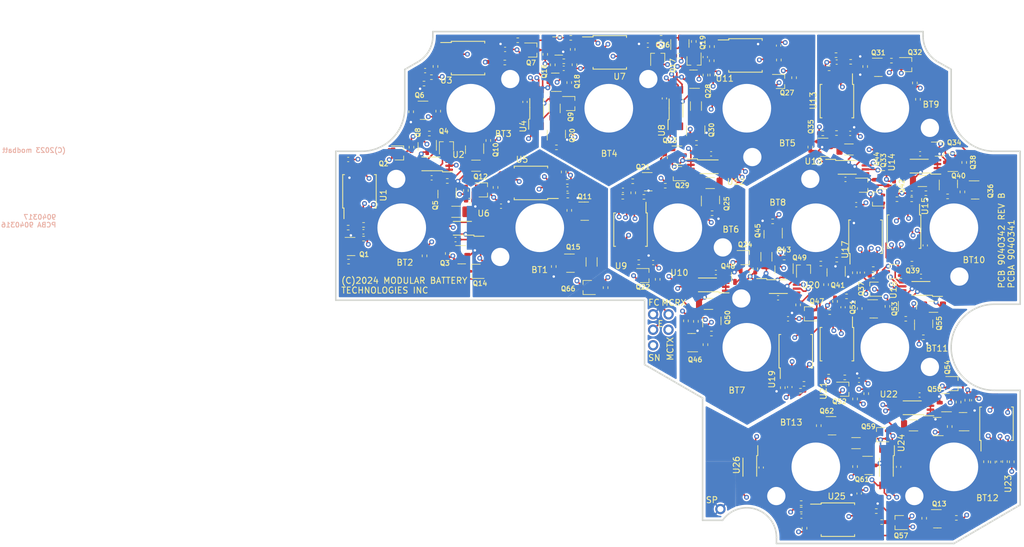
<source format=kicad_pcb>
(kicad_pcb (version 20240108) (generator "pcbnew") (generator_version "8.0")
  (layers (0 "F.Cu" signal) (1 "In1.Cu" signal) (2 "In2.Cu" signal) (31 "B.Cu" signal) (34 "B.Paste" user) (35 "F.Paste" user) (36 "B.SilkS" user "B.Silkscreen") (37 "F.SilkS" user "F.Silkscreen") (38 "B.Mask" user) (39 "F.Mask" user) (44 "Edge.Cuts" user))
  (net 0 "")
  (net 1 "Net-(Q1-Pad3)")
  (net 2 "Net-(Q2-D)")
  (net 3 "/FIRST CELL")
  (net 4 "/STRING NEG")
  (net 5 "/MC RX")
  (net 6 "/MC TX")
  (net 7 "/cell circuit2/cell plus")
  (net 8 "/STRING POS")
  (net 9 "/cell circuit2/cell_en out")
  (net 10 "/cell circuit2/SCL{slash}VCELL")
  (net 11 "Net-(Q5-Pad3)")
  (net 12 "Net-(Q6-Pad3)")
  (net 13 "/cell circuit2/DN TX{slash}RST")
  (net 14 "Net-(Q7-D)")
  (net 15 "/cell circuit2/UP TX")
  (net 16 "Net-(Q10-Pad3)")
  (net 17 "/CELL EN")
  (net 18 "Net-(Q12-D)")
  (net 19 "Net-(Q15-Pad3)")
  (net 20 "Net-(Q16-Pad3)")
  (net 21 "Net-(Q17-D)")
  (net 22 "Net-(Q20-Pad3)")
  (net 23 "Net-(U8-Event)")
  (net 24 "Net-(Q21-Pad3)")
  (net 25 "Net-(Q22-D)")
  (net 26 "Net-(U10-Event)")
  (net 27 "Net-(Q25-Pad3)")
  (net 28 "Net-(Q26-Pad3)")
  (net 29 "Net-(Q27-D)")
  (net 30 "Net-(Q30-Pad3)")
  (net 31 "Net-(U12-Event)")
  (net 32 "Net-(Q31-Pad3)")
  (net 33 "Net-(Q32-D)")
  (net 34 "Net-(Q35-Pad3)")
  (net 35 "Net-(U14-Event)")
  (net 36 "Net-(Q36-Pad3)")
  (net 37 "/cell circuit2/cell up rx")
  (net 38 "/cell circuit2/cell up tx")
  (net 39 "/cell circuit2/SDA")
  (net 40 "Net-(U4-Event)")
  (net 41 "Net-(Q37-D)")
  (net 42 "Net-(U6-Event)")
  (net 43 "Net-(U16-Event)")
  (net 44 "Net-(U2-Event)")
  (net 45 "Net-(Q40-Pad3)")
  (net 46 "Net-(Q41-Pad3)")
  (net 47 "Net-(Q42-D)")
  (net 48 "Net-(U18-Event)")
  (net 49 "Net-(Q45-Pad3)")
  (net 50 "Net-(Q46-Pad3)")
  (net 51 "Net-(Q47-D)")
  (net 52 "Net-(Q50-Pad3)")
  (net 53 "Net-(U20-Event)")
  (net 54 "Net-(Q51-Pad3)")
  (net 55 "Net-(Q52-D)")
  (net 56 "Net-(U22-Event)")
  (net 57 "Net-(Q55-Pad3)")
  (net 58 "Net-(Q56-Pad3)")
  (net 59 "Net-(Q57-D)")
  (net 60 "Net-(Q60-Pad3)")
  (net 61 "Net-(U24-Event)")
  (net 62 "/cell circuit2/CMGND")
  (net 63 "/cell circuit3/cell plus")
  (net 64 "/cell circuit12/cell plus")
  (net 65 "/cell circuit3/CMGND")
  (net 66 "/cell circuit3/SCL{slash}VCELL")
  (net 67 "/cell circuit12/CMGND")
  (net 68 "/cell circuit12/SCL{slash}VCELL")
  (net 69 "/cell circuit13/CMGND")
  (net 70 "/cell circuit13/SCL{slash}VCELL")
  (net 71 "/cell circuit3/DN TX{slash}RST")
  (net 72 "/cell circuit3/UP TX")
  (net 73 "/cell circuit3/cell_en out")
  (net 74 "/cell circuit12/DN TX{slash}RST")
  (net 75 "/cell circuit12/UP TX")
  (net 76 "/cell circuit12/cell_en out")
  (net 77 "/cell circuit13/DN TX{slash}RST")
  (net 78 "/cell circuit3/cell up rx")
  (net 79 "/cell circuit3/cell up tx")
  (net 80 "/cell circuit12/cell up rx")
  (net 81 "/cell circuit12/cell up tx")
  (net 82 "/cell circuit3/SDA")
  (net 83 "/cell circuit12/SDA")
  (net 84 "/cell circuit13/SDA")
  (net 85 "Net-(Q13-Pad3)")
  (net 86 "Net-(U26-Event)")
  (net 87 "Net-(Q62-Pad3)")
  (net 88 "Net-(U25-XTAL2{slash}PB4)")
  (net 90 "/cell circuit4/cell plus")
  (net 91 "/cell circuit5/cell plus")
  (net 92 "/cell circuit6/cell plus")
  (net 93 "/cell circuit7/cell plus")
  (net 94 "/cell circuit8/cell plus")
  (net 95 "/cell circuit10/cell minus")
  (net 96 "/cell circuit10/cell plus")
  (net 97 "/cell circuit11/cell plus")
  (net 98 "/cell circuit1/CMGND")
  (net 99 "/cell circuit1/SCL{slash}VCELL")
  (net 100 "/cell circuit4/CMGND")
  (net 101 "/cell circuit4/SCL{slash}VCELL")
  (net 102 "/cell circuit6/CMGND")
  (net 103 "/cell circuit6/SCL{slash}VCELL")
  (net 104 "/cell circuit5/CMGND")
  (net 105 "/cell circuit5/SCL{slash}VCELL")
  (net 106 "/cell circuit9/CMGND")
  (net 107 "/cell circuit9/SCL{slash}VCELL")
  (net 108 "/cell circuit10/CMGND")
  (net 109 "/cell circuit10/SCL{slash}VCELL")
  (net 110 "/cell circuit8/CMGND")
  (net 111 "/cell circuit8/SCL{slash}VCELL")
  (net 112 "/cell circuit7/CMGND")
  (net 113 "/cell circuit7/SCL{slash}VCELL")
  (net 114 "/cell circuit11/CMGND")
  (net 115 "/cell circuit11/SCL{slash}VCELL")
  (net 116 "/cell circuit1/cell_en out")
  (net 117 "/cell circuit1/DN TX{slash}RST")
  (net 118 "/cell circuit1/UP TX")
  (net 119 "/cell circuit4/DN TX{slash}RST")
  (net 120 "/cell circuit4/UP TX")
  (net 121 "/cell circuit4/cell_en out")
  (net 122 "/cell circuit6/DN TX{slash}RST")
  (net 123 "/cell circuit6/UP TX")
  (net 124 "/cell circuit5/cell_en out")
  (net 125 "/cell circuit6/cell_en out")
  (net 126 "/cell circuit5/DN TX{slash}RST")
  (net 127 "/cell circuit5/UP TX")
  (net 128 "/cell circuit9/DN TX{slash}RST")
  (net 129 "/cell circuit9/UP TX")
  (net 130 "/cell circuit8/cell_en out")
  (net 131 "/cell circuit10/cell_en in")
  (net 132 "/cell circuit10/DN TX{slash}RST")
  (net 133 "/cell circuit10/UP TX")
  (net 134 "/cell circuit10/cell_en out")
  (net 135 "/cell circuit8/DN TX{slash}RST")
  (net 136 "/cell circuit8/UP TX")
  (net 137 "/cell circuit7/cell_en out")
  (net 138 "/cell circuit7/DN TX{slash}RST")
  (net 139 "/cell circuit7/UP TX")
  (net 140 "/cell circuit11/DN TX{slash}RST")
  (net 141 "/cell circuit11/UP TX")
  (net 142 "/cell circuit11/cell_en out")
  (net 143 "/cell circuit1/cell up rx")
  (net 144 "/cell circuit1/cell up tx")
  (net 145 "/cell circuit4/cell up rx")
  (net 146 "/cell circuit4/cell up tx")
  (net 147 "/cell circuit6/cell up rx")
  (net 148 "/cell circuit5/cell up rx")
  (net 149 "/cell circuit6/cell up tx")
  (net 150 "/cell circuit5/cell up tx")
  (net 151 "/cell circuit10/cell dn tx")
  (net 152 "/cell circuit8/cell up rx")
  (net 153 "/cell circuit10/cell dn rx")
  (net 154 "/cell circuit8/cell up tx")
  (net 155 "/cell circuit10/cell up rx")
  (net 156 "/cell circuit10/cell up tx")
  (net 157 "/cell circuit7/cell up rx")
  (net 158 "/cell circuit7/cell up tx")
  (net 159 "/cell circuit11/cell up rx")
  (net 160 "/cell circuit11/cell up tx")
  (net 161 "/cell circuit1/SDA")
  (net 162 "/cell circuit4/SDA")
  (net 163 "/cell circuit6/SDA")
  (net 164 "/cell circuit5/SDA")
  (net 165 "/cell circuit9/SDA")
  (net 166 "/cell circuit10/SDA")
  (net 167 "/cell circuit8/SDA")
  (net 168 "/cell circuit7/SDA")
  (net 169 "/cell circuit11/SDA")
  (footprint "modbatt footprints:R_0402_1005Metric_Pad0.72x0.64mm_HandSolder" (layer "F.Cu") (at 95.049998 156.230002)
    (property "Reference" "R89" (hide yes))
    (property "Value" "4.7K")
  )
  (footprint "modbatt footprints:SOT-23" (layer "F.Cu") (at 61.8 163.1)
    (property "Reference" "Q15")
    (property "Value" "DMP3099L-7-HXY")
  )
  (footprint "modbatt footprints:R_0402_1005Metric_Pad0.72x0.64mm_HandSolder" (layer "F.Cu") (at 126.55 146.54 -90)
    (property "Reference" "R78" (hide yes))
    (property "Value" "2.2K")
  )
  (footprint "modbatt footprints:R_0402_1005Metric_Pad0.72x0.64mm_HandSolder" (layer "F.Cu") (at 61.85 126.05 180)
    (property "Reference" "R32" (hide yes))
    (property "Value" "2.2K")
  )
  (footprint "modbatt footprints:R_0402_1005Metric_Pad0.72x0.64mm_HandSolder" (layer "F.Cu") (at 60.7 129.9)
    (property "Reference" "R37" (hide yes))
    (property "Value" "30.1k 0.1%")
  )
  (footprint "modbatt footprints:R_1206_3216Metric_Pad1.30x1.75mm_HandSolder" (layer "F.Cu") (at 65.275 162.9 -90)
    (property "Reference" "R30" (hide yes))
    (property "Value" "100" (hide yes))
  )
  (footprint "modbatt footprints:SOT-323_SC-70" (layer "F.Cu") (at 122.44 144.35)
    (property "Reference" "Q34")
    (property "Value" "2N7002")
  )
  (footprint "modbatt footprints:C_0402_1005Metric_Pad0.74x0.62mm_HandSolder" (layer "F.Cu") (at 108.79 153.48)
    (property "Reference" "C27" (hide yes))
    (property "Value" ".1uF")
  )
  (footprint "modbatt footprints:R_0402_1005Metric_Pad0.72x0.64mm_HandSolder" (layer "F.Cu") (at 106.91 181.89 180)
    (property "Reference" "R105" (hide yes))
    (property "Value" "2.2K")
  )
  (footprint "modbatt footprints:SOT-23" (layer "F.Cu") (at 43.91 161.71)
    (property "Reference" "Q3")
    (property "Value" "DMP3099L-7-HXY")
  )
  (footprint "modbatt footprints:SOT-23" (layer "F.Cu") (at 112.84125 149.38 180)
    (property "Reference" "Q33")
    (property "Value" "DMP3099L-7-HXY")
  )
  (footprint "modbatt footprints:R_0402_1005Metric_Pad0.72x0.64mm_HandSolder" (layer "F.Cu") (at 110.26875 130.76 90)
    (property "Reference" "R62" (hide yes))
    (property "Value" "2.2K")
  )
  (footprint "modbatt footprints:modbatt cell new" (layer "F.Cu") (at 102.15 196.6 180)
    (property "Reference" "BT13")
    (property "Value" "Battery_Cell")
  )
  (footprint "modbatt footprints:SOT-23" (layer "F.Cu") (at 82.4 141.15 90)
    (property "Reference" "Q30")
    (property "Value" "DMP3099L-7-HXY")
  )
  (footprint "modbatt footprints:R_1206_3216Metric_Pad1.30x1.75mm_HandSolder" (layer "F.Cu") (at 119.67 149.59 180)
    (property "Reference" "R80" (hide yes))
    (property "Value" "100" (hide yes))
  )
  (footprint "modbatt footprints:R_0402_1005Metric_Pad0.72x0.64mm_HandSolder" (layer "F.Cu") (at 40.05 138.1 -90)
    (property "Reference" "R13" (hide yes))
    (property "Value" "2.2K")
  )
  (footprint "modbatt footprints:R_0402_1005Metric_Pad0.72x0.64mm_HandSolder" (layer "F.Cu") (at 61.36 151.98 180)
    (property "Reference" "R26" (hide yes))
    (property "Value" "90.9k 0.1%")
  )
  (footprint "modbatt footprints:C_0402_1005Metric_Pad0.74x0.62mm_HandSolder" (layer "F.Cu") (at 119.3 145.11)
    (property "Reference" "C21" (hide yes))
    (property "Value" ".1uF")
  )
  (footprint "modbatt footprints:SOT-323_SC-70" (layer "F.Cu") (at 112.85 191.31 180)
    (property "Reference" "Q59")
    (property "Value" "2N7002")
  )
  (footprint "modbatt footprints:R_0402_1005Metric_Pad0.72x0.64mm_HandSolder" (layer "F.Cu") (at 110.44 184.56 90)
    (property "Reference" "R113" (hide yes))
    (property "Value" "2.2K")
  )
  (footprint "modbatt footprints:SOT-23" (layer "F.Cu") (at 117.22 170.03 90)
    (property "Reference" "Q53")
    (property "Value" "DMP3099L-7-HXY")
  )
  (footprint "modbatt footprints:R_0402_1005Metric_Pad0.72x0.64mm_HandSolder" (layer "F.Cu") (at 99.62 184.07)
    (property "Reference" "R97" (hide yes))
    (property "Value" "30.1k 0.1%")
  )
  (footprint "modbatt footprints:SOT-23" (layer "F.Cu") (at 46.03 144.43 -90)
    (property "Reference" "Q10")
    (property "Value" "DMP3099L-7-HXY")
  )
  (footprint "modbatt footprints:R_1206_3216Metric_Pad1.30x1.75mm_HandSolder" (layer "F.Cu") (at 84.77 149.92)
    (property "Reference" "R50" (hide yes))
    (property "Value" "100" (hide yes))
  )
  (footprint "modbatt footprints:R_0402_1005Metric_Pad0.72x0.64mm_HandSolder" (layer "F.Cu") (at 73.03 162.95 180)
    (property "Reference" "R45" (hide yes))
    (property "Value" "2.2K")
  )
  (footprint "modbatt footprints:R_0402_1005Metric_Pad0.72x0.64mm_HandSolder" (layer "F.Cu") (at 108.6 185.43 90)
    (property "Reference" "R104" (hide yes))
    (property "Value" "2.2K")
  )
  (footprint "modbatt footprints:C_0402_1005Metric_Pad0.74x0.62mm_HandSolder" (layer "F.Cu") (at 38.97 149.07)
    (property "Reference" "C3" (hide yes))
    (property "Value" ".1uF")
  )
  (footprint "modbatt footprints:modbatt cell new" (layer "F.Cu") (at 102.15 157.28 60)
    (property "Reference" "BT8")
    (property "Value" "Battery_Cell")
  )
  (footprint "modbatt footprints:R_0402_1005Metric_Pad0.72x0.64mm_HandSolder" (layer "F.Cu") (at 99.74 202.56)
    (property "Reference" "R123" (hide yes))
    (property "Value" "90.9k 0.1%")
  )
  (footprint "modbatt footprints:R_0402_1005Metric_Pad0.72x0.64mm_HandSolder" (layer "F.Cu") (at 117.91 152.6 180)
    (property "Reference" "R77" (hide yes))
    (property "Value" "30.1k 0.1%")
  )
  (footprint "modbatt footprints:C_0402_1005Metric_Pad0.74x0.62mm_HandSolder" (layer "F.Cu") (at 97.58 172.25)
    (property "Reference" "C30" (hide yes))
    (property "Value" ".1uF")
  )
  (footprint "modbatt footprints:R_0402_1005Metric_Pad0.72x0.64mm_HandSolder" (layer "F.Cu") (at 96.069884 129.687033 -90)
    (property "Reference" "R55" (hide yes))
    (property "Value" "2.2K")
  )
  (footprint "modbatt footprints:R_0402_1005Metric_Pad0.72x0.64mm_HandSolder" (layer "F.Cu") (at 96.94 162.17)
    (property "Reference" "R88" (hide yes))
    (property "Value" "2.2K")
  )
  (footprint "modbatt footprints:R_0402_1005Metric_Pad0.72x0.64mm_HandSolder" (layer "F.Cu") (at 134.37 195.77 -90)
    (property "Reference" "R111" (hide yes))
    (property "Value" "2.2K")
  )
  (footprint "modbatt footprints:R_0402_1005Metric_Pad0.72x0.64mm_HandSolder" (layer "F.Cu") (at 105.47 128.89 180)
    (property "Reference" "R67" (hide yes))
    (property "Value" "30.1k 0.1%")
  )
  (footprint "modbatt footprints:R_0402_1005Metric_Pad0.72x0.64mm_HandSolder" (layer "F.Cu") (at 104.26 181.76 180)
    (property "Reference" "R74" (hide yes))
    (property "Value" "2.2K")
  )
  (footprint "modbatt footprints:R_0402_1005Metric_Pad0.72x0.64mm_HandSolder" (layer "F.Cu") (at 107.88 129.99 180)
    (property "Reference" "R66" (hide yes))
    (property "Value" "90.9k 0.1%")
  )
  (footprint "modbatt footprints:R_0402_1005Metric_Pad0.72x0.64mm_HandSolder" (layer "F.Cu") (at 60.68 148.1 90)
    (property "Reference" "R21" (hide yes))
    (property "Value" "2.2K")
  )
  (footprint "modbatt footprints:R_0402_1005Metric_Pad0.72x0.64mm_HandSolder" (layer "F.Cu") (at 125.62 185.94 -90)
    (property "Reference" "R118" (hide yes))
    (property "Value" "2.2K")
  )
  (footprint "modbatt footprints:SOT-323_SC-70" (layer "F.Cu") (at 47.43 151.05)
    (property "Reference" "Q12")
    (property "Value" "2N7002")
  )
  (footprint "modbatt footprints:C_0402_1005Metric_Pad0.74x0.62mm_HandSolder" (layer "F.Cu") (at 132.25 195.73 -90)
    (property "Reference" "C35" (hide yes))
    (property "Value" "10pF")
  )
  (footprint "modbatt footprints:C_0402_1005Metric_Pad0.74x0.62mm_HandSolder" (layer "F.Cu") (at 60.69 131.06)
    (property "Reference" "C11" (hide yes))
    (property "Value" "10pF")
  )
  (footprint "modbatt footprints:SOT-23" (layer "F.Cu") (at 84.82 152.7 90)
    (property "Reference" "Q25")
    (property "Value" "DMP3099L-7-HXY")
  )
  (footprint "modbatt footprints:C_0402_1005Metric_Pad0.74x0.62mm_HandSolder" (layer "F.Cu") (at 97.87 183.47 -90)
    (property "Reference" "C29" (hide yes))
    (property "Value" "10pF")
  )
  (footprint "modbatt footprints:R_0402_1005Metric_Pad0.72x0.64mm_HandSolder" (layer "F.Cu") (at 96.71 183.58 90)
    (property "Reference" "R96" (hide yes))
    (property "Value" "90.9k 0.1%")
  )
  (footprint "modbatt footprints:C_0402_1005Metric_Pad0.74x0.62mm_HandSolder" (layer "F.Cu") (at 95.94 168.8 180)
    (property "Reference" "C28" (hide yes))
    (property "Value" ".1uF")
  )
  (footprint "modbatt footprints:R_0402_1005Metric_Pad0.72x0.64mm_HandSolder" (layer "F.Cu") (at 103.29 141.74 180)
    (property "Reference" "R84" (hide yes))
    (property "Value" "2.2K")
  )
  (footprint "modbatt footprints:SOIC-8W_5.3x5.3mm_P1.27mm" (layer "F.Cu") (at 27.095 151.29125 90)
    (property "Reference" "U1")
    (property "Value" "ATtiny45V-10SU")
  )
  (footprint "modbatt footprints:R_0402_1005Metric_Pad0.72x0.64mm_HandSolder" (layer "F.Cu") (at 61.6 133.4 -90)
    (property "Reference" "R38" (hide yes))
    (property "Value" "2.2K")
  )
  (footprint "modbatt footprints:R_0402_1005Metric_Pad0.72x0.64mm_HandSolder" (layer "F.Cu") (at 76.7 126.05 180)
    (property "Reference" "R53" (hide yes))
    (property "Value" "2.2K")
  )
  (footprint "modbatt footprints:C_0402_1005Metric_Pad0.74x0.62mm_HandSolder" (layer "F.Cu") (at 51.05 127.95)
    (property "Reference" "C4" (hide yes))
    (property "Value" ".1uF")
  )
  (footprint "modbatt footprints:PinHeader_1x01_P1.00mm_Horizontal" (layer "F.Cu") (at 77.92 174.05)
    (property "Reference" "J3" (hide yes))
    (property "Value" "Conn_01x01_Pin")
  )
  (footprint "modbatt footprints:R_0402_1005Metric_Pad0.72x0.64mm_HandSolder" (layer "F.Cu") (at 38.59 141.78)
    (property "Reference" "R18" (hide yes))
    (property "Value" "2.2K")
  )
  (footprint "modbatt footprints:SOT-323_SC-70" (layer "F.Cu") (at 114.99 164.48 180)
    (property "Reference" "Q39")
    (property "Value" "2N7002")
  )
  (footprint "modbatt footprints:SOT-23" (layer "F.Cu") (at 119.88 173.06125 90)
    (property "Reference" "Q55")
    (property "Value" "DMP3099L-7-HXY")
  )
  (footprint "modbatt footprints:DFN-8-1EP_3x2mm_P0.5mm_EP1.36x1.46mm" (layer "F.Cu") (at 38.847 146.7575 180)
    (property "Reference" "U2")
    (property "Value" "MCP9843T-BE/ST")
  )
  (footprint "modbatt footprints:R_0402_1005Metric_Pad0.72x0.64mm_HandSolder" (layer "F.Cu") (at 131.27 195.81 90)
    (property "Reference" "R116" (hide yes))
    (property "Value" "90.9k 0.1%")
  )
  (footprint "modbatt footprints:C_0402_1005Metric_Pad0.74x0.62mm_HandSolder" (layer "F.Cu") (at 119.45 165.27)
    (property "Reference" "C24" (hide yes))
    (property "Value" ".1uF")
  )
  (footprint "modbatt footprints:SOT-23" (layer "F.Cu") (at 128.35 151.06)
    (property "Reference" "Q36")
    (property "Value" "DMP3099L-7-HXY")
  )
  (footprint "modbatt footprints:R_0402_1005Metric_Pad0.72x0.64mm_HandSolder" (layer "F.Cu") (at 120.25 151.6 180)
    (property "Reference" "R76" (hide yes))
    (property "Value" "90.9k 0.1%")
  )
  (footprint "modbatt footprints:R_1206_3216Metric_Pad1.30x1.75mm_HandSolder" (layer "F.Cu") (at 107.59 144.4)
    (property "Reference" "R70" (hide yes))
    (property "Value" "100" (hide yes))
  )
  (footprint "modbatt footprints:R_0402_1005Metric_Pad0.72x0.64mm_HandSolder" (layer "F.Cu") (at 112.99 205.68)
    (property "Reference" "R114" (hide yes))
    (property "Value" "2.2K")
  )
  (footprint "modbatt footprints:R_0402_1005Metric_Pad0.72x0.64mm_HandSolder" (layer "F.Cu") (at 62.46 130.47 -90)
    (property "Reference" "R31" (hide yes))
    (property "Value" "2.2K")
  )
  (footprint "modbatt footprints:R_0402_1005Metric_Pad0.72x0.64mm_HandSolder" (layer "F.Cu") (at 77.39 150.36)
    (property "Reference" "R43" (hide yes))
    (property "Value" "2.2K")
  )
  (footprint "modbatt footprints:PinHeader_1x01_P1.00mm_Horizontal" (layer "F.Cu") (at 75.39 176.6)
    (property "Reference" "J2" (hide yes))
    (property "Value" "Conn_01x01_Pin")
  )
  (footprint "modbatt footprints:SOT-323_SC-70" (layer "F.Cu") (at 111.75 167.38 180)
    (property "Reference" "Q37")
    (property "Value" "2N7002")
  )
  (footprint "modbatt footprints:R_0402_1005Metric_Pad0.72x0.64mm_HandSolder" (layer "F.Cu") (at 99.24 169.96 -90)
    (property "Reference" "R94" (hide yes))
    (property "Value" "2.2K")
  )
  (footprint "modbatt footprints:DFN-8-1EP_3x2mm_P0.5mm_EP1.36x1.46mm" (layer "F.Cu") (at 91.28 196.65 -90)
    (property "Reference" "U26")
    (property "Value" "MCP9843T-BE/ST")
  )
  (footprint "modbatt footprints:C_0402_1005Metric_Pad0.74x0.62mm_HandSolder" (layer "F.Cu") (at 37.9 131.43)
    (property "Reference" "C5" (hide yes))
    (property "Value" "10pF")
  )
  (footprint "modbatt footprints:DFN-8-1EP_3x2mm_P0.5mm_EP1.36x1.46mm" (layer "F.Cu") (at 119.15 147.13 180)
    (property "Reference" "U14")
    (property "Value" "MCP9843T-BE/ST")
  )
  (footprint "modbatt footprints:R_0402_1005Metric_Pad0.72x0.64mm_HandSolder" (layer "F.Cu") (at 104.33 131.06 180)
    (property "Reference" "R61" (hide yes))
    (property "Value" "2.2K")
  )
  (footprint "modbatt footprints:SOT-323_SC-70" (layer "F.Cu") (at 55.55 128.05)
    (property "Reference" "Q7")
    (property "Value" "2N7002")
  )
  (footprint "modbatt footprints:C_0402_1005Metric_Pad0.74x0.62mm_HandSolder" (layer "F.Cu") (at 61.3 150.9)
    (property "Reference" "C8" (hide yes))
    (property "Value" "10pF")
  )
  (footprint "modbatt footprints:R_0402_1005Metric_Pad0.72x0.64mm_HandSolder" (layer "F.Cu") (at 82.52 143.32 180)
    (property "Reference" "R59" (hide yes))
    (property "Value" "4.7K")
  )
  (footprint "modbatt footprints:R_0402_1005Metric_Pad0.72x0.64mm_HandSolder" (layer "F.Cu") (at 85.09 154.88 180)
    (property "Reference" "R49" (hide yes))
    (property "Value" "4.7K")
  )
  (footprint "modbatt footprints:SOIC-8W_5.3x5.3mm_P1.27mm" (layer "F.Cu") (at 105.78 205.28)
    (property "Reference" "U25")
    (property "Value" "ATtiny45V-10SU")
  )
  (footprint "modbatt footprints:SOT-323_SC-70" (layer "F.Cu") (at 73.98 165.14)
    (property "Reference" "Q22")
    (property "Value" "2N7002")
  )
  (footprint "modbatt footprints:SOT-23" (layer "F.Cu") (at 111.67 170.62)
    (property "Reference" "Q51")
    (property "Value" "DMP3099L-7-HXY")
  )
  (footprint "modbatt footprints:C_0402_1005Metric_Pad0.74x0.62mm_HandSolder" (layer "F.Cu") (at 106.62 170.35 90)
    (property "Reference" "C32" (hide yes))
    (property "Value" "10pF")
  )
  (footprint "modbatt footprints:SOIC-8W_5.3x5.3mm_P1.27mm" (layer "F.Cu") (at 90.579884 128.937033)
    (property "Reference" "U11")
    (property "Value" "ATtiny45V-10SU")
  )
  (footprint "modbatt footprints:R_0402_1005Metric_Pad0.72x0.64mm_HandSolder" (layer "F.Cu") (at 101.23875 144.01 90)
    (property "Reference" "R69" (hide yes))
    (property "Value" "4.7K")
  )
  (footprint "modbatt footprints:R_1206_3216Metric_Pad1.30x1.75mm_HandSolder" (layer "F.Cu") (at 42.975 154.65)
    (property "Reference" "R10" (hide yes))
    (property "Value" "100" (hide yes))
  )
  (footprint "modbatt footprints:modbatt cell new" (layer "F.Cu") (at 113.5 176.94 -60)
    (property "Reference" "BT11")
    (property "Value" "Battery_Cell")
  )
  (footprint "modbatt footprints:PinHeader_1x01_P1.00mm_Horizontal" (layer "F.Cu") (at 75.39 174.05)
    (property "Reference" "J6" (hide yes))
    (property "Value" "Conn_01x01_Pin")
  )
  (footprint "modbatt footprints:SOT-323_SC-70" (layer "F.Cu") (at 115.9 205.77 180)
    (property "Reference" "Q57")
    (property "Value" "2N7002")
  )
  (footprint "modbatt footprints:SOT-323_SC-70" (layer "F.Cu") (at 117.2 130.45)
    (property "Reference" "Q32")
    (property "Value" "2N7002")
  )
  (footprint "modbatt footprints:R_0402_1005Metric_Pad0.72x0.64mm_HandSolder" (layer "F.Cu") (at 57.65 128.76 90)
    (property "Reference" "R14" (hide yes))
    (property "Value" "2.2K")
  )
  (footprint "modbatt footprints:R_0402_1005Metric_Pad0.72x0.64mm_HandSolder" (layer "F.Cu") (at 58.89 130.49 -90)
    (property "Reference" "R35" (hide yes))
    (property "Value" "2.2K")
  )
  (footprint "modbatt footprints:R_0402_1005Metric_Pad0.72x0.64mm_HandSolder" (layer "F.Cu") (at 114.58 129.79)
    (property "Reference" "R63" (hide yes))
    (property "Value" "2.2K")
  )
  (footprint "modbatt footprints:SOT-323_SC-70" (layer "F.Cu") (at 101 171.43 180)
    (property "Reference" "Q47")
    (property "Value" "2N7002")
  )
  (footprint "modbatt footprints:R_0402_1005Metric_Pad0.72x0.64mm_HandSolder" (layer "F.Cu") (at 117.95 163.18 180)
    (property "Reference" "R75" (hide yes))
    (property "Value" "2.2K")
  )
  (footprint "modbatt footprints:modbatt cell new" (layer "F.Cu") (at 113.5 137.62 -60)
    (property "Reference" "BT9")
    (property "Value" "Battery_Cell")
  )
  (footprint "modbatt footprints:R_1206_3216Metric_Pad1.30x1.75mm_HandSolder" (layer "F.Cu") (at 59.2 137.65 90)
    (property "Reference" "R40" (hide yes))
    (property "Value" "100" (hide yes))
  )
  (footprint "modbatt footprints:R_0402_1005Metric_Pad0.72x0.64mm_HandSolder" (layer "F.Cu") (at 115.01 150.22 -90)
    (property "Reference" "R68" (hide yes))
    (property "Value" "2.2K")
  )
  (footprint "modbatt footprints:R_0402_1005Metric_Pad0.72x0.64mm_HandSolder" (layer "F.Cu") (at 76.14 165.76 90)
    (property "Reference" "R44" (hide yes))
    (property "Value" "2.2K")
  )
  (footprint "modbatt footprints:SOT-23" (layer "F.Cu") (at 123.95 150.07 90)
    (property "Reference" "Q40")
    (property "Value" "DMP3099L-7-HXY")
  )
  (footprint "modbatt footprints:C_0402_1005Metric_Pad0.74x0.62mm_HandSolder" (layer "F.Cu") (at 27.745 157.94125)
    (property "Reference" "C2" (hide yes))
    (property "Value" "10pF")
  )
  (footprint "modbatt footprints:modbatt cell new" (layer "F.Cu") (at 79.45 157.28 -60)
    (property "Reference" "BT6")
    (property "Value" "Battery_Cell")
  )
  (footprint "modbatt footprints:SOT-23" (layer "F.Cu") (at 38.24 143.9 -90)
    (property "Reference" "Q8")
    (property "Value" "DMP3099L-7-HXY")
  )
  (footprint "modbatt footprints:SOT-23" (layer "F.Cu") (at 25.72 160.36)
    (property "Reference" "Q1")
    (property "Value" "DMP3099L-7-HXY")
  )
  (footprint "modbatt footprints:R_0402_1005Metric_Pad0.72x0.64mm_HandSolder" (layer "F.Cu") (at 84 176.500002 -90)
    (property "Reference" "R92" (hide yes))
    (property "Value" "2.2K")
  )
  (footprint "modbatt footprints:R_0402_1005Metric_Pad0.72x0.64mm_HandSolder" (layer "F.Cu") (at 100.29 206.69 -90)
    (property "Reference" "R23" (hide yes))
    (property "Value" "2.2K")
  )
  (footprint "modbatt footprints:SOT-323_SC-70" (layer "F.Cu") (at 76.15 129.31 90)
    (property "Reference" "Q17")
    (property "Value" "2N7002")
  )
  (footprint "modbatt footprints:SOT-323_SC-70" (layer "F.Cu") (at 96.3 133.22)
    (property "Reference" "Q27")
    (property "Value" "2N7002")
  )
  (footprint "modbatt footprints:R_1206_3216Metric_Pad1.30x1.75mm_HandSolder" (layer "F.Cu") (at 84.49 169.79 180)
    (property "Reference" "R100" (hide yes))
    (property "Value" "100" (hide yes))
  )
  (footprint "modbatt footprints:R_0402_1005Metric_Pad0.72x0.64mm_HandSolder" (layer "F.Cu") (at 105.31 169.38 90)
    (property "Reference" "R107" (hide yes))
    (property "Value" "30.1k 0.1%")
  )
  (footprint "modbatt footprints:SOT-323_SC-70" (layer "F.Cu") (at 106.85 183.83)
    (property "Reference" "Q52")
    (property "Value" "2N7002")
  )
  (footprint "modbatt footprints:modbatt cell new" (layer "F.Cu") (at 124.85 196.6 180)
    (property "Reference" "BT12")
    (property "Value" "Battery_Cell")
  )
  (footprint "modbatt footprints:R_1206_3216Metric_Pad1.30x1.75mm_HandSolder" (layer "F.Cu") (at 46.25 147.07 180)
    (property "Reference" "R20" (hide yes))
    (property "Value" "100" (hide yes))
  )
  (footprint "modbatt footprints:R_0402_1005Metric_Pad0.72x0.64mm_HandSolder" (layer "F.Cu") (at 115.49 152.58 180)
    (property "Reference" "R71" (hide yes))
    (property "Value" "2.2K")
  )
  (footprint "modbatt footprints:C_0402_1005Metric_Pad0.74x0.62mm_HandSolder" (layer "F.Cu") (at 77.25 136.01 -90)
    (property "Reference" "C12" (hide yes))
    (property "Value" ".1uF")
  )
  (footprint "modbatt footprints:R_0402_1005Metric_Pad0.72x0.64mm_HandSolder" (layer "F.Cu") (at 116.94 172.25 180)
    (property "Reference" "R108" (hide yes))
    (property "Value" "2.2K")
  )
  (footprint "modbatt footprints:R_0402_1005Metric_Pad0.72x0.64mm_HandSolder" (layer "F.Cu") (at 104.43 171.15 180)
    (property "Reference" "R101" (hide yes))
    (property "Value" "2.2K")
  )
  (footprint "modbatt footprints:R_0402_1005Metric_Pad0.72x0.64mm_HandSolder" (layer "F.Cu") (at 109.37 170.56 90)
    (property "Reference" "R102" (hide yes))
    (property "Value" "2.2K")
  )
  (footprint "modbatt footprints:SOT-23" (layer "F.Cu") (at 37.72 137.96)
    (property "Reference" "Q6")
    (property "Value" "DMP3099L-7-HXY")
  )
  (footprint "modbatt footprints:R_0402_1005Metric_Pad0.72x0.64mm_HandSolder" (layer "F.Cu") (at 53.13 126.44 180)
    (property "Reference" "R33" (hide yes))
    (property "Value" "2.2K")
  )
  (footprint "modbatt footprints:R_0402_1005Metric_Pad0.72x0.64mm_HandSolder" (layer "F.Cu") (at 100.2 182.95)
    (property "Reference" "R91" (hide yes))
    (property "Value" "2.2K")
  )
  (footprint "modbatt footprints:modbatt cell new" (layer "F.Cu") (at 90.8 176.94 60)
    (property "Reference" "BT7")
    (property "Value" "Battery_Cell")
  )
  (footprint "modbatt footprints:SOT-23" (layer "F.Cu") (at 41.5 151.74 -90)
    (property "Reference" "Q5")
    (property "Value" "DMP3099L-7-HXY")
  )
  (footprint "modbatt footprints:C_0402_1005Metric_Pad0.74x0.62mm_HandSolder" (layer "F.Cu") (at 74.52 127.25)
    (property "Reference" "C10" (hide yes))
    (property "Value" ".1uF")
  )
  (footprint "modbatt footprints:R_0402_1005Metric_Pad0.72x0.64mm_HandSolder" (layer "F.Cu") (at 35.6 138.2 90)
    (property "Reference" "R12" (hide yes))
    (property "Value" "2.2K")
  )
  (footprint "modbatt footprints:R_0402_1005Metric_Pad0.72x0.64mm_HandSolder" (layer "F.Cu") (at 25.30375 162.84125 180)
    (property "Reference" "R2" (hide yes))
    (property "Value" "2.2K")
  )
  (footprint "modbatt footprints:R_0402_1005Metric_Pad0.72x0.64mm_HandSolder" (layer "F.Cu") (at 113.93 170.21 90)
    (property "Reference" "R103" (hide yes))
    (property "Value" "2.2K")
  )
  (footprint "modbatt footprints:C_0402_1005Metric_Pad0.74x0.62mm_HandSolder" (layer "F.Cu") (at 107.8 141.75)
    (property "Reference" "C19" (hide yes))
    (property "Value" ".1uF")
  )
  (footprint "modbatt footprints:R_0402_1005Metric_Pad0.72x0.64mm_HandSolder" (layer "F.Cu") (at 111.61 165.17)
    (property "Reference" "R87" (hide yes))
    (property "Value" "30.1k 0.1%")
  )
  (footprint "modbatt footprints:C_0402_1005Metric_Pad0.74x0.62mm_HandSolder" (layer "F.Cu") (at 42.89 159.22)
    (property "Reference" "C9" (hide yes))
    (property "Value" ".1uF")
  )
  (footprint "modbatt footprints:R_0402_1005Metric_Pad0.72x0.64mm_HandSolder" (layer "F.Cu") (at 92.19 164.02 90)
    (property "Reference" "R98" (hide yes))
    (property "Value" "2.2K")
  )
  (footprint "modbatt footprints:DFN-8-1EP_3x2mm_P0.5mm_EP1.36x1.46mm" (layer "F.Cu") (at 84.33 166.66 180)
    (property "Reference" "U10")
    (property "Value" "MCP9843T-BE/ST")
  )
  (footprint "modbatt footprints:SOIC-8W_5.3x5.3mm_P1.27mm" (layer "F.Cu") (at 105.62 176.42 -90)
    (property "Reference" "U21")
    (property "Value" "ATtiny45V-10SU")
  )
  (footprint "modbatt footprints:SOT-23" (layer "F.Cu") (at 59.87 127.39)
    (property "Reference" "Q16")
    (property "Value" "DMP3099L-7-HXY")
  )
  (footprint "modbatt footprints:R_0402_1005Metric_Pad0.72x0.64mm_HandSolder" (layer "F.Cu") (at 72.12 151.53 90)
    (property "Reference" "R47" (hide yes))
    (property "Value" "30.1k 0.1%")
  )
  (footprint "modbatt footprints:SOT-23" (layer "F.Cu") (at 82.03 132.84 180)
    (property "Reference" "Q28")
    (property "Value" "DMP3099L-7-HXY")
  )
  (footprint "modbatt footprints:R_0402_1005Metric_Pad0.72x0.64mm_HandSolder" (layer "F.Cu") (at 102.63 189.82 90)
    (property "Reference" "R126" (hide yes))
    (property "Value" "4.7K")
  )
  (footprint "modbatt footprints:DFN-8-1EP_3x2mm_P0.5mm_EP1.36x1.46mm" (layer "F.Cu") (at 84.6 147.26)
    (property "Reference" "U12")
    (property "Value" "MCP9843T-BE/ST")
  )
  (footprint "modbatt footprints:modbatt cell new" (layer "F.Cu") (at 45.4 137.62)
    (property "Reference" "BT3")
    (property "Value" "Battery_Cell")
  )
  (footprint "modbatt footprints:SOT-23" (layer "F.Cu") (at 123.46 186.04 180)
    (property "Reference" "Q58")
    (property "Value" "DMP3099L-7-HXY")
  )
  (footprint "modbatt footprints:R_0402_1005Metric_Pad0.72x0.64mm_HandSolder" (layer "F.Cu") (at 125.26 204.99)
    (property "Reference" "R121" (hide yes))
    (property "Value" "2.2K")
  )
  (footprint "modbatt footprints:C_0402_1005Metric_Pad0.74x0.62mm_HandSolder" (layer "F.Cu") (at 54.32 136.58 -90)
    (property "Reference" "C6" (hide yes))
    (property "Value" ".1uF")
  )
  (footprint "modbatt footprints:SOIC-8W_5.3x5.3mm_P1.27mm" (layer "F.Cu") (at 71.67 157.58 -90)
    (property "Reference" "U9")
    (property "Value" "ATtiny45V-10SU")
  )
  (footprint "modbatt footprints:SOT-23" (layer "F.Cu") (at 59.3 133.35 180)
    (property "Reference" "Q18")
    (property "Value" "DMP3099L-7-HXY")
  )
  (footprint "modbatt footprints:SOT-23" (layer "F.Cu") (at 89.8 165.25 90)
    (property "Reference" "Q48")
    (property "Value" "DMP3099L-7-HXY")
  )
  (footprint "modbatt footprints:R_0402_1005Metric_Pad0.72x0.64mm_HandSolder" (layer "F.Cu") (at 45.23 152.81)
    (property "Reference" "R24" (hide yes))
    (property "Value" "2.2K")
  )
  (footprint "modbatt footprints:R_0402_1005Metric_Pad0.72x0.64mm_HandSolder" (layer "F.Cu") (at 99.74 203.62 180)
    (property "Reference" "R124" (hide yes))
    (property "Value" "30.1k 0.1%")
  )
  (footprint "modbatt footprints:C_0402_1005Metric_Pad0.74x0.62mm_HandSolder" (layer "F.Cu") (at 70.43 151.12 180)
    (property "Reference" "C14" (hide yes))
    (property "Value" "10pF")
  )
  (footprint "modbatt footprints:R_0402_1005Metric_Pad0.72x0.64mm_HandSolder" (layer "F.Cu") (at 118.95 136.15 90)
    (property "Reference" "R73" (hide yes))
    (property "Value" "2.2K")
  )
  (footprint "modbatt footprints:SOT-23" (layer "F.Cu") (at 79.49 145.33)
    (property "Reference" "Q23")
    (property "Value" "DMP3099L-7-HXY")
  )
  (footprint "modbatt footprints:R_0402_1005Metric_Pad0.72x0.64mm_HandSolder" (layer "F.Cu") (at 80.79 172.59 90)
    (property "Reference" "R93" (hide yes))
    (property "Value" "2.2K")
  )
  (footprint "modbatt footprints:R_0402_1005Metric_Pad0.72x0.64mm_HandSolder" (layer "F.Cu") (at 126.26 151.38 90)
    (property "Reference" "R72" (hide yes))
    (property "Value" "2.2K")
  )
  (footprint "modbatt footprints:R_0402_1005Metric_Pad0.72x0.64mm_HandSolder" (layer "F.Cu") (at 84 132.17 -90)
    (property "Reference" "R58" (hide yes))
    (property "Value" "2.2K")
  )
  (footprint "modbatt footprints:SOT-23" (layer "F.Cu") (at 85.05 172.59125 90)
    (property "Reference" "Q50")
    (property "Value" "DMP3099L-7-HXY")
  )
  (footprint "modbatt footprints:DFN-8-1EP_3x2mm_P0.5mm_EP1.36x1.46mm" (layer "F.Cu") (at 79.17 137.59 90)
    (property "Reference" "U8")
    (property "Value" "MCP9843T-BE/ST")
  )
  (footprint "modbatt footprints:R_0402_1005Metric_Pad0.72x0.64mm_HandSolder" (layer "F.Cu") (at 130.14 195.75 90)
    (property "Reference" "R112" (hide yes))
    (property "Value" "2.2K")
  )
  (footprint "modbatt footprints:SOT-23" (layer "F.Cu") (at 112.42875 130.89)
    (property "Reference" "Q31")
    (property "Value" "DMP3099L-7-HXY")
  )
  (footprint "modbatt footprints:R_0402_1005Metric_Pad0.72x0.64mm_HandSolder" (layer "F.Cu") (at 27.775 159.06125)
    (property "Reference" "R7" (hide yes))
    (property "Value" "30.1k 0.1%")
  )
  (footprint "modbatt footprints:R_0402_1005Metric_Pad0.72x0.64mm_HandSolder" (layer "F.Cu") (at 119.97 205.05 90)
    (property "Reference" "R28" (hide yes))
    (property "Value" "4.7K")
  )
  (footprint "modbatt footprints:R_0402_1005Metric_Pad0.72x0.64mm_HandSolder" (layer "F.Cu") (at 25.24 157.25125)
    (property "Reference" "R6" (hide yes))
    (property "Value" "90.9k 0.1%")
  )
  (footprint "modbatt footprints:R_0402_1005Metric_Pad0.72x0.64mm_HandSolder" (layer "F.Cu") (at 48.29 142.93 -90)
    (property "Reference" "R19" (hide yes))
    (property "Value" "4.7K")
  )
  (footprint "modbatt footprints:R_0402_1005Metric_Pad0.72x0.64mm_HandSolder" (layer "F.Cu") (at 127.06 185.63 90)
    (property "Reference" "R115" (hide yes))
    (property "Value" "2.2K")
  )
  (footprint "modbatt footprints:C_0402_1005Metric_Pad0.74x0.62mm_HandSolder" (layer "F.Cu") (at 128.12 185.65 90)
    (property "Reference" "C34" (hide yes))
    (property "Value" ".1uF")
  )
  (footprint "modbatt footprints:R_1206_3216Metric_Pad1.30x1.75mm_HandSolder" (layer "F.Cu") (at 82.43 137.26 90)
    (property "Reference" "R60" (hide yes))
    (property "Value" "100" (hide yes))
  )
  (footprint "modbatt footprints:R_0402_1005Metric_Pad0.72x0.64mm_HandSolder" (layer "F.Cu") (at 85.13 132.15 90)
    (property "Reference" "R51" (hide yes))
    (property "Value" "2.2K")
  )
  (footprint "modbatt footprints:C_0402_1005Metric_Pad0.74x0.62mm_HandSolder" (layer "F.Cu") (at 105.58 130.03 180)
    (property "Reference" "C20" (hide yes))
    (property "Value" "10pF")
  )
  (footprint "modbatt footprints:SOIC-8W_5.3x5.3mm_P1.27mm" (layer "F.Cu") (at 116.66 157.91 -90)
    (property "Reference" "U15")
    (property "Value" "ATtiny45V-10SU")
  )
  (footprint "modbatt footprints:C_0402_1005Metric_Pad0.74x0.62mm_HandSolder" (layer "F.Cu") (at 107.02 149.33 180)
    (property "Reference" "C25" (hide yes))
    (property "Value" ".1uF")
  )
  (footprint "modbatt footprints:SOT-23" (layer "F.Cu") (at 122.11 189.97 180)
    (property "Reference" "Q60" (hide yes))
    (property "Value" "DMP3099L-7-HXY")
  )
  (footprint "modbatt footprints:PinHeader_1x01_P1.00mm_Horizontal" (layer "F.Cu") (at 86.46 203.54)
    (property "Reference" "J1" (hide yes))
    (property "Value" "Conn_01x01_Pin")
  )
  (footprint "modbatt footprints:R_0402_1005Metric_Pad0.72x0.64mm_HandSolder" (layer "F.Cu") (at 85.03 129.81 -90)
    (property "Reference" "R57" (hide yes))
    (property "Value" "30.1k 0.1%")
  )
  (footprint "modbatt footprints:R_1206_3216Metric_Pad1.30x1.75mm_HandSolder" (layer "F.Cu") (at 108.76 192.7)
    (property "Reference" "R127" (hide yes))
    (property "Value" "100" (hide yes))
  )
  (footprint "modbatt footprints:modbatt cell new" (layer "F.Cu") (at 68.1 137.62)
    (property "Reference" "BT4")
    (property "Value" "Battery_Cell")
  )
  (footprint "modbatt footprints:R_0402_1005Metric_Pad0.72x0.64mm_HandSolder" (layer "F.Cu") (at 79.57 129 180)
    (property "Reference" "R34" (hide yes))
    (property "Value" "2.2K")
  )
  (footprint "modbatt footprints:R_0402_1005Metric_Pad0.72x0.64mm_HandSolder" (layer "F.Cu") (at 119.83 175.29 180)
    (property "Reference" "R109" (hide yes))
    (property "Value" "4.7K")
  )
  (footprint "modbatt footprints:R_0402_1005Metric_Pad0.72x0.64mm_HandSolder" (layer "F.Cu") (at 124.17 189.97 -90)
    (property "Reference" "R119" (hide yes))
    (property "Value" "4.7K")
  )
  (footprint "modbatt footprints:modbatt cell new" (layer "F.Cu") (at 90.8 137.62 -120)
    (property "Reference" "BT5")
    (property "Value" "Battery_Cell")
  )
  (footprint "modbatt footprints:SOT-23" (layer "F.Cu") (at 105.490001 164.619999 -90)
    (property "Reference" "Q41")
    (property "Value" "DMP3099L-7-HXY")
  )
  (footprint "modbatt footprints:modbatt cell new" (layer "F.Cu") (at 34.05 157.28 60)
    (property "Reference" "BT2")
    (property "Value" "Battery_Cell")
  )
  (footprint "modbatt footprints:SOT-23" (layer "F.Cu") (at 126.36 189.17 180)
    (property "Reference" "Q56" (hide yes))
    (property "Value" "DMP3099L-7-HXY")
  )
  (footprint "modbatt footprints:C_0402_1005Metric_Pad0.74x0.62mm_HandSolder" (layer "F.Cu") (at 75.4 163)
    (property "Reference" "C13" (hide yes))
    (property "Value" ".1uF")
  )
  (footprint "modbatt footprints:SOIC-8W_5.3x5.3mm_P1.27mm" (layer "F.Cu") (at 98.85 177.58 90)
    (property "Reference" "U19")
    (property "Value" "ATtiny45V-10SU")
  )
  (footprint "modbatt footprints:DFN-8-1EP_3x2mm_P0.5mm_EP1.36x1.46mm" (layer "F.Cu") (at 118 186.87 180)
    (property "Reference" "U22")
    (property "Value" "MCP9843T-BE/ST")
  )
  (footprint "modbatt footprints:SOIC-8W_5.3x5.3mm_P1.27mm" (layer "F.Cu") (at 68.27 128.44)
    (property "Reference" "U7")
    (property "Value" "ATtiny45V-10SU")
  )
  (footprint "modbatt footprints:R_0402_1005Metric_Pad0.72x0.64mm_HandSolder" (layer "F.Cu") (at 38.93 132.51)
    (property "Reference" "R17" (hide yes))
    (property "Value" "30.1k 0.1%")
  )
  (footprint "modbatt footprints:R_1206_3216Metric_Pad1.30x1.75mm_HandSolder" (layer "F.Cu") (at 121.5 170.27)
    (property "Reference" "R110" (hide yes))
    (property "Value" "100" (hide yes))
  )
  (footprint "modbatt footprints:R_0402_1005Metric_Pad0.72x0.64mm_HandSolder" (layer "F.Cu") (at 103.83 166.63 -90)
    (property "Reference" "R83" (hide yes))
    (property "Value" "2.2K")
  )
  (footprint "modbatt footprints:SOT-323_SC-70" (layer "F.Cu") (at 33.64 144.97)
    (property "Reference" "Q2")
    (property "Value" "2N7002")
  )
  (footprint "modbatt footprints:DFN-8-1EP_3x2mm_P0.5mm_EP1.36x1.46mm" (layer "F.Cu") (at 95.983 166.9625)
    (property "Reference" "U20")
    (property "Value" "MCP9843T-BE/ST")
  )
  (footprint "modbatt footprints:R_0402_1005Metric_Pad0.72x0.64mm_HandSolder" (layer "F.Cu") (at 44.6 151.15 -90)
    (property "Reference" "R5" (hide yes))
    (property "Value" "2.2K")
  )
  (footprint "modbatt footprints:DFN-8-1EP_3x2mm_P0.5mm_EP1.36x1.46mm" (layer "F.Cu") (at 44.025 157.35 180)
    (property "Reference" "U6")
    (property "Value" "MCP9843T-BE/ST")
  )
  (footprint "modbatt footprints:SOT-23" (layer "F.Cu") (at 124.51 146.52 180)
    (property "Reference" "Q38")
    (property "Value" "DMP3099L-7-HXY")
  )
  (footprint "modbatt footprints:C_0402_1005Metric_Pad0.74x0.62mm_HandSolder" (layer "F.Cu") (at 85.71 164.63)
    (property "Reference" "C15" (hide yes))
    (property "Value" ".1uF")
  )
  (footprint "modbatt footprints:R_0402_1005Metric_Pad0.72x0.64mm_HandSolder" (layer "F.Cu") (at 62.16 127.95 -90)
    (property "Reference" "R36" (hide yes))
    (property "Value" "90.9k 0.1%")
  )
  (footprint "modbatt footprints:SOT-323_SC-70" (layer "F.Cu") (at 100.13 164.13 90)
    (property "Reference" "Q49")
    (property "Value" "2N7002")
  )
  (footprint "modbatt footprints:R_0402_1005Metric_Pad0.72x0.64mm_HandSolder" (layer "F.Cu") (at 49.475 150.65 90)
    (property "Reference" "R25" (hide yes))
    (property "Value" "2.2K")
  )
  (footprint "modbatt footprints:C_0402_1005Metric_Pad0.74x0.62mm_HandSolder" (layer "F.Cu") (at 117.92 151.59 180)
    (property "Reference" "C23" (hide yes))
    (property "Value" "10pF")
  )
  (footprint "modbatt footprints:SOIC-8W_5.3x5.3mm_P1.27mm" (layer "F.Cu") (at 44.95 129.37)
    (property "Reference" "U3")
    (property "Value" "ATtiny45V-10SU")
  )
  (footprint "modbatt footprints:SOT-323_SC-70" (layer "F.Cu") (at 124.81 182.91)
    (property "Reference" "Q54")
    (property "Value" "2N7002")
  )
  (footprint "modbatt footprints:R_0402_1005Metric_Pad0.72x0.64mm_HandSolder" (layer "F.Cu") (at 59.49 144.06 180)
    (property "Reference" "R39" (hide yes))
    (property "Value" "4.7K")
  )
  (footprint "modbatt footprints:R_1206_3216Metric_Pad1.30x1.75mm_HandSolder" (layer "F.Cu") (at 118.21 189.77 180)
    (property "Reference" "R120" (hide yes))
    (property "Value" "100" (hide yes))
  )
  (footprint "modbatt footprints:SOT-323_SC-70" (layer "F.Cu") (at 82.12 129.81 -90)
    (property "Reference" "Q19")
    (property "Value" "2N7002")
  )
  (footprint "modbatt footprints:DFN-8-1EP_3x2mm_P0.5mm_EP1.36x1.46mm" (layer "F.Cu") (at 113.74 196.66 -90)
    (property "Reference" "U24")
    (property "Value" "MCP9843T-BE/ST")
  )
  (footprint "modbatt footprints:C_0402_1005Metric_Pad0.74x0.62mm_HandSolder" (layer "F.Cu") (at 84.93 145.12 180)
    (property "Reference" "C18" (hide yes))
    (property "Value" ".1uF")
  )
  (footprint "modbatt footprints:C_0402_1005Metric_Pad0.74x0.62mm_HandSolder" (layer "F.Cu") (at 25.24375 146.05125)
    (property "Reference" "C1" (hide yes))
    (property "Value" ".1uF")
  )
  (footprint "modbatt footprints:R_0402_1005Metric_Pad0.72x0.64mm_HandSolder" (layer "F.Cu") (at 41.62 161.51 90)
    (property "Reference" "R8" (hide yes))
    (property "Value" "2.2K")
  )
  (footprint "modbatt footprints:C_0402_1005Metric_Pad0.74x0.62mm_HandSolder" (layer "F.Cu") (at 119.21 184.78)
    (property "Reference" "C33" (hide yes))
    (property "Value" ".1uF")
  )
  (footprint "modbatt footprints:C_0402_1005Metric_Pad0.74x0.62mm_HandSolder" (layer "F.Cu") (at 50.375 153.725 180)
    (property "Reference" "C7" (hide yes))
    (property "Value" ".1uF")
  )
  (footprint "modbatt footprints:R_0402_1005Metric_Pad0.72x0.64mm_HandSolder" (layer "F.Cu") (at 77.35 145.76 90)
    (property "Reference" "R48" (hide yes))
    (property "Value" "2.2K")
  )
  (footprint "modbatt footprints:SOIC-8W_5.3x5.3mm_P1.27mm" (layer "F.Cu") (at 110.32 158.75 90)
    (property "Reference" "U17")
    (property "Value" "ATtiny45V-10SU")
  )
  (footprint "modbatt footprints:SOT-23" (layer "F.Cu") (at 74.59 149.71)
    (property "Reference" "Q21")
    (property "Value" "DMP3099L-7-HXY")
  )
  (footprint "modbatt footprints:R_0402_1005Metric_Pad0.72x0.64mm_HandSolder" (layer "F.Cu") (at 108.6 196.55 90)
    (property "Reference" "R125" (hide yes))
    (property "Value" "4.7K")
  )
  (footprint "modbatt footprints:R_0402_1005Metric_Pad0.72x0.64mm_HandSolder" (layer "F.Cu") (at 39.6 130.75 -90)
    (property "Reference" "R11" (hide yes))
    (property "Value" "2.2K")
  )
  (footprint "modbatt footprints:C_0402_1005Metric_Pad0.74x0.62mm_HandSolder" (layer "F.Cu") (at 120.14 160.18 90)
    (property "Reference" "C22" (hide yes))
    (property "Value" ".1uF")
  )
  (footprint "modbatt footprints:C_0402_1005Metric_Pad0.74x0.62mm_HandSolder" (layer "F.Cu") (at 83.969884 129.207033 -90)
    (property "Reference" "C17" (hide yes))
    (property "Value" "10pF")
  )
  (footprint "modbatt footprints:SOT-323_SC-70" (layer "F.Cu") (at 79.43 148.38 180)
    (property "Reference" "Q29")
    (property "Value" "2N7002")
  )
  (footprint "modbatt footprints:R_0402_1005Metric_Pad0.72x0.64mm_HandSolder" (layer "F.Cu") (at 41.54 149.58)
    (property "Reference" "R9" (hide yes))
    (property "Value" "4.7K")
  )
  (footprint "modbatt footprints:R_0402_1005Metric_Pad0.72x0.64mm_HandSolder" (layer "F.Cu") (at 37.8 161.9 90)
    (property "Reference" "R3" (hide yes))
    (property "Value" "2.2K")
  )
  (footprint "modbatt footprints:R_1206_3216Metric_Pad1.30x1.75mm_HandSolder" (layer "F.Cu") (at 94.02 162.04 -90)
    (property "Reference" "R90" (hide yes))
    (property "Value" "100" (hide yes))
  )
  (footprint "modbatt footprints:R_0402_1005Metric_Pad0.72x0.64mm_HandSolder" (layer "F.Cu") (at 107.2 168.56 180)
    (property "Reference" "R106" (hide yes))
    (property "Value" "90.9k 0.1%")
  )
  (footprint "modbatt footprints:SOT-23" (layer "F.Cu") (at 79.79 126.97 90)
    (property "Reference" "Q26")
    (property "Value" "DMP3099L-7-HXY")
  )
  (footprint "modbatt footprints:SOIC-8W_5.3x5.3mm_P1.27mm" (layer "F.Cu") (at 131.86 189.5 90)
    (property "Reference" "U23")
    (property "Value" "ATtiny45V-10SU")
  )
  (footprint "modbatt footprints:R_0402_1005Metric_Pad0.72x0.64mm_HandSolder" (layer "F.Cu") (at 61.61 154.42 90)
    (property "Reference" "R22" (hide yes))
    (property "Value" "2.2K")
  )
  (footprint "modbatt footprints:R_0402_1005Metric_Pad0.72x0.64mm_HandSolder" (layer "F.Cu") (at 61.28 149.73)
    (property "Reference" "R27" (hide yes))
    (property "Value" "30.1k 0.1%")
  )
  (footprint "modbatt footprints:modbatt cell new" (layer "F.Cu") (at 56.75 157.28 180)
    (property "Reference" "BT1")
    (property "Value" "Battery_Cell")
  )
  (footprint "modbatt footprints:R_0402_1005Metric_Pad0.72x0.64mm_HandSolder" (layer "F.Cu") (at 67.575 167.125 90)
    (property "Reference" "R131" (hide yes))
    (property "Value" "2.2K")
  )
  (footprint "modbatt footprints:SOT-323_SC-70" (layer "F.Cu") (at 112.2 152.55 180)
    (property "Reference" "Q42")
    (property "Value" "2N7002")
  )
  (footprint "modbatt footprints:C_0402_1005Metric_Pad0.74x0.62mm_HandSolder" (layer "F.Cu") (at 109.25 182.35)
    (property "Reference" "C31" (hide yes))
    (property "Value" ".1uF")
  )
  (footprint "modbatt footprints:SOT-23" (layer "F.Cu") (at 64.14 154.55)
    (property "Reference" "Q11")
    (property "Value" "DMP3099L-7-HXY")
  )
  (footprint "modbatt footprints:C_0402_1005Metric_Pad0.74x0.62mm_HandSolder" (layer "F.Cu") (at 109.27 200.98 90)
    (property "Reference" "C37" (hide yes))
    (property "Value" ".1uF")
  )
  (footprint "modbatt footprints:PinHeader_1x01_P1.00mm_Horizontal" (layer "F.Cu") (at 77.93 171.52)
    (property "Reference" "J4" (hide yes))
    (property "Value" "Conn_01x01_Pin")
  )
  (footprint "modbatt footprints:R_0402_1005Metric_Pad0.72x0.64mm_HandSolder" (layer "F.Cu") (at 35.65 144.03 -90)
    (property "Reference" "R4" (hide yes))
    (property "Value" "2.2K")
  )
  (footprint "modbatt footprints:R_0402_1005Metric_Pad0.72x0.64mm_HandSolder" (layer "F.Cu") (at 82.43 172.67 90)
    (property "Reference" "R95" (hide yes))
    (property "Value" "2.2K")
  )
  (footprint "modbatt footprints:DFN-8-1EP_3x2mm_P0.5mm_EP1.36x1.46mm" (layer "F.Cu") (at 107.31 147.35)
    (property "Reference" "U18")
    (property "Value" "MCP9843T-BE/ST")
  )
  (footprint "modbatt footprints:PinHeader_1x01_P1.00mm_Horizontal" (layer "F.Cu") (at 75.39 171.51)
    (property "Reference" "J5" (hide yes))
    (property "Value" "Conn_01x01_Pin")
  )
  (footprint "modbatt footprints:R_0402_1005Metric_Pad0.72x0.64mm_HandSolder" (layer "F.Cu") (at 27.775 156.81125)
    (property "Reference" "R1" (hide yes))
    (property "Value" "2.2K")
  )
  (footprint "modbatt footprints:SOT-323_SC-70" (layer "F.Cu") (at 41.4 143.86 90)
    (property "Reference" "Q4")
    (property "Value" "2N7002")
  )
  (footprint "modbatt footprints:SOT-323_SC-70" (layer "F.Cu") (at 61.79 136.85)
    (property "Reference" "Q9")
    (property "Value" "2N7002")
  )
  (footprint "modbatt footprints:SOT-23" (layer "F.Cu") (at 96.92 164.17 -90)
    (property "Reference" "Q43")
    (property "Value" "DMP3099L-7-HXY")
  )
  (footprint "modbatt footprints:SOT-23" (layer "F.Cu") (at 81.72125 176.17 180)
    (property "Reference" "Q46")
    (property "Value" "DMP3099L-7-HXY")
  )
  (footprint "modbatt footprints:R_0402_1005Metric_Pad0.72x0.64mm_HandSolder" (layer "F.Cu") (at 102.97 163.17 180)
    (property "Reference" "R85" (hide yes))
    (property "Value" "2.2K")
  )
  (footprint "modbatt footprints:R_0402_1005Metric_Pad0.72x0.64mm_HandSolder" (layer "F.Cu") (at 98.57 132.6 -90)
    (property "Reference" "R54" (hide yes))
    (property "Value" "2.2K")
  )
  (footprint "modbatt footprints:R_0402_1005Metric_Pad0.72x0.64mm_HandSolder" (layer "F.Cu") (at 82.08 126.64 90)
    (property "Reference" "R52" (hide yes))
    (property "Value" "2.2K")
  )
  (footprint "modbatt footprints:DFN-8-1EP_3x2mm_P0.5mm_EP1.36x1.46mm" (layer "F.Cu") (at 56.25 137.52 90)
    (property "Reference" "U4")
    (property "Value" "MCP9843T-BE/ST")
  )
  (footprint "modbatt footprints:SOT-323_SC-70" (layer "F.Cu") (at 109.97 150.28)
    (property "Reference" "Q44")
    (property "Value" "2N7002")
  )
  (footprint "modbatt footprints:C_0402_1005Metric_Pad0.74x0.62mm_HandSolder" (layer "F.Cu") (at 115.76 196.6 90)
    (property "Reference" "C36" (hide yes))
    (property "Value" ".1uF")
  )
  (footprint "modbatt footprints:R_0402_1005Metric_Pad0.72x0.64mm_HandSolder" (layer "F.Cu") (at 118.44 133.46 90)
    (property "Reference" "R64" (hide yes))
    (property "Value" "2.2K")
  )
  (footprint "modbatt footprints:R_0402_1005Metric_Pad0.72x0.64mm_HandSolder" (layer "F.Cu") (at 105.55 141.7 180)
    (property "Reference" "R65" (hide yes))
    (property "Value" "2.2K")
  )
  (footprint "modbatt footprints:SOT-323_SC-70" (layer "F.Cu") (at 46.29 164.44 180)
    (property "Reference" "Q14")
    (property "Value" "2N7002")
  )
  (footprint "modbatt footprints:C_0402_1005Metric_Pad0.74x0.62mm_HandSolder" (layer "F.Cu") (at 96.019884 127.327033 90)
    (property "Reference" "C16" (hide yes))
    (property "Value" ".1uF")
  )
  (footprint "modbatt footprints:R_0402_1005Metric_Pad0.72x0.64mm_HandSolder" (layer "F.Cu") (at 112.09 203.87)
    (property "Reference" "R122" (hide yes))
    (property "Value" "2.2K")
  )
  (footprint "modbatt footprints:SOIC-8W_5.3x5.3mm_P1.27mm" (layer "F.Cu") (at 105.62 136.45 -90)
    (property "Reference" "U13")
    (property "Value" "ATtiny45V-10SU")
  )
  (footprint "modbatt footprints:R_0402_1005Metric_Pad0.72x0.64mm_HandSolder" (layer "F.Cu") (at 123.82 152.12 180)
    (property "Reference" "R79" (hide yes))
    (property "Value" "4.7K")
  )
  (footprint "modbatt footprints:R_0402_1005Metric_Pad0.72x0.64mm_HandSolder" (layer "F.Cu") (at 72.04 149.63 180)
    (property "Reference" "R42" (hide yes))
    (property "Value" "2.2K")
  )
  (footprint "modbatt footprints:SOT-23" (layer "F.Cu") (at 104.82 189.84)
    (property "Reference" "Q62")
    (property "Value" "DMP3099L-7-HXY")
  )
  (footprint "modbatt footprints:R_0402_1005Metric_Pad0.72x0.64mm_HandSolder" (layer "F.Cu") (at 105.59 162.52)
    (property "Reference" "R82" (hide yes))
    (property "Value" "2.2K")
  )
  (footprint "modbatt footprints:R_0402_1005Metric_Pad0.72x0.64mm_HandSolder" (layer "F.Cu") (at 37.71 133.56)
    (property "Reference" "R16" (hide yes))
    (property "Value" "90.9k 0.1%")
  )
  (footprint "modbatt footprints:SOT-23" (layer "F.Cu") (at 122.14 205.14)
    (property "Reference" "Q13")
    (property "Value" "DMP3099L-7-HXY")
  )
  (footprint "modbatt footprints:R_0402_1005Metric_Pad0.72x0.64mm_HandSolder" (layer "F.Cu") (at 70.4 152.18 180)
    (property "Reference" "R41" (hide yes))
    (property "Value" "2.2K")
  )
  (footprint "modbatt footprints:modbatt cell new" (layer "F.Cu") (at 124.85 157.28 -120)
    (property "Reference" "BT10")
    (property "Value" "Battery_Cell")
  )
  (footprint "modbatt footprints:R_0402_1005Metric_Pad0.72x0.64mm_HandSolder" (layer "F.Cu") (at 84.980001 174.67 180)
    (property "Reference" "R99" (hide yes))
    (property "Value" "4.7K")
  )
  (footprint "modbatt footprints:C_0402_1005Metric_Pad0.74x0.62mm_HandSolder" (layer "F.Cu") (at 109.8 164.65 -90)
    (property "Reference" "C26" (hide yes))
    (property "Value" "10pF")
  )
  (footprint "modbatt footprints:SOT-23" (layer "F.Cu") (at 110.84 196.36)
    (property "Reference" "Q61")
    (property "Value" "DMP3099L-7-HXY")
  )
  (footprint "modbatt footprints:R_0402_1005Metric_Pad0.72x0.64mm_HandSolder" (layer "F.Cu") (at 59.05 163.65 90)
    (property "Reference" "R29" (hide yes))
    (property "Value" "4.7K")
  )
  (footprint "modbatt footprints:R_0402_1005Metric_Pad0.72x0.64mm_HandSolder" (layer "F.Cu") (at 73.88 152.2 180)
    (property "Reference" "R46" (hide yes))
    (property "Value" "90.9k 0.1%")
  )
  (footprint "modbatt footprints:C_0402_1005Metric_Pad0.74x0.62mm_HandSolder" (layer "F.Cu") (at 93.16 196.71 90)
    (property "Reference" "C39" (hide yes))
    (property "Value" ".1uF")
  )
  (footprint "modbatt footprints:SOT-323_SC-70" (layer "F.Cu") (at 64.6 167.1 180)
    (property "Reference" "Q66")
    (property "Value" "2N7002")
  )
  (footprint "modbatt footprints:R_0402_1005Metric_Pad0.72x0.64mm_HandSolder" (layer "F.Cu") (at 108.57 164.67 90)
    (property "Reference" "R86" (hide yes))
    (property "Value" "90.9k 0.1%")
  )
  (footprint "modbatt footprints:SOIC-8W_5.3x5.3mm_P1.27mm" (layer "F.Cu") (at 55.3 149.91 180)
    (property "Reference" "U5")
    (property "Value" "ATtiny45V-10SU")
  )
  (footprint "modbatt footprints:C_0402_1005Metric_Pad0.74x0.62mm_HandSolder" (layer "F.Cu") (at 99.77 204.69 180)
    (property "Reference" "C38" (hide yes))
    (property "Value" "10pF")
  )
  (footprint "modbatt footprints:R_0402_1005Metric_Pad0.72x0.64mm_HandSolder" (layer "F.Cu") (at 51 130.1 180)
    (property "Reference" "R15" (hide yes))
    (property "Value" "2.2K")
  )
  (footprint "modbatt footprints:SOT-23" (layer "F.Cu") (at 103.50875 144.05)
    (property "Reference" "Q35")
    (property "Value" "DMP3099L-7-HXY")
  )
  (footprint "modbatt footprints:DFN-8-1EP_3x2mm_P0.5mm_EP1.36x1.46mm" (layer "F.Cu") (at 119.427 167.2375 180)
    (property "Reference" "U16")
    (property "Value" "MCP9843T-BE/ST")
  )
  (footprint "modbatt footprints:SOT-23" (layer "F.Cu") (at 95.13 158.34 -90)
    (property "Reference" "Q45")
    (property "Value" "DMP3099L-7-HXY")
  )
  (footprint "modbatt footprints:SOT-23" (layer "F.Cu") (at 59.48 141.87125 90)
    (property "Reference" "Q20")
    (property "Value" "DMP3099L-7-HXY")
  )
  (footprint "modbatt footprints:SOT-323_SC-70" (layer "F.Cu") (at 90.49 162.19)
    (property "Reference" "Q24")
    (property "Value" "2N7002")
  )
  (footprint "modbatt footprints:R_0402_1005Metric_Pad0.72x0.64mm_HandSolder" (layer "F.Cu") (at 111.59 164.07)
    (property "Reference" "R81" (hide yes))
    (property "Value" "2.2K")
  )
  (footprint "modbatt footprints:R_0402_1005Metric_Pad0.72x0.64mm_HandSolder" (layer "F.Cu") (at 85.07 127.48 -90)
    (property "Reference" "R56" (hide yes))
    (property "Value" "90.9k 0.1%")
  )
  (footprint "modbatt footprints:R_0402_1005Metric_Pad0.72x0.64mm_HandSolder" (layer "F.Cu") (at 133.25 195.73 -90)
    (property "Reference" "R117" (hide yes))
    (property "Value" "30.1k 0.1%")
  )
  (gr_arc (start 122.254144 130.004904) (mid 120.44764 128.217902) (end 119.785512 125.764648) (stroke (width 0.25)) (layer "Edge.Cuts"))
  (gr_line (start 23.2 144.7) (end 23.2 169.202681) (stroke (width 0.25)) (layer "Edge.Cuts"))
  (gr_line (start 124.406 131.226582) (end 122.254144 130.004904) (stroke (width 0.25)) (layer "Edge.Cuts"))
  (gr_line (start 124.406 137.620499) (end 124.406 131.226582) (stroke (width 0.25)) (layer "Edge.Cuts"))
  (gr_line (start 95.675962 209.202681) (end 124.864094 209.202681) (stroke (width 0.25)) (layer "Edge.Cuts"))
  (gr_line (start 135.748 202.858868) (end 135.748 184.017553) (stroke (width 0.25)) (layer "Edge.Cuts"))
  (gr_line (start 27.4625 144.7) (end 23.2 144.7) (stroke (width 0.25)) (layer "Edge.Cuts"))
  (gr_line (start 83.525 185.284005) (end 83.525 205.392681) (stroke (width 0.25)) (layer "Edge.Cuts"))
  (gr_line (start 119.785512 125.764648) (end 119.785512 125.014648) (stroke (width 0.25)) (layer "Edge.Cuts"))
  (gr_line (start 135.748 144.7) (end 131.4855 144.7) (stroke (width 0.25)) (layer "Edge.Cuts"))
  (gr_line (start 83.525 205.392681) (end 86.815166 205.392681) (stroke (width 0.25)) (layer "Edge.Cuts"))
  (gr_line (start 131.4855 169.858553) (end 135.748 169.858553) (stroke (width 0.25)) (layer "Edge.Cuts"))
  (gr_line (start 135.748 169.858553) (end 135.748 144.7) (stroke (width 0.25)) (layer "Edge.Cuts"))
  (gr_arc (start 39.162488 125.764648) (mid 38.509231 128.202627) (end 36.724507 129.987355) (stroke (width 0.25)) (layer "Edge.Cuts"))
  (gr_line (start 73.9813 169.202681) (end 73.9813 179.773948) (stroke (width 0.25)) (layer "Edge.Cuts"))
  (gr_line (start 73.9813 179.773948) (end 83.525 185.284005) (stroke (width 0.25)) (layer "Edge.Cuts"))
  (gr_arc (start 131.4855 144.7) (mid 126.479539 142.626462) (end 124.406 137.620499) (stroke (width 0.25)) (layer "Edge.Cuts"))
  (gr_line (start 39.162488 125.014648) (end 39.162488 125.764648) (stroke (width 0.25)) (layer "Edge.Cuts"))
  (gr_arc (start 86.815166 205.392681) (mid 92.273958 203.554839) (end 95.675962 208.202681) (stroke (width 0.25)) (layer "Edge.Cuts"))
  (gr_line (start 135.748 184.017553) (end 131.4855 184.017553) (stroke (width 0.25)) (layer "Edge.Cuts"))
  (gr_line (start 23.2 169.202681) (end 73.9813 169.202681) (stroke (width 0.25)) (layer "Edge.Cuts"))
  (gr_line (start 36.724507 129.987355) (end 34.542 131.247426) (stroke (width 0.25)) (layer "Edge.Cuts"))
  (gr_line (start 124.864094 209.202681) (end 135.748 202.858868) (stroke (width 0.25)) (layer "Edge.Cuts"))
  (gr_arc (start 131.4855 184.017553) (mid 124.406002 176.938055) (end 131.4855 169.858553) (stroke (width 0.25)) (layer "Edge.Cuts"))
  (gr_line (start 119.785512 125.014648) (end 39.162488 125.014648) (stroke (width 0.25)) (layer "Edge.Cuts"))
  (gr_line (start 34.542 131.247426) (end 34.542 137.620499) (stroke (width 0.25)) (layer "Edge.Cuts"))
  (gr_line (start 95.675962 208.202681) (end 95.675962 209.202681) (stroke (width 0.25)) (layer "Edge.Cuts"))
  (gr_arc (start 34.542 137.620499) (mid 32.468465 142.626465) (end 27.4625 144.7) (stroke (width 0.25)) (layer "Edge.Cuts"))
  (gr_text "(C)2023 modbatt" (at -21.125 145.005 0) (layer "B.SilkS") (effects (font (size 0.8 0.8)) (justify left bottom mirror)))
  (gr_text "9040317\nPCBA 9040316" (at -22.7 157.28 0) (layer "B.SilkS") (effects (font (size 0.8 0.8)) (justify left bottom mirror)))
  (gr_text "FC" (at 74.5 170.16 0) (layer "F.SilkS") (effects (font (size 1 1)) (justify left bottom)))
  (gr_text "E" (at 76.06 173.65 0) (layer "F.SilkS") (effects (font (size 1 1)) (justify left bottom)))
  (gr_text "MCRX" (at 76.67 170.19 0) (layer "F.SilkS") (effects (font (size 1 1)) (justify left bottom)))
  (gr_text "SP" (at 83.99 202.63 0) (layer "F.SilkS") (effects (font (size 1 1)) (justify left bottom)))
  (gr_text "MCTX" (at 78.79 179.22 90) (layer "F.SilkS") (effects (font (size 1 1)) (justify left bottom)))
  (gr_text "(C)2024 MODULAR BATTERY\nTECHNOLOGIES INC" (at 24.02 168.16 0) (layer "F.SilkS") (effects (font (size 1 1)) (justify left bottom)))
  (gr_text "PCB 9040342 REV B\nPCBA 9040341" (at 134.89 167.32 90) (layer "F.SilkS") (effects (font (size 1 1)) (justify left bottom)))
  (gr_text "SN" (at 74.5 179.25 0) (layer "F.SilkS") (effects (font (size 1 1)) (justify left bottom)))
  (segment (start 26.48125 160.34125) (end 28.59 162.45) (width 0.254) (layer "F.Cu") (net 1))
  (segment (start 28.59 162.45) (end 37.7525 162.45) (width 0.254) (layer "F.Cu") (net 1))
  (segment (start 34.9825 144.6275) (end 35.65 144.6275) (width 0.254) (layer "F.Cu") (net 2))
  (segment (start 34.64 144.97) (end 34.9825 144.6275) (width 0.254) (layer "F.Cu") (net 2))
  (segment (start 51.625 151.93) (end 51.625 152.99) (width 0.254) (layer "F.Cu") (net 3))
  (segment (start 62.6 151.98) (end 62.99 152.37) (width 0.254) (layer "F.Cu") (net 3))
  (segment (start 47.289999 165.09) (end 50.25 162.129999) (width 0.254) (layer "F.Cu") (net 3))
  (segment (start 51.625 153.0425) (end 50.9425 153.725) (width 0.254) (layer "F.Cu") (net 3))
  (segment (start 44.8475 161.71) (end 45.37 161.71) (width 0.254) (layer "F.Cu") (net 3))
  (segment (start 43.2025 158.34) (end 44.57 158.34) (width 0.254) (layer "F.Cu") (net 3))
  (segment (start 51.625 152.99) (end 51.625 152.990006) (width 0.254) (layer "F.Cu") (net 3))
  (segment (start 62.72 155.0175) (end 63.2025 155.5) (width 0.254) (layer "F.Cu") (net 3))
  (segment (start 42.3225 159.22) (end 41.92 159.22) (width 0.254) (layer "F.Cu") (net 3))
  (segment (start 45.37 161.71) (end 46.08 161) (width 0.254) (layer "F.Cu") (net 3))
  (segment (start 61.61 155.0175) (end 59.0125 155.0175) (width 0.254) (layer "F.Cu") (net 3))
  (segment (start 44.525 154.65) (end 45.276832 154.65) (width 0.254) (layer "F.Cu") (net 3))
  (segment (start 42.3225 159.22) (end 43.2025 158.34) (width 0.254) (layer "F.Cu") (net 3))
  (segment (start 51.625 151.93) (end 50.1575 151.93) (width 0.254) (layer "F.Cu") (net 3))
  (segment (start 60.665 164.2475) (end 60.8625 164.05) (width 0.254) (layer "F.Cu") (net 3))
  (segment (start 41.92 159.22) (end 41.025 158.325) (width 0.254) (layer "F.Cu") (net 3))
  (segment (start 50.1575 151.93) (end 49.475 151.2475) (width 0.254) (layer "F.Cu") (net 3))
  (segment (start 49.75 157.28) (end 49.75 161.58) (width 0.254) (layer "F.Cu") (net 3))
  (segment (start 61.9575 151.98) (end 62.6 151.98) (width 0.254) (layer "F.Cu") (net 3))
  (segment (start 61.61 155.0175) (end 62.72 155.0175) (width 0.254) (layer "F.Cu") (net 3))
  (segment (start 51.625 152.99) (end 51.625 153.0425) (width 0.254) (layer "F.Cu") (net 3))
  (segment (start 59.05 164.2475) (end 60.665 164.2475) (width 0.254) (layer "F.Cu") (net 3))
  (segment (start 45.276832 154.65) (end 46.152438 153.774394) (width 0.254) (layer "F.Cu") (net 3))
  (segment (start 59.05 164.2475) (end 59.05 165.3) (width 0.254) (layer "F.Cu") (net 3))
  (via (at 51.625 152.990006) (size 0.8) (drill 0.4) (layers "F.Cu" "B.Cu") (net 3))
  (via (at 62.99 152.37) (size 0.8) (drill 0.4) (layers "F.Cu" "B.Cu") (net 3))
  (via (at 46.152438 153.774394) (size 0.8) (drill 0.4) (layers "F.Cu" "B.Cu") (net 3))
  (via (at 44.57 158.34) (size 0.8) (drill 0.4) (layers "F.Cu" "B.Cu") (net 3))
  (via (at 46.08 161) (size 0.8) (drill 0.4) (layers "F.Cu" "B.Cu") (net 3))
  (via (at 59.05 165.3) (size 0.8) (drill 0.4) (layers "F.Cu" "B.Cu") (net 3))
  (segment (start 44.57 158.34) (end 49.69 158.34) (width 0.254) (layer "B.Cu") (net 3))
  (segment (start 47.03 161) (end 50.75 157.28) (width 0.254) (layer "B.Cu") (net 3))
  (segment (start 46.08 161) (end 47.03 161) (width 0.254) (layer "B.Cu") (net 3))
  (segment (start 67.575 165.805) (end 67.95 165.43) (width 0.254) (layer "F.Cu") (net 4))
  (segment (start 65.275 166.125) (end 65.6 166.45) (width 0.254) (layer "F.Cu") (net 4))
  (segment (start 65.6 166.45) (end 67.4975 166.45) (width 0.254) (layer "F.Cu") (net 4))
  (segment (start 67.575 166.5275) (end 67.575 165.805) (width 0.254) (layer "F.Cu") (net 4))
  (segment (start 65.275 164.45) (end 65.275 166.125) (width 0.254) (layer "F.Cu") (net 4))
  (via (at 67.95 165.43) (size 0.8) (drill 0.4) (layers "F.Cu" "B.Cu") (net 4))
  (segment (start 67.038501 163.244) (end 67.038501 156.308501) (width 0.254) (layer "F.Cu") (net 5))
  (segment (start 68.731 165.33758) (end 68.731 164.936499) (width 0.254) (layer "F.Cu") (net 5))
  (segment (start 74.242 167.717) (end 71.11042 167.717) (width 0.254) (layer "F.Cu") (net 5))
  (segment (start 67.038501 156.308501) (end 65.28 154.55) (width 0.254) (layer "F.Cu") (net 5))
  (segment (start 77.93 171.405) (end 74.242 167.717) (width 0.254) (layer "F.Cu") (net 5))
  (segment (start 71.11042 167.717) (end 68.731 165.33758) (width 0.254) (layer "F.Cu") (net 5))
  (segment (start 68.731 164.936499) (end 67.038501 163.244) (width 0.254) (layer "F.Cu") (net 5))
  (segment (start 51.625 149.39) (end 53.09 149.39) (width 0.254) (layer "F.Cu") (net 6))
  (segment (start 53.09 149.39) (end 53.37 149.67) (width 0.254) (layer "F.Cu") (net 6))
  (segment (start 50.1375 149.39) (end 49.475 150.0525) (width 0.254) (layer "F.Cu") (net 6))
  (segment (start 51.625 149.39) (end 50.1375 149.39) (width 0.254) (layer "F.Cu") (net 6))
  (via (at 53.37 149.67) (size 0.8) (drill 0.4) (layers "F.Cu" "B.Cu") (net 6))
  (segment (start 40.75 144.859999) (end 40.75 146.7225) (width 0.254) (layer "F.Cu") (net 7))
  (segment (start 44.1825 150.5525) (end 43.27 149.64) (width 0.254) (layer "F.Cu") (net 7))
  (segment (start 37.1845 149.07) (end 35.847 147.7325) (width 0.254) (layer "F.Cu") (net 7))
  (segment (start 37.5525 144.8375) (end 37.26 145.13) (width 0.254) (layer "F.Cu") (net 7))
  (segment (start 25.19 147.64125) (end 25.19 148.79) (width 0.254) (layer "F.Cu") (net 7))
  (segment (start 25.19 146.565) (end 24.67625 146.05125) (width 0.254) (layer "F.Cu") (net 7))
  (segment (start 44.7 147.07) (end 44.7 148.21) (width 0.254) (layer "F.Cu") (net 7))
  (segment (start 44.6 150.5525) (end 44.1825 150.5525) (width 0.254) (layer "F.Cu") (net 7))
  (segment (start 25.69 158.39375) (end 25.69 160.2075) (width 0.254) (layer "F.Cu") (net 7))
  (segment (start 24.5475 157.25125) (end 25.69 158.39375) (width 0.254) (layer "F.Cu") (net 7))
  (segment (start 38.4025 149.07) (end 37.1845 149.07) (width 0.254) (layer "F.Cu") (net 7))
  (segment (start 37.55 151.217822) (end 35.110065 151.217822) (width 0.254) (layer "F.Cu") (net 7))
  (segment (start 38.24 144.8375) (end 37.5525 144.8375) (width 0.254) (layer "F.Cu") (net 7))
  (segment (start 40.55 150.8025) (end 40.55 149.9725) (width 0.254) (layer "F.Cu") (net 7))
  (segment (start 25.19 147.64125) (end 25.19 146.565) (width 0.254) (layer "F.Cu") (net 7))
  (segment (start 35.110065 151.217822) (end 33.143078 149.250835) (width 0.254) (layer "F.Cu") (net 7))
  (segment (start 34.661413 147.7325) (end 33.143078 149.250835) (width 0.254) (layer "F.Cu") (net 7))
  (segment (start 40.55 149.9725) (end 40.9425 149.58) (width 0.254) (layer "F.Cu") (net 7))
  (segment (start 25.69 160.2075) (end 24.60625 161.29125) (width 0.254) (layer "F.Cu") (net 7))
  (segment (start 37.55 151.217822) (end 40.134678 151.217822) (width 0.254) (layer "F.Cu") (net 7))
  (segment (start 40.134678 151.217822) (end 40.55 150.8025) (width 0.254) (layer "F.Cu") (net 7))
  (segment (start 25.19 148.79) (end 25.45 149.05) (width 0.254) (layer "F.Cu") (net 7))
  (segment (start 24.60625 161.54625) (end 25.90125 162.84125) (width 0.254) (layer "F.Cu") (net 7))
  (segment (start 40.75 146.7225) (end 38.4025 149.07) (width 0.254) (layer "F.Cu") (net 7))
  (segment (start 24.60625 161.29125) (end 24.60625 161.54625) (width 0.254) (layer "F.Cu") (net 7))
  (segment (start 35.847 147.7325) (end 34.661413 147.7325) (width 0.254) (layer "F.Cu") (net 7))
  (segment (start 44.7 148.21) (end 43.27 149.64) (width 0.254) (layer "F.Cu") (net 7))
  (via (at 43.27 149.64) (size 0.8) (drill 0.4) (layers "F.Cu" "B.Cu") (net 7))
  (via (at 25.45 149.05) (size 0.8) (drill 0.4) (layers "F.Cu" "B.Cu") (net 7))
  (via (at 37.26 145.13) (size 0.8) (drill 0.4) (layers "F.Cu" "B.Cu") (net 7))
  (via (at 25.69 158.53) (size 0.8) (drill 0.4) (layers "F.Cu" "B.Cu") (net 7))
  (segment (start 43.27 149.64) (end 40.826152 152.083848) (width 0.254) (layer "B.Cu") (net 7))
  (segment (start 37.26 145.13) (end 37.05 145.34) (width 0.254) (layer "B.Cu") (net 7))
  (segment (start 113.741 203.781) (end 112.6 202.64) (width 0.254) (layer "F.Cu") (net 8))
  (segment (start 118.171476 203.781) (end 113.741 203.781) (width 0.254) (layer "F.Cu") (net 8))
  (segment (start 103.0025 190.79) (end 102.63 190.4175) (width 0.254) (layer "F.Cu") (net 8))
  (segment (start 108.3375 201.5475) (end 108 201.21) (width 0.254) (layer "F.Cu") (net 8))
  (segment (start 111.4925 203.87) (end 111.4925 203.4675) (width 0.254) (layer "F.Cu") (net 8))
  (segment (start 92.255 198.1825) (end 93.16 197.2775) (width 0.254) (layer "F.Cu") (net 8))
  (segment (start 119.97 205.579524) (end 118.171476 203.781) (width 0.254) (layer "F.Cu") (net 8))
  (segment (start 109.27 201.5475) (end 108.3375 201.5475) (width 0.254) (layer "F.Cu") (net 8))
  (segment (start 93.16 197.2775) (end 94.4725 197.2775) (width 0.254) (layer "F.Cu") (net 8))
  (segment (start 111.4925 203.4675) (end 112.32 202.64) (width 0.254) (layer "F.Cu") (net 8))
  (segment (start 99.1425 202.56) (end 96.81 202.56) (width 0.254) (layer "F.Cu") (net 8))
  (segment (start 95.15 196.6) (end 95.15 200.9) (width 0.254) (layer "F.Cu") (net 8))
  (segment (start 112.6 202.64) (end 112.32 202.64) (width 0.254) (layer "F.Cu") (net 8))
  (segment (start 120.4125 206.09) (end 119.97 205.6475) (width 0.254) (layer "F.Cu") (net 8))
  (segment (start 121.2025 206.09) (end 120.4125 206.09) (width 0.254) (layer "F.Cu") (net 8))
  (segment (start 103.8825 190.79) (end 103.0025 190.79) (width 0.254) (layer "F.Cu") (net 8))
  (segment (start 109.43 203.375) (end 109.43 201.7075) (width 0.254) (layer "F.Cu") (net 8))
  (segment (start 103.8825 190.79) (end 102.15 192.5225) (width 0.254) (layer "F.Cu") (net 8))
  (segment (start 92.255 199.65) (end 92.255 198.1825) (width 0.254) (layer "F.Cu") (net 8))
  (via (at 112.32 202.64) (size 0.8) (drill 0.4) (layers "F.Cu" "B.Cu") (net 8))
  (via (at 108 201.21) (size 0.8) (drill 0.4) (layers "F.Cu" "B.Cu") (net 8))
  (segment (start 39.19 142.9625) (end 39.19 141.7825) (width 0.254) (layer "F.Cu") (net 9))
  (segment (start 41.4 142.86) (end 39.2925 142.86) (width 0.254) (layer "F.Cu") (net 9))
  (segment (start 31.92377 146.96623) (end 29.999 148.891) (width 0.254) (layer "F.Cu") (net 10))
  (segment (start 29.999 148.891) (end 29.999 149.653921) (width 0.254) (layer "F.Cu") (net 10))
  (segment (start 35.847 146.4325) (end 32.844923 146.4325) (width 0.254) (layer "F.Cu") (net 10))
  (segment (start 26.4875 157.25125) (end 27.1775 157.94125) (width 0.254) (layer "F.Cu") (net 10))
  (segment (start 32.844923 146.4325) (end 32.311193 146.96623) (width 0.254) (layer "F.Cu") (net 10))
  (segment (start 26.46 153.192921) (end 26.46 154.94125) (width 0.254) (layer "F.Cu") (net 10))
  (segment (start 32.311193 146.96623) (end 31.92377 146.96623) (width 0.254) (layer "F.Cu") (net 10))
  (segment (start 26.46 154.94125) (end 26.46 155.691249) (width 0.254) (layer "F.Cu") (net 10))
  (segment (start 25.7425 157.25125) (end 26.4875 157.25125) (width 0.254) (layer "F.Cu") (net 10))
  (segment (start 25.7425 156.408749) (end 25.7425 157.25125) (width 0.254) (layer "F.Cu") (net 10))
  (segment (start 27.1775 157.94125) (end 27.1775 159.06125) (width 0.254) (layer "F.Cu") (net 10))
  (segment (start 26.46 155.691249) (end 25.7425 156.408749) (width 0.254) (layer "F.Cu") (net 10))
  (segment (start 29.999 149.653921) (end 26.46 153.192921) (width 0.254) (layer "F.Cu") (net 10))
  (segment (start 41.425 152.7525) (end 41.425 154.65) (width 0.254) (layer "F.Cu") (net 11))
  (segment (start 39.22 137.5025) (end 40.05 137.5025) (width 0.254) (layer "F.Cu") (net 12))
  (segment (start 38.7625 137.96) (end 39.22 137.5025) (width 0.254) (layer "F.Cu") (net 12))
  (segment (start 23.87 161.805947) (end 23.87 160.1275) (width 0.254) (layer "F.Cu") (net 13))
  (segment (start 23.88 158.665) (end 23.88 156.25125) (width 0.254) (layer "F.Cu") (net 13))
  (segment (start 24.60625 159.39125) (end 23.88 158.665) (width 0.254) (layer "F.Cu") (net 13))
  (segment (start 23.87 160.1275) (end 24.60625 159.39125) (width 0.254) (layer "F.Cu") (net 13))
  (segment (start 23.88 156.25125) (end 25.19 154.94125) (width 0.254) (layer "F.Cu") (net 13))
  (segment (start 24.70625 162.84125) (end 24.70625 162.642197) (width 0.254) (layer "F.Cu") (net 13))
  (segment (start 24.70625 162.642197) (end 23.87 161.805947) (width 0.254) (layer "F.Cu") (net 13))
  (segment (start 56.55 128.05) (end 57.5375 128.05) (width 0.254) (layer "F.Cu") (net 14))
  (segment (start 32.64 144.32) (end 31.92 144.32) (width 0.254) (layer "F.Cu") (net 15))
  (segment (start 31.92 144.32) (end 29 147.24) (width 0.254) (layer "F.Cu") (net 15))
  (segment (start 46.0975 145.3675) (end 47.8 147.07) (width 0.254) (layer "F.Cu") (net 16))
  (segment (start 76.621 172.819) (end 76.621 170.955669) (width 0.254) (layer "F.Cu") (net 17))
  (segment (start 76.621 170.955669) (end 73.915331 168.25) (width 0.254) (layer "F.Cu") (net 17))
  (segment (start 65.6 167.75) (end 67.5475 167.75) (width 0.254) (layer "F.Cu") (net 17))
  (segment (start 75.39 174.05) (end 76.621 172.819) (width 0.254) (layer "F.Cu") (net 17))
  (segment (start 70.57 168.25) (end 70.0425 167.7225) (width 0.254) (layer "F.Cu") (net 17))
  (segment (start 70.0425 167.7225) (end 67.575 167.7225) (width 0.254) (layer "F.Cu") (net 17))
  (segment (start 73.915331 168.25) (end 70.57 168.25) (width 0.254) (layer "F.Cu") (net 17))
  (segment (start 48.43 151.05) (end 46.028968 151.05) (width 0.254) (layer "F.Cu") (net 18))
  (segment (start 46.028968 151.05) (end 45.66 151.418968) (width 0.254) (layer "F.Cu") (net 18))
  (segment (start 45.66 151.418968) (end 45.66 152.6425) (width 0.254) (layer "F.Cu") (net 18))
  (segment (start 62.7375 163.1) (end 63.525 163.1) (width 0.254) (layer "F.Cu") (net 19))
  (segment (start 63.525 163.1) (end 65.275 161.35) (width 0.254) (layer "F.Cu") (net 19))
  (segment (start 57.677396 126.44) (end 58.627396 127.39) (width 0.254) (layer "F.Cu") (net 20))
  (segment (start 58.627396 127.39) (end 60.8075 127.39) (width 0.254) (layer "F.Cu") (net 20))
  (segment (start 53.7275 126.44) (end 57.677396 126.44) (width 0.254) (layer "F.Cu") (net 20))
  (segment (start 78.9725 129) (end 78.22 129) (width 0.254) (layer "F.Cu") (net 21))
  (segment (start 77.6 128.42) (end 76.13 128.42) (width 0.254) (layer "F.Cu") (net 21))
  (segment (start 78.22 129) (end 78.2 129.02) (width 0.254) (layer "F.Cu") (net 21))
  (segment (start 78.2 129.02) (end 77.6 128.42) (width 0.254) (layer "F.Cu") (net 21))
  (segment (start 59.48 140.93375) (end 59.48 139.48) (width 0.254) (layer "F.Cu") (net 22))
  (segment (start 62.12775 141.92775) (end 62.55 142.35) (width 0.254) (layer "F.Cu") (net 23))
  (segment (start 58.53 142.80875) (end 58.53 143.6975) (width 0.254) (layer "F.Cu") (net 23))
  (segment (start 78.845 134.59) (end 78.845 133.914998) (width 0.254) (layer "F.Cu") (net 23))
  (segment (start 78.845 133.914998) (end 77.55 132.619998) (width 0.254) (layer "F.Cu") (net 23))
  (segment (start 58.53 142.80875) (end 59.411 141.92775) (width 0.254) (layer "F.Cu") (net 23))
  (segment (start 58.53 143.6975) (end 58.8925 144.06) (width 0.254) (layer "F.Cu") (net 23))
  (segment (start 59.411 141.92775) (end 62.12775 141.92775) (width 0.254) (layer "F.Cu") (net 23))
  (via (at 62.55 142.35) (size 0.8) (drill 0.4) (layers "F.Cu" "B.Cu") (net 23))
  (via (at 77.55 132.619998) (size 0.8) (drill 0.4) (layers "F.Cu" "B.Cu") (net 23))
  (segment (start 76.1425 149.71) (end 76.7925 150.36) (width 0.254) (layer "F.Cu") (net 24))
  (segment (start 75.5275 149.71) (end 76.1425 149.71) (width 0.254) (layer "F.Cu") (net 24))
  (segment (start 74.98 165.14) (end 76.1175 165.14) (width 0.254) (layer "F.Cu") (net 25))
  (segment (start 84.4925 154.88) (end 84.4925 155.9425) (width 0.254) (layer "F.Cu") (net 26))
  (segment (start 84.4925 155.9425) (end 84.95 156.4) (width 0.254) (layer "F.Cu") (net 26))
  (segment (start 79.695 166.985) (end 79.431699 167.248301) (width 0.254) (layer "F.Cu") (net 26))
  (segment (start 83.87 154.2575) (end 84.4925 154.88) (width 0.254) (layer "F.Cu") (net 26))
  (segment (start 81.33 166.985) (end 79.695 166.985) (width 0.254) (layer "F.Cu") (net 26))
  (segment (start 83.87 153.6375) (end 83.87 154.2575) (width 0.254) (layer "F.Cu") (net 26))
  (via (at 84.95 156.4) (size 0.8) (drill 0.4) (layers "F.Cu" "B.Cu") (net 26))
  (via (at 79.431699 167.248301) (size 0.8) (drill 0.4) (layers "F.Cu" "B.Cu") (net 26))
  (segment (start 84.82 151.52) (end 83.22 149.92) (width 0.254) (layer "F.Cu") (net 27))
  (segment (start 77.2975 126.05) (end 79.6425 126.05) (width 0.254) (layer "F.Cu") (net 28))
  (segment (start 98.57 133.1975) (end 97.3225 133.1975) (width 0.254) (layer "F.Cu") (net 29))
  (segment (start 82.51 138.64) (end 82.51 140.1025) (width 0.254) (layer "F.Cu") (net 30))
  (segment (start 89.448734 146.935) (end 90.556128 148.042394) (width 0.254) (layer "F.Cu") (net 31))
  (segment (start 81.45 142.8475) (end 81.9225 143.32) (width 0.254) (layer "F.Cu") (net 31))
  (segment (start 81.500002 141.06) (end 81.500002 143.02597) (width 0.254) (layer "F.Cu") (net 31))
  (segment (start 81.500002 143.02597) (end 81.9225 143.448468) (width 0.254) (layer "F.Cu") (net 31))
  (segment (start 87.6 146.935) (end 89.448734 146.935) (width 0.254) (layer "F.Cu") (net 31))
  (segment (start 81.45 142.0875) (end 81.45 142.8475) (width 0.254) (layer "F.Cu") (net 31))
  (via (at 90.556128 148.042394) (size 0.8) (drill 0.4) (layers "F.Cu" "B.Cu") (net 31))
  (via (at 81.500002 141.06) (size 0.8) (drill 0.4) (layers "F.Cu" "B.Cu") (net 31))
  (segment (start 113.9825 129.79) (end 113.9825 130.27375) (width 0.254) (layer "F.Cu") (net 32))
  (segment (start 113.9825 130.27375) (end 113.36625 130.89) (width 0.254) (layer "F.Cu") (net 32))
  (segment (start 118.44 130.69) (end 118.44 132.8625) (width 0.254) (layer "F.Cu") (net 33))
  (segment (start 118.2 130.45) (end 118.44 130.69) (width 0.254) (layer "F.Cu") (net 33))
  (segment (start 104.44625 144.05) (end 105.69 144.05) (width 0.254) (layer "F.Cu") (net 34))
  (segment (start 108.057669 143.1) (end 102.593758 143.1) (width 0.254) (layer "F.Cu") (net 35))
  (segment (start 109.657748 143.111254) (end 108.068923 143.111254) (width 0.254) (layer "F.Cu") (net 35))
  (segment (start 101.55125 143.1) (end 101.23875 143.4125) (width 0.254) (layer "F.Cu") (net 35))
  (segment (start 102.57125 143.1) (end 101.55125 143.1) (width 0.254) (layer "F.Cu") (net 35))
  (segment (start 110.36 145.389538) (end 110.021 145.050538) (width 0.254) (layer "F.Cu") (net 35))
  (segment (start 108.068923 143.111254) (end 108.057669 143.1) (width 0.254) (layer "F.Cu") (net 35))
  (segment (start 110.021 143.474506) (end 109.657748 143.111254) (width 0.254) (layer "F.Cu") (net 35))
  (segment (start 116.15 147.455) (end 114.347286 147.455) (width 0.254) (layer "F.Cu") (net 35))
  (segment (start 114.347286 147.455) (end 112.281824 145.389538) (width 0.254) (layer "F.Cu") (net 35))
  (segment (start 110.021 145.050538) (end 110.021 143.474506) (width 0.254) (layer "F.Cu") (net 35))
  (segment (start 112.281824 145.389538) (end 110.36 145.389538) (width 0.254) (layer "F.Cu") (net 35))
  (segment (start 129.2875 151.06) (end 129.2875 150.4675) (width 0.254) (layer "F.Cu") (net 36))
  (segment (start 120.3975 136.7475) (end 118.95 136.7475) (width 0.254) (layer "F.Cu") (net 36))
  (segment (start 129.2875 150.4675) (end 127.441 148.621) (width 0.254) (layer "F.Cu") (net 36))
  (segment (start 127.441 148.621) (end 127.441 145.221) (width 0.254) (layer "F.Cu") (net 36))
  (segment (start 127.441 145.221) (end 123.56 141.34) (width 0.254) (layer "F.Cu") (net 36))
  (segment (start 123.56 139.91) (end 120.3975 136.7475) (width 0.254) (layer "F.Cu") (net 36))
  (segment (start 123.56 141.34) (end 123.56 139.91) (width 0.254) (layer "F.Cu") (net 36))
  (segment (start 27.73 153.49) (end 27.93 153.29) (width 0.254) (layer "F.Cu") (net 37))
  (segment (start 39.7275 139.02) (end 38.417199 139.02) (width 0.254) (layer "F.Cu") (net 37))
  (segment (start 27.73 156.25875) (end 27.1775 156.81125) (width 0.254) (layer "F.Cu") (net 37))
  (segment (start 27.73 154.94125) (end 27.73 156.25875) (width 0.254) (layer "F.Cu") (net 37))
  (segment (start 40.05 138.6975) (end 39.7275 139.02) (width 0.254) (layer "F.Cu") (net 37))
  (segment (start 27.73 154.94125) (end 27.73 153.49) (width 0.254) (layer "F.Cu") (net 37))
  (via (at 27.93 153.29) (size 0.8) (drill 0.4) (layers "F.Cu" "B.Cu") (net 37))
  (via (at 38.417199 139.02) (size 0.8) (drill 0.4) (layers "F.Cu" "B.Cu") (net 37))
  (segment (start 50.4 130.2275) (end 48.8225 130.2275) (width 0.254) (layer "F.Cu") (net 38))
  (segment (start 48.8225 130.2275) (end 48.6 130.005) (width 0.254) (layer "F.Cu") (net 38))
  (segment (start 47.81571 130.005) (end 47.781 130.03971) (width 0.254) (layer "F.Cu") (net 38))
  (segment (start 35.65 142.52) (end 35.92 142.25) (width 0.254) (layer "F.Cu") (net 38))
  (segment (start 35.65 143.4325) (end 35.65 142.52) (width 0.254) (layer "F.Cu") (net 38))
  (segment (start 48.6 130.005) (end 47.81571 130.005) (width 0.254) (layer "F.Cu") (net 38))
  (via (at 35.92 142.25) (size 0.8) (drill 0.4) (layers "F.Cu" "B.Cu") (net 38))
  (via (at 47.781 130.03971) (size 0.8) (drill 0.4) (layers "F.Cu" "B.Cu") (net 38))
  (segment (start 33.632968 145.014) (end 31.958191 145.014) (width 0.254) (layer "F.Cu") (net 39))
  (segment (start 31.145144 147.026436) (end 29.491 148.68058) (width 0.254) (layer "F.Cu") (net 39))
  (segment (start 31.958191 145.014) (end 31.145144 145.827047) (width 0.254) (layer "F.Cu") (net 39))
  (segment (start 28.893501 150.041) (end 27.85575 150.041) (width 0.254) (layer "F.Cu") (net 39))
  (segment (start 35.847 145.7825) (end 34.401468 145.7825) (width 0.254) (layer "F.Cu") (net 39))
  (segment (start 29.491 149.443501) (end 28.893501 150.041) (width 0.254) (layer "F.Cu") (net 39))
  (segment (start 29.491 148.68058) (end 29.491 149.443501) (width 0.254) (layer "F.Cu") (net 39))
  (segment (start 31.145144 145.827047) (end 31.145144 147.026436) (width 0.254) (layer "F.Cu") (net 39))
  (segment (start 27.85575 150.041) (end 26.46 148.64525) (width 0.254) (layer "F.Cu") (net 39))
  (segment (start 34.401468 145.7825) (end 33.632968 145.014) (width 0.254) (layer "F.Cu") (net 39))
  (segment (start 26.46 148.64525) (end 26.46 147.64125) (width 0.254) (layer "F.Cu") (net 39))
  (segment (start 50 142.620002) (end 49.991498 142.6115) (width 0.254) (layer "F.Cu") (net 40))
  (segment (start 49.991498 142.6115) (end 49.7385 142.6115) (width 0.254) (layer "F.Cu") (net 40))
  (segment (start 55.925 133.383561) (end 55.208203 132.666764) (width 0.254) (layer "F.Cu") (net 40))
  (segment (start 49.7385 142.6115) (end 49.1325 143.2175) (width 0.254) (layer "F.Cu") (net 40))
  (segment (start 46.98 143.4925) (end 48.255 143.4925) (width 0.254) (layer "F.Cu") (net 40))
  (segment (start 55.208203 132.666764) (end 55.208203 132.599334) (width 0.254) (layer "F.Cu") (net 40))
  (segment (start 49.1325 143.2175) (end 48.38 143.2175) (width 0.254) (layer "F.Cu") (net 40))
  (segment (start 55.925 134.52) (end 55.925 133.383561) (width 0.254) (layer "F.Cu") (net 40))
  (via (at 50 142.620002) (size 0.8) (drill 0.4) (layers "F.Cu" "B.Cu") (net 40))
  (via (at 55.208203 132.599334) (size 0.8) (drill 0.4) (layers "F.Cu" "B.Cu") (net 40))
  (segment (start 103.6625 181.76) (end 103.6625 182.068916) (width 0.254) (layer "F.Cu") (net 41))
  (segment (start 110.37 167.76) (end 110.37 168.13) (width 0.254) (layer "F.Cu") (net 41))
  (segment (start 103.6625 182.068916) (end 104.135006 182.541422) (width 0.254) (layer "F.Cu") (net 41))
  (segment (start 110.75 167.38) (end 110.37 167.76) (width 0.254) (layer "F.Cu") (net 41))
  (via (at 110.37 168.13) (size 0.8) (drill 0.4) (layers "F.Cu" "B.Cu") (net 41))
  (via (at 104.135006 182.541422) (size 0.8) (drill 0.4) (layers "F.Cu" "B.Cu") (net 41))
  (segment (start 59.96 163.0525) (end 60.8625 162.15) (width 0.254) (layer "F.Cu") (net 42))
  (segment (start 40.376004 157.675) (end 40 158.051004) (width 0.254) (layer "F.Cu") (net 42))
  (segment (start 51.504 165.696) (end 54.1475 163.0525) (width 0.254) (layer "F.Cu") (net 42))
  (segment (start 54.1475 163.0525) (end 59.05 163.0525) (width 0.254) (layer "F.Cu") (net 42))
  (segment (start 43.846 165.696) (end 51.504 165.696) (width 0.254) (layer "F.Cu") (net 42))
  (segment (start 59.05 163.0525) (end 59.96 163.0525) (width 0.254) (layer "F.Cu") (net 42))
  (segment (start 41.025 157.675) (end 40.376004 157.675) (width 0.254) (layer "F.Cu") (net 42))
  (segment (start 40 158.051004) (end 40 161.85) (width 0.254) (layer "F.Cu") (net 42))
  (segment (start 40 161.85) (end 43.846 165.696) (width 0.254) (layer "F.Cu") (net 42))
  (segment (start 118.039472 156.910528) (end 118.039472 158.428372) (width 0.254) (layer "F.Cu") (net 43))
  (segment (start 122.8625 151.0075) (end 122.8625 152.0875) (width 0.254) (layer "F.Cu") (net 43))
  (segment (start 123 151.8975) (end 123.2225 152.12) (width 0.254) (layer "F.Cu") (net 43))
  (segment (start 118.039472 158.428372) (end 118.136397 158.525297) (width 0.254) (layer "F.Cu") (net 43))
  (segment (start 123 151.0075) (end 123 151.8975) (width 0.254) (layer "F.Cu") (net 43))
  (segment (start 114.552976 166.682977) (end 115.432499 167.5625) (width 0.254) (layer "F.Cu") (net 43))
  (segment (start 115.432499 167.5625) (end 116.427 167.5625) (width 0.254) (layer "F.Cu") (net 43))
  (segment (start 122.8625 152.0875) (end 118.039472 156.910528) (width 0.254) (layer "F.Cu") (net 43))
  (via (at 114.552976 166.682977) (size 0.8) (drill 0.4) (layers "F.Cu" "B.Cu") (net 43))
  (via (at 118.136397 158.525297) (size 0.8) (drill 0.4) (layers "F.Cu" "B.Cu") (net 43))
  (segment (start 42.45 149.8925) (end 42.1375 149.58) (width 0.254) (layer "F.Cu") (net 44))
  (segment (start 40.376104 143.9565) (end 42.2265 143.9565) (width 0.254) (layer "F.Cu") (net 44))
  (segment (start 42.45 150.8025) (end 42.45 149.8925) (width 0.254) (layer "F.Cu") (net 44))
  (segment (start 38.651 145.681604) (end 40.376104 143.9565) (width 0.254) (layer "F.Cu") (net 44))
  (segment (start 43.79255 145.52255) (end 43.79255 147.92495) (width 0.254) (layer "F.Cu") (net 44))
  (segment (start 35.847 147.0825) (end 37.272001 147.0825) (width 0.254) (layer "F.Cu") (net 44))
  (segment (start 37.272001 147.0825) (end 38.651 145.703501) (width 0.254) (layer "F.Cu") (net 44))
  (segment (start 38.651 145.703501) (end 38.651 145.681604) (width 0.254) (layer "F.Cu") (net 44))
  (segment (start 43.79255 147.92495) (end 42.1375 149.58) (width 0.254) (layer "F.Cu") (net 44))
  (segment (start 42.2265 143.9565) (end 43.79255 145.52255) (width 0.254) (layer "F.Cu") (net 44))
  (segment (start 121.55625 149.14375) (end 123.93875 149.14375) (width 0.254) (layer "F.Cu") (net 45))
  (segment (start 105.015 166.0325) (end 105.490001 165.557499) (width 0.254) (layer "F.Cu") (net 46))
  (segment (start 103.83 166.0325) (end 105.015 166.0325) (width 0.254) (layer "F.Cu") (net 46))
  (segment (start 102.6925 140.730513) (end 102.6925 141.74) (width 0.254) (layer "F.Cu") (net 47))
  (segment (start 111.2 151.739) (end 111.150931 151.689931) (width 0.254) (layer "F.Cu") (net 47))
  (segment (start 111.2 152.55) (end 111.2 151.739) (width 0.254) (layer "F.Cu") (net 47))
  (segment (start 102.736001 140.687012) (end 102.6925 140.730513) (width 0.254) (layer "F.Cu") (net 47))
  (via (at 111.150931 151.689931) (size 0.8) (drill 0.4) (layers "F.Cu" "B.Cu") (net 47))
  (via (at 102.736001 140.687012) (size 0.8) (drill 0.4) (layers "F.Cu" "B.Cu") (net 47))
  (segment (start 111.166509 147.025) (end 111.574075 146.617434) (width 0.254) (layer "F.Cu") (net 48))
  (segment (start 95.647498 156.230002) (end 95.647498 156.969998) (width 0.254) (layer "F.Cu") (net 48))
  (segment (start 110.31 147.025) (end 111.166509 147.025) (width 0.254) (layer "F.Cu") (net 48))
  (segment (start 95.647498 156.969998) (end 96.08 157.4025) (width 0.254) (layer "F.Cu") (net 48))
  (segment (start 95.647498 155.533752) (end 96.09 155.09125) (width 0.254) (layer "F.Cu") (net 48))
  (segment (start 95.647498 156.230002) (end 95.647498 155.533752) (width 0.254) (layer "F.Cu") (net 48))
  (via (at 96.09 155.09125) (size 0.8) (drill 0.4) (layers "F.Cu" "B.Cu") (net 48))
  (via (at 111.574075 146.617434) (size 0.8) (drill 0.4) (layers "F.Cu" "B.Cu") (net 48))
  (segment (start 95.13 159.38) (end 94.02 160.49) (width 0.254) (layer "F.Cu") (net 49))
  (segment (start 80.79 173.1875) (end 80.79 176.16375) (width 0.254) (layer "F.Cu") (net 50))
  (segment (start 99.68 171.43) (end 99.19 170.94) (width 0.254) (layer "F.Cu") (net 51))
  (segment (start 100 171.43) (end 99.68 171.43) (width 0.254) (layer "F.Cu") (net 51))
  (segment (start 85.05 170.78) (end 86.04 169.79) (width 0.254) (layer "F.Cu") (net 52))
  (segment (start 85.05 171.65375) (end 85.05 170.78) (width 0.254) (layer "F.Cu") (net 52))
  (segment (start 84.382501 174.67) (end 84.382501 173.811251) (width 0.254) (layer "F.Cu") (net 53))
  (segment (start 84.1 173.52875) (end 84.80975 172.819) (width 0.254) (layer "F.Cu") (net 53))
  (segment (start 84.382501 173.811251) (end 84.1 173.52875) (width 0.254) (layer "F.Cu") (net 53))
  (segment (start 98.983 166.6375) (end 100.073579 166.6375) (width 0.254) (layer "F.Cu") (net 53))
  (segment (start 100.073579 166.6375) (end 100.085784 166.625295) (width 0.254) (layer "F.Cu") (net 53))
  (segment (start 84.80975 172.819) (end 84.972251 172.819) (width 0.254) (layer "F.Cu") (net 53))
  (via (at 84.972251 172.819) (size 0.8) (drill 0.4) (layers "F.Cu" "B.Cu") (net 53))
  (via (at 100.085784 166.625295) (size 0.8) (drill 0.4) (layers "F.Cu" "B.Cu") (net 53))
  (segment (start 113.7425 170.62) (end 112.6075 170.62) (width 0.254) (layer "F.Cu") (net 54))
  (segment (start 107.85 184.0825) (end 108.6 184.8325) (width 0.254) (layer "F.Cu") (net 55))
  (segment (start 107.85 183.83) (end 107.85 184.0825) (width 0.254) (layer "F.Cu") (net 55))
  (segment (start 115 187.195) (end 113.815 187.195) (width 0.254) (layer "F.Cu") (net 56))
  (segment (start 119.12 176.41) (end 119.12 175.4025) (width 0.254) (layer "F.Cu") (net 56))
  (segment (start 118.93 173.99875) (end 118.93 174.9875) (width 0.254) (layer "F.Cu") (net 56))
  (segment (start 113.815 187.195) (end 113.61 187.4) (width 0.254) (layer "F.Cu") (net 56))
  (segment (start 118.93 174.9875) (end 119.2325 175.29) (width 0.254) (layer "F.Cu") (net 56))
  (via (at 113.61 187.4) (size 0.8) (drill 0.4) (layers "F.Cu" "B.Cu") (net 56))
  (via (at 119.12 176.41) (size 0.8) (drill 0.4) (layers "F.Cu" "B.Cu") (net 56))
  (segment (start 119.95 170.27) (end 119.95 172.05375) (width 0.254) (layer "F.Cu") (net 57))
  (segment (start 110.44 185.1575) (end 110.44 185.514999) (width 0.254) (layer "F.Cu") (net 58))
  (segment (start 116.644001 191.719) (end 124.145524 191.719) (width 0.254) (layer "F.Cu") (net 58))
  (segment (start 124.145524 191.719) (end 125.4225 190.442024) (width 0.254) (layer "F.Cu") (net 58))
  (segment (start 110.44 185.514999) (end 116.644001 191.719) (width 0.254) (layer "F.Cu") (net 58))
  (segment (start 125.4225 190.442024) (end 125.4225 189.17) (width 0.254) (layer "F.Cu") (net 58))
  (segment (start 113.5875 205.68) (end 114.81 205.68) (width 0.254) (layer "F.Cu") (net 59))
  (segment (start 121.1725 189.97) (end 120.9025 189.7) (width 0.254) (layer "F.Cu") (net 60))
  (segment (start 120.9025 189.7) (end 119.83 189.7) (width 0.254) (layer "F.Cu") (net 60))
  (segment (start 123.8775 190.65) (end 123.3175 190.65) (width 0.254) (layer "F.Cu") (net 61))
  (segment (start 114.065 199.66) (end 114.065 200.308996) (width 0.254) (layer "F.Cu") (net 61))
  (segment (start 123.3175 190.65) (end 123.0475 190.92) (width 0.254) (layer "F.Cu") (net 61))
  (segment (start 114.065 200.308996) (end 115.356006 201.600002) (width 0.254) (layer "F.Cu") (net 61))
  (segment (start 121.76755 190.888135) (end 123.015635 190.888135) (width 0.254) (layer "F.Cu") (net 61))
  (segment (start 115.356006 201.600002) (end 115.45 201.600002) (width 0.254) (layer "F.Cu") (net 61))
  (via (at 115.45 201.600002) (size 0.8) (drill 0.4) (layers "F.Cu" "B.Cu") (net 61))
  (via (at 121.76755 190.888135) (size 0.8) (drill 0.4) (layers "F.Cu" "B.Cu") (net 61))
  (segment (start 41.847 147.7325) (end 41.847 146.4325) (width 0.254) (layer "F.Cu") (net 62))
  (segment (start 28.3725 156.81125) (end 28.3725 157.88125) (width 0.254) (layer "F.Cu") (net 62))
  (segment (start 41.62 162.1075) (end 42.42 162.1075) (width 0.254) (layer "F.Cu") (net 62))
  (segment (start 28.3725 159.06125) (end 28.3725 158.00125) (width 0.254) (layer "F.Cu") (net 62))
  (segment (start 25.81125 146.05125) (end 26.79875 146.05125) (width 0.254) (layer "F.Cu") (net 62))
  (segment (start 42.050001 145.579499) (end 42.050001 144.86) (width 0.254) (layer "F.Cu") (net 62))
  (segment (start 28.3725 155.99375) (end 28.3725 156.81125) (width 0.254) (layer "F.Cu") (net 62))
  (segment (start 41.847 145.7825) (end 42.050001 145.579499) (width 0.254) (layer "F.Cu") (net 62))
  (segment (start 43.01155 146.980966) (end 41.847 146.980966) (width 0.254) (layer "F.Cu") (net 62))
  (segment (start 29 155.36625) (end 28.3725 155.99375) (width 0.254) (layer "F.Cu") (net 62))
  (segment (start 29 153.85) (end 29.4 153.45) (width 0.254) (layer "F.Cu") (net 62))
  (segment (start 28.3725 159.06125) (end 28.3725 159.8225) (width 0.254) (layer "F.Cu") (net 62))
  (segment (start 41.847 145.7825) (end 41.847 146.4325) (width 0.254) (layer "F.Cu") (net 62))
  (segment (start 42.45 162.0775) (end 42.45 161.9) (width 0.254) (layer "F.Cu") (net 62))
  (segment (start 42.42 162.1075) (end 42.45 162.0775) (width 0.254) (layer "F.Cu") (net 62))
  (segment (start 42.42 162.1075) (end 42.9725 162.66) (width 0.254) (layer "F.Cu") (net 62))
  (segment (start 26.79875 146.05125) (end 26.85 146) (width 0.254) (layer "F.Cu") (net 62))
  (segment (start 28.3725 159.8225) (end 28.55 160) (width 0.254) (layer "F.Cu") (net 62))
  (segment (start 32.171 146.089) (end 31.987692 146.089) (width 0.254) (layer "F.Cu") (net 62))
  (segment (start 40.7005 148.879) (end 41.847 147.7325) (width 0.254) (layer "F.Cu") (net 62))
  (segment (start 32.64 145.62) (end 32.171 146.089) (width 0.254) (layer "F.Cu") (net 62))
  (segment (start 29 154.94125) (end 29 153.85) (width 0.254) (layer "F.Cu") (net 62))
  (segment (start 39.5375 149.07) (end 39.7285 148.879) (width 0.254) (layer "F.Cu") (net 62))
  (segment (start 39.7285 148.879) (end 40.7005 148.879) (width 0.254) (layer "F.Cu") (net 62))
  (segment (start 41.847 146.980966) (end 41.847 145.7825) (width 0.254) (layer "F.Cu") (net 62))
  (via (at 31.987692 146.089) (size 0.8) (drill 0.4) (layers "F.Cu" "B.Cu") (net 62))
  (via (at 43.01155 146.980966) (size 0.8) (drill 0.4) (layers "F.Cu" "B.Cu") (net 62))
  (via (at 28.55 160) (size 0.8) (drill 0.4) (layers "F.Cu" "B.Cu") (net 62))
  (via (at 42.45 161.9) (size 0.8) (drill 0.4) (layers "F.Cu" "B.Cu") (net 62))
  (via (at 29.4 153.45) (size 0.8) (drill 0.4) (layers "F.Cu" "B.Cu") (net 62))
  (via (at 26.85 146) (size 0.8) (drill 0.4) (layers "F.Cu" "B.Cu") (net 62))
  (segment (start 49.9575 127.3925) (end 50.3 127.05) (width 0.254) (layer "F.Cu") (net 63))
  (segment (start 49.9575 127.465) (end 50.39 127.8975) (width 0.254) (layer "F.Cu") (net 63))
  (segment (start 55.275 134.52) (end 55.275 135.0575) (width 0.254) (layer "F.Cu") (net 63))
  (segment (start 45.08 143.4925) (end 45.08 137.94) (width 0.254) (layer "F.Cu") (net 63))
  (segment (start 58.3625 133.35) (end 58.3625 133.959193) (width 0.254) (layer "F.Cu") (net 63))
  (segment (start 59.3 136.2) (end 60.79 136.2) (width 0.254) (layer "F.Cu") (net 63))
  (segment (start 36.54 138.91) (end 35.55 139.9) (width 0.254) (layer "F.Cu") (net 63))
  (segment (start 35.6 138.7975) (end 36.67 138.7975) (width 0.254) (layer "F.Cu") (net 63))
  (segment (start 54.32 136.0125) (end 54.0075 136.0125) (width 0.254) (layer "F.Cu") (net 63))
  (segment (start 52.4 137.62) (end 52.4 133.32) (width 0.254) (layer "F.Cu") (net 63))
  (segment (start 37.1125 134.3775) (end 37.07 134.42) (width 0.254) (layer "F.Cu") (net 63))
  (segment (start 58.15 136.1) (end 57.45 136.8) (width 0.254) (layer "F.Cu") (net 63))
  (segment (start 48.6 127.465) (end 49.9575 127.465) (width 0.254) (layer "F.Cu") (net 63))
  (segment (start 58.3625 133.959193) (end 58.066499 134.255194) (width 0.254) (layer "F.Cu") (net 63))
  (segment (start 49.9575 127.465) (end 49.9575 127.3925) (width 0.254) (layer "F.Cu") (net 63))
  (segment (start 55.275 135.0575) (end 54.32 136.0125) (width 0.254) (layer "F.Cu") (net 63))
  (segment (start 59.2 136.1) (end 58.15 136.1) (width 0.254) (layer "F.Cu") (net 63))
  (segment (start 37.1125 133.56) (end 37.1125 134.3775) (width 0.254) (layer "F.Cu") (net 63))
  (segment (start 54.0075 136.0125) (end 52.4 137.62) (width 0.254) (layer "F.Cu") (net 63))
  (segment (start 51.5975 130.1) (end 51.5975 132.5175) (width 0.254) (layer "F.Cu") (net 63))
  (segment (start 48.29 142.3325) (end 48.29 140.51) (width 0.254) (layer "F.Cu") (net 63))
  (via (at 50.3 127.05) (size 0.8) (drill 0.4) (layers "F.Cu" "B.Cu") (net 63))
  (via (at 57.45 136.8) (size 0.8) (drill 0.4) (layers "F.Cu" "B.Cu") (net 63))
  (via (at 37.07 134.42) (size 0.8) (drill 0.4) (layers "F.Cu" "B.Cu") (net 63))
  (via (at 35.55 139.9) (size 0.8) (drill 0.4) (layers "F.Cu" "B.Cu") (net 63))
  (via (at 58.066499 134.255194) (size 0.8) (drill 0.4) (layers "F.Cu" "B.Cu") (net 63))
  (segment (start 57.45 136.8) (end 52.22 136.8) (width 0.254) (layer "B.Cu") (net 63))
  (segment (start 58.066499 134.255194) (end 54.764806 134.255194) (width 0.254) (layer "B.Cu") (net 63))
  (segment (start 111.05 191.96) (end 112.79 191.96) (width 0.254) (layer "F.Cu") (net 64))
  (segment (start 112.79 191.96) (end 113.85 191.96) (width 0.254) (layer "F.Cu") (net 64))
  (segment (start 115.76 197.1675) (end 117.2825 197.1675) (width 0.254) (layer "F.Cu") (net 64))
  (segment (start 128.12 186.2175) (end 129.5875 186.2175) (width 0.254) (layer "F.Cu") (net 64))
  (segment (start 114.715 199.66) (end 114.715 198.2125) (width 0.254) (layer "F.Cu") (net 64))
  (segment (start 117.85 196.6) (end 117.85 200.9) (width 0.254) (layer "F.Cu") (net 64))
  (segment (start 112.36 196.36) (end 112.71 196.01) (width 0.254) (layer "F.Cu") (net 64))
  (segment (start 123.8175 189.02) (end 124.17 189.3725) (width 0.254) (layer "F.Cu") (net 64))
  (segment (start 123.0475 189.02) (end 123.8175 189.02) (width 0.254) (layer "F.Cu") (net 64))
  (segment (start 130.14 196.3475) (end 131.21 196.3475) (width 0.254) (layer "F.Cu") (net 64))
  (segment (start 114.715 198.2125) (end 115.76 197.1675) (width 0.254) (layer "F.Cu") (net 64))
  (segment (start 127.37 188.22) (end 128.26 187.33) (width 0.254) (layer "F.Cu") (net 64))
  (segment (start 127.01 186.2275) (end 128.11 186.2275) (width 0.254) (layer "F.Cu") (net 64))
  (segment (start 122.8075 188.78) (end 121.82 188.78) (width 0.254) (layer "F.Cu") (net 64))
  (segment (start 123.0475 189.02) (end 122.8075 188.78) (width 0.254) (layer "F.Cu") (net 64))
  (segment (start 110.31 192.7) (end 111.05 191.96) (width 0.254) (layer "F.Cu") (net 64))
  (segment (start 130.14 196.3475) (end 125.1025 196.3475) (width 0.254) (layer "F.Cu") (net 64))
  (segment (start 112.79 191.96) (end 112.79 192.15) (width 0.254) (layer "F.Cu") (net 64))
  (segment (start 128.12 187.19) (end 128.26 187.33) (width 0.254) (layer "F.Cu") (net 64))
  (segment (start 129.5875 186.2175) (end 129.955 185.85) (width 0.254) (layer "F.Cu") (net 64))
  (segment (start 128.12 186.2175) (end 128.12 187.19) (width 0.254) (layer "F.Cu") (net 64))
  (segment (start 111.7775 196.36) (end 112.36 196.36) (width 0.254) (layer "F.Cu") (net 64))
  (via (at 112.71 196.01) (size 0.8) (drill 0.4) (layers "F.Cu" "B.Cu") (net 64))
  (via (at 121.82 188.78) (size 0.8) (drill 0.4) (layers "F.Cu" "B.Cu") (net 64))
  (via (at 128.26 187.33) (size 0.8) (drill 0.4) (layers "F.Cu" "B.Cu") (net 64))
  (via (at 112.79 192.15) (size 0.8) (drill 0.4) (layers "F.Cu" "B.Cu") (net 64))
  (segment (start 112.79 192.15) (end 112.79 193.3) (width 0.254) (layer "B.Cu") (net 64))
  (segment (start 112.79 193.3) (end 116.09 196.6) (width 0.254) (layer "B.Cu") (net 64))
  (segment (start 112.71 196.01) (end 113.3 196.6) (width 0.254) (layer "B.Cu") (net 64))
  (segment (start 37.29 142.9625) (end 37.6325 142.9625) (width 0.254) (layer "F.Cu") (net 65))
  (segment (start 40.59 132.51) (end 40.7 132.4) (width 0.254) (layer "F.Cu") (net 65))
  (segment (start 55.275 140.52) (end 55.275 142.245002) (width 0.254) (layer "F.Cu") (net 65))
  (segment (start 37.29 142.9625) (end 37.29 142.4825) (width 0.254) (layer "F.Cu") (net 65))
  (segment (start 58.279836 138.319) (end 57.225 139.373836) (width 0.254) (layer "F.Cu") (net 65))
  (segment (start 51.6175 127.95) (end 52.95 127.95) (width 0.254) (layer "F.Cu") (net 65))
  (segment (start 52.95 127.95) (end 53 128) (width 0.254) (layer "F.Cu") (net 65))
  (segment (start 39.6 131.3475) (end 41.2275 131.3475) (width 0.254) (layer "F.Cu") (net 65))
  (segment (start 53.7 128.7) (end 53 128) (width 0.254) (layer "F.Cu") (net 65))
  (segment (start 55.275 140.52) (end 55.275 138.1025) (width 0.254) (layer "F.Cu") (net 65))
  (segment (start 37.29 142.4825) (end 37.9925 141.78) (width 0.254) (layer "F.Cu") (net 65))
  (segment (start 55.275 138.1025) (end 54.32 137.1475) (width 0.254) (layer "F.Cu") (net 65))
  (segment (start 39.6 131.3475) (end 39.6 132.4375) (width 0.254) (layer "F.Cu") (net 65))
  (segment (start 37.6325 142.9625) (end 38.19 143.52) (width 0.254) (layer "F.Cu") (net 65))
  (segment (start 60.79 137.5) (end 59.971 138.319) (width 0.254) (layer "F.Cu") (net 65))
  (segment (start 54.55 128.7) (end 53.7 128.7) (width 0.254) (layer "F.Cu") (net 65))
  (segment (start 39.5275 132.51) (end 40.59 132.51) (width 0.254) (layer "F.Cu") (net 65))
  (segment (start 55.275 142.245002) (end 54.9 142.620002) (width 0.254) (layer "F.Cu") (net 65))
  (segment (start 55.925 140.52) (end 55.275 140.52) (width 0.254) (layer "F.Cu") (net 65))
  (segment (start 39.6 131.3475) (end 38.55 131.3475) (width 0.254) (layer "F.Cu") (net 65))
  (segment (start 59.971 138.319) (end 58.279836 138.319) (width 0.254) (layer "F.Cu") (net 65))
  (segment (start 56.575 140.52) (end 55.925 140.52) (width 0.254) (layer "F.Cu") (net 65))
  (segment (start 57.225 139.373836) (end 57.225 140.52) (width 0.254) (layer "F.Cu") (net 65))
  (segment (start 57.225 140.52) (end 56.575 140.52) (width 0.254) (layer "F.Cu") (net 65))
  (via (at 54.9 142.620002) (size 0.8) (drill 0.4) (layers "F.Cu" "B.Cu") (net 65))
  (via (at 53 128) (size 0.8) (drill 0.4) (layers "F.Cu" "B.Cu") (net 65))
  (via (at 38.19 143.52) (size 0.8) (drill 0.4) (layers "F.Cu" "B.Cu") (net 65))
  (via (at 40.7 132.4) (size 0.8) (drill 0.4) (layers "F.Cu" "B.Cu") (net 65))
  (segment (start 37.3325 131.51) (end 38.3325 132.51) (width 0.254) (layer "F.Cu") (net 66))
  (segment (start 41.3 128.735) (end 44.85 128.735) (width 0.254) (layer "F.Cu") (net 66))
  (segment (start 56.575 132.92906) (end 56.262072 132.616132) (width 0.254) (layer "F.Cu") (net 66))
  (segment (start 38.3325 132.51) (end 38.3325 133.535) (width 0.254) (layer "F.Cu") (net 66))
  (segment (start 37.3325 131.29741) (end 39.89491 128.735) (width 0.254) (layer "F.Cu") (net 66))
  (segment (start 39.89491 128.735) (end 41.3 128.735) (width 0.254) (layer "F.Cu") (net 66))
  (segment (start 56.575 134.52) (end 56.575 132.92906) (width 0.254) (layer "F.Cu") (net 66))
  (via (at 44.85 128.735) (size 0.8) (drill 0.4) (layers "F.Cu" "B.Cu") (net 66))
  (via (at 56.262072 132.616132) (size 0.8) (drill 0.4) (layers "F.Cu" "B.Cu") (net 66))
  (segment (start 124.3975 185.09) (end 124.3975 185.888501) (width 0.254) (layer "F.Cu") (net 67))
  (segment (start 114.715 193.66) (end 114.715 191.635) (width 0.254) (layer "F.Cu") (net 67))
  (segment (start 114.065 193.66) (end 114.715 193.66) (width 0.254) (layer "F.Cu") (net 67))
  (segment (start 124.3975 185.09) (end 125.3875 185.09) (width 0.254) (layer "F.Cu") (net 67))
  (segment (start 115.76 196.0325) (end 114.715 194.9875) (width 0.254) (layer "F.Cu") (net 67))
  (segment (start 116.9 205.12) (end 117.513968 205.12) (width 0.254) (layer "F.Cu") (net 67))
  (segment (start 117.513968 205.12) (end 117.959971 204.673997) (width 0.254) (layer "F.Cu") (net 67))
  (segment (start 133.25 196.3275) (end 132.28 196.3275) (width 0.254) (layer "F.Cu") (net 67))
  (segment (start 114.715 194.9875) (end 114.715 193.66) (width 0.254) (layer "F.Cu") (net 67))
  (segment (start 113.97 190.66) (end 114.83 191.52) (width 0.254) (layer "F.Cu") (net 67))
  (segment (start 133.765 191.895) (end 133.64 191.77) (width 0.254) (layer "F.Cu") (net 67))
  (segment (start 114.715 191.635) (end 114.83 191.52) (width 0.254) (layer "F.Cu") (net 67))
  (segment (start 133.765 193.15) (end 133.765 191.895) (width 0.254) (layer "F.Cu") (net 67))
  (segment (start 124.3975 185.888501) (end 124.25 186.036001) (width 0.254) (layer "F.Cu") (net 67))
  (segment (start 134.37 196.3675) (end 133.29 196.3675) (width 0.254) (layer "F.Cu") (net 67))
  (segment (start 125.3875 185.09) (end 125.64 185.3425) (width 0.254) (layer "F.Cu") (net 67))
  (segment (start 128.12 185.0825) (end 128.6885 185.0825) (width 0.254) (layer "F.Cu") (net 67))
  (segment (start 134.37 196.3675) (end 134.37 197.35) (width 0.254) (layer "F.Cu") (net 67))
  (segment (start 134.25 197.47) (end 134.37 197.35) (width 0.254) (layer "F.Cu") (net 67))
  (segment (start 128.6885 185.0825) (end 128.976 185.37) (width 0.254) (layer "F.Cu") (net 67))
  (segment (start 113.415 193.66) (end 112.765 193.66) (width 0.254) (layer "F.Cu") (net 67))
  (segment (start 114.065 193.66) (end 113.415 193.66) (width 0.254) (layer "F.Cu") (net 67))
  (via (at 117.959971 204.673997) (size 0.8) (drill 0.4) (layers "F.Cu" "B.Cu") (net 67))
  (via (at 128.976 185.37) (size 0.8) (drill 0.4) (layers "F.Cu" "B.Cu") (net 67))
  (via (at 124.25 186.036001) (size 0.8) (drill 0.4) (layers "F.Cu" "B.Cu") (net 67))
  (via (at 134.37 197.35) (size 0.8) (drill 0.4) (layers "F.Cu" "B.Cu") (net 67))
  (via (at 133.64 191.77) (size 0.8) (drill 0.4) (layers "F.Cu" "B.Cu") (net 67))
  (via (at 114.83 191.52) (size 0.8) (drill 0.4) (layers "F.Cu" "B.Cu") (net 67))
  (segment (start 132.25 195.1625) (end 133.22 195.1625) (width 0.254) (layer "F.Cu") (net 68))
  (segment (start 113.415 200.855002) (end 113.415 199.66) (width 0.254) (layer "F.Cu") (net 68))
  (segment (start 114.16 201.600002) (end 113.415 200.855002) (width 0.254) (layer "F.Cu") (net 68))
  (segment (start 131.27 195.2125) (end 132.2 195.2125) (width 0.254) (layer "F.Cu") (net 68))
  (segment (start 131.225 192.235) (end 130.49 191.5) (width 0.254) (layer "F.Cu") (net 68))
  (segment (start 131.225 193.15) (end 131.225 192.235) (width 0.254) (layer "F.Cu") (net 68))
  (segment (start 131.225 193.15) (end 131.225 195.1675) (width 0.254) (layer "F.Cu") (net 68))
  (via (at 130.49 191.5) (size 0.8) (drill 0.4) (layers "F.Cu" "B.Cu") (net 68))
  (via (at 114.16 201.600002) (size 0.8) (drill 0.4) (layers "F.Cu" "B.Cu") (net 68))
  (segment (start 99.2025 204.69) (end 99.2025 203.68) (width 0.254) (layer "F.Cu") (net 69))
  (segment (start 98.41 203.62) (end 98 204.03) (width 0.254) (layer "F.Cu") (net 69))
  (segment (start 110.2875 200.4125) (end 110.39 200.31) (width 0.254) (layer "F.Cu") (net 69))
  (segment (start 109.27 200.4125) (end 110.2875 200.4125) (width 0.254) (layer "F.Cu") (net 69))
  (segment (start 92.255 191.764998) (end 92.42 191.599998) (width 0.254) (layer "F.Cu") (net 69))
  (segment (start 92.255 193.65) (end 92.255 191.764998) (width 0.254) (layer "F.Cu") (net 69))
  (segment (start 99.3175 207.2875) (end 99.31 207.28) (width 0.254) (layer "F.Cu") (net 69))
  (segment (start 92.255 195.2375) (end 93.16 196.1425) (width 0.254) (layer "F.Cu") (net 69))
  (segment (start 108.6 197.1475) (end 108.6 197.62) (width 0.254) (layer "F.Cu") (net 69))
  (segment (start 91.605 193.65) (end 92.255 193.65) (width 0.254) (layer "F.Cu") (net 69))
  (segment (start 100.29 207.2875) (end 99.3175 207.2875) (width 0.254) (layer "F.Cu") (net 69))
  (segment (start 99.1425 203.62) (end 98.41 203.62) (width 0.254) (layer "F.Cu") (net 69))
  (segment (start 90.955 193.65) (end 91.605 193.65) (width 0.254) (layer "F.Cu") (net 69))
  (segment (start 102.13 207.185) (end 100.3925 207.185) (width 0.254) (layer "F.Cu") (net 69))
  (segment (start 108.6 197.62) (end 107.96 198.26) (width 0.254) (layer "F.Cu") (net 69))
  (segment (start 108.6 197.1475) (end 109.74 197.1475) (width 0.254) (layer "F.Cu") (net 69))
  (segment (start 92.255 193.65) (end 92.255 195.2375) (width 0.254) (layer "F.Cu") (net 69))
  (segment (start 90.305 193.65) (end 90.955 193.65) (width 0.254) (layer "F.Cu") (net 69))
  (via (at 110.39 200.31) (size 0.8) (drill 0.4) (layers "F.Cu" "B.Cu") (net 69))
  (via (at 107.96 198.26) (size 0.8) (drill 0.4) (layers "F.Cu" "B.Cu") (net 69))
  (via (at 99.31 207.28) (size 0.8) (drill 0.4) (layers "F.Cu" "B.Cu") (net 69))
  (via (at 92.42 191.599998) (size 0.8) (drill 0.4) (layers "F.Cu" "B.Cu") (net 69))
  (via (at 98 204.03) (size 0.8) (drill 0.4) (layers "F.Cu" "B.Cu") (net 69))
  (segment (start 100.3375 204.69) (end 100.3375 203.62) (width 0.254) (layer "F.Cu") (net 70))
  (segment (start 90.955 199.65) (end 90.955 200.298996) (width 0.254) (layer "F.Cu") (net 70))
  (segment (start 99.6465 205.381) (end 100.3375 204.69) (width 0.254) (layer "F.Cu") (net 70))
  (segment (start 100.3375 204.69) (end 102.085 204.69) (width 0.254) (layer "F.Cu") (net 70))
  (segment (start 100.3375 203.62) (end 100.3375 202.56) (width 0.254) (layer "F.Cu") (net 70))
  (segment (start 96.037004 205.381) (end 99.6465 205.381) (width 0.254) (layer "F.Cu") (net 70))
  (segment (start 90.955 200.298996) (end 96.037004 205.381) (width 0.254) (layer "F.Cu") (net 70))
  (segment (start 41.3 127.465) (end 40.44649 127.465) (width 0.254) (layer "F.Cu") (net 71))
  (segment (start 37.17249 130.739) (end 36.897982 130.739) (width 0.254) (layer "F.Cu") (net 71))
  (segment (start 35.75875 137.6025) (end 36.38125 136.98) (width 0.254) (layer "F.Cu") (net 71))
  (segment (start 36.19 136.4175) (end 36.7825 137.01) (width 0.254) (layer "F.Cu") (net 71))
  (segment (start 36.897982 130.739) (end 36.19 131.446982) (width 0.254) (layer "F.Cu") (net 71))
  (segment (start 36.19 131.446982) (end 36.19 136.4175) (width 0.254) (layer "F.Cu") (net 71))
  (segment (start 40.44649 127.465) (end 37.17249 130.739) (width 0.254) (layer "F.Cu") (net 71))
  (segment (start 54.325001 127.175001) (end 54.55 127.4) (width 0.254) (layer "F.Cu") (net 72))
  (segment (start 48.231 126.269) (end 51.219 126.269) (width 0.254) (layer "F.Cu") (net 72))
  (segment (start 47 130.424999) (end 47 127.5) (width 0.254) (layer "F.Cu") (net 72))
  (segment (start 51.219 126.269) (end 52.125001 127.175001) (width 0.254) (layer "F.Cu") (net 72))
  (segment (start 52.125001 127.175001) (end 54.325001 127.175001) (width 0.254) (layer "F.Cu") (net 72))
  (segment (start 47 127.5) (end 48.231 126.269) (width 0.254) (layer "F.Cu") (net 72))
  (segment (start 48.6 131.275) (end 47.850001 131.275) (width 0.254) (layer "F.Cu") (net 72))
  (segment (start 47.850001 131.275) (end 47 130.424999) (width 0.254) (layer "F.Cu") (net 72))
  (segment (start 61.6 133.9975) (end 62.86 135.2575) (width 0.254) (layer "F.Cu") (net 73))
  (segment (start 60.2375 134.3) (end 61.2975 134.3) (width 0.254) (layer "F.Cu") (net 73))
  (segment (start 62.86 135.2575) (end 62.86 136.78) (width 0.254) (layer "F.Cu") (net 73))
  (segment (start 61.2975 134.3) (end 61.6 133.9975) (width 0.254) (layer "F.Cu") (net 73))
  (segment (start 127.2975 190.12) (end 129.955 192.7775) (width 0.254) (layer "F.Cu") (net 74))
  (segment (start 129.955 193.15) (end 129.955 194.9675) (width 0.254) (layer "F.Cu") (net 74))
  (segment (start 133.765 187.585) (end 133.7 187.65) (width 0.254) (layer "F.Cu") (net 75))
  (segment (start 116.9 206.42) (end 118.06 206.42) (width 0.254) (layer "F.Cu") (net 75))
  (segment (start 133.765 185.85) (end 133.765 187.585) (width 0.254) (layer "F.Cu") (net 75))
  (segment (start 118.06 206.42) (end 118.1 206.46) (width 0.254) (layer "F.Cu") (net 75))
  (via (at 133.7 187.65) (size 0.8) (drill 0.4) (layers "F.Cu" "B.Cu") (net 75))
  (via (at 118.1 206.46) (size 0.8) (drill 0.4) (layers "F.Cu" "B.Cu") (net 75))
  (segment (start 109.429 194.9365) (end 109.9025 195.41) (width 0.254) (layer "F.Cu") (net 76))
  (segment (start 109.429 191.774506) (end 109.429 194.9365) (width 0.254) (layer "F.Cu") (net 76))
  (segment (start 109.893506 191.31) (end 109.429 191.774506) (width 0.254) (layer "F.Cu") (net 76))
  (segment (start 109.1425 195.41) (end 108.6 195.9525) (width 0.254) (layer "F.Cu") (net 76))
  (segment (start 111.85 191.31) (end 109.893506 191.31) (width 0.254) (layer "F.Cu") (net 76))
  (segment (start 109.9025 195.41) (end 109.1425 195.41) (width 0.254) (layer "F.Cu") (net 76))
  (segment (start 120.2325 204.19) (end 119.97 204.4525) (width 0.254) (layer "F.Cu") (net 77))
  (segment (start 121.2025 204.19) (end 120.2325 204.19) (width 0.254) (layer "F.Cu") (net 77))
  (segment (start 122.0835 205.1635) (end 122.0835 206.464104) (width 0.254) (layer "F.Cu") (net 77))
  (segment (start 122.0835 206.464104) (end 120.656604 207.891) (width 0.254) (layer "F.Cu") (net 77))
  (segment (start 121.2025 204.2825) (end 122.0835 205.1635) (width 0.254) (layer "F.Cu") (net 77))
  (segment (start 104.075 203.375) (end 102.13 203.375) (width 0.254) (layer "F.Cu") (net 77))
  (segment (start 120.656604 207.891) (end 108.591 207.891) (width 0.254) (layer "F.Cu") (net 77))
  (segment (start 108.591 207.891) (end 104.075 203.375) (width 0.254) (layer "F.Cu") (net 77))
  (segment (start 46.492 127.28958) (end 48.02058 125.761) (width 0.254) (layer "F.Cu") (net 78))
  (segment (start 39.6 130.1525) (end 41.1525 130.1525) (width 0.254) (layer "F.Cu") (net 78))
  (segment (start 46.492 128.503499) (end 46.492 127.28958) (width 0.254) (layer "F.Cu") (net 78))
  (segment (start 48.02058 125.761) (end 51.8535 125.761) (width 0.254) (layer "F.Cu") (net 78))
  (segment (start 44.990499 130.005) (end 46.492 128.503499) (width 0.254) (layer "F.Cu") (net 78))
  (segment (start 51.8535 125.761) (end 52.5325 126.44) (width 0.254) (layer "F.Cu") (net 78))
  (segment (start 41.3 130.005) (end 44.990499 130.005) (width 0.254) (layer "F.Cu") (net 78))
  (segment (start 68.8079 129.075) (end 68.799672 129.066772) (width 0.254) (layer "F.Cu") (net 79))
  (segment (start 57.610002 130.3) (end 58.1025 130.3) (width 0.254) (layer "F.Cu") (net 79))
  (segment (start 57.65 129.3575) (end 57.65 130.260002) (width 0.254) (layer "F.Cu") (net 79))
  (segment (start 71.92 129.075) (end 68.8079 129.075) (width 0.254) (layer "F.Cu") (net 79))
  (segment (start 57.65 130.260002) (end 57.610002 130.3) (width 0.254) (layer "F.Cu") (net 79))
  (segment (start 58.1025 130.3) (end 58.89 131.0875) (width 0.254) (layer "F.Cu") (net 79))
  (via (at 68.799672 129.066772) (size 0.8) (drill 0.4) (layers "F.Cu" "B.Cu") (net 79))
  (via (at 57.610002 130.3) (size 0.8) (drill 0.4) (layers "F.Cu" "B.Cu") (net 79))
  (segment (start 133.948999 194.394) (end 134.37 194.815001) (width 0.254) (layer "F.Cu") (net 80))
  (segment (start 132.495 193.403128) (end 133.485872 194.394) (width 0.254) (layer "F.Cu") (net 80))
  (segment (start 132.495 193.15) (end 132.495 191.615) (width 0.254) (layer "F.Cu") (net 80))
  (segment (start 125.8575 204.99) (end 126.49 204.99) (width 0.254) (layer "F.Cu") (net 80))
  (segment (start 132.495 191.615) (end 132.44 191.56) (width 0.254) (layer "F.Cu") (net 80))
  (segment (start 133.485872 194.394) (end 133.948999 194.394) (width 0.254) (layer "F.Cu") (net 80))
  (segment (start 134.37 194.815001) (end 134.37 195.1725) (width 0.254) (layer "F.Cu") (net 80))
  (segment (start 126.49 204.99) (end 126.96 204.52) (width 0.254) (layer "F.Cu") (net 80))
  (via (at 132.44 191.56) (size 0.8) (drill 0.4) (layers "F.Cu" "B.Cu") (net 80))
  (via (at 126.96 204.52) (size 0.8) (drill 0.4) (layers "F.Cu" "B.Cu") (net 80))
  (segment (start 112.095 205.915) (end 109.43 205.915) (width 0.254) (layer "F.Cu") (net 81))
  (segment (start 112.33 205.68) (end 112.095 205.915) (width 0.254) (layer "F.Cu") (net 81))
  (segment (start 112.6875 203.87) (end 112.6875 205.385) (width 0.254) (layer "F.Cu") (net 81))
  (segment (start 112.6875 205.385) (end 112.3925 205.68) (width 0.254) (layer "F.Cu") (net 81))
  (segment (start 53.958441 129.208) (end 57.225 132.474559) (width 0.254) (layer "F.Cu") (net 82))
  (segment (start 57.225 132.474559) (end 57.225 134.52) (width 0.254) (layer "F.Cu") (net 82))
  (segment (start 49.073 129.208) (end 53.958441 129.208) (width 0.254) (layer "F.Cu") (net 82))
  (segment (start 48.6 128.735) (end 49.073 129.208) (width 0.254) (layer "F.Cu") (net 82))
  (segment (start 131.225 186.845) (end 130.78 187.29) (width 0.254) (layer "F.Cu") (net 83))
  (segment (start 131.225 185.85) (end 131.225 186.845) (width 0.254) (layer "F.Cu") (net 83))
  (segment (start 112.31 199.66) (end 111.37 198.72) (width 0.254) (layer "F.Cu") (net 83))
  (segment (start 112.765 199.66) (end 112.31 199.66) (width 0.254) (layer "F.Cu") (net 83))
  (via (at 111.37 198.72) (size 0.8) (drill 0.4) (layers "F.Cu" "B.Cu") (net 83))
  (via (at 130.78 187.29) (size 0.8) (drill 0.4) (layers "F.Cu" "B.Cu") (net 83))
  (segment (start 90.305 199.65) (end 90.305 201.155002) (width 0.254) (layer "F.Cu") (net 84))
  (segment (start 109.43 204.645) (end 107.685 204.645) (width 0.254) (layer "F.Cu") (net 84))
  (segment (start 107.685 204.645) (end 107.57 204.76) (width 0.254) (layer "F.Cu") (net 84))
  (segment (start 90.305 201.155002) (end 90.75 201.600002) (width 0.254) (layer "F.Cu") (net 84))
  (via (at 107.57 204.76) (size 0.8) (drill 0.4) (layers "F.Cu" "B.Cu") (net 84))
  (via (at 90.75 201.600002) (size 0.8) (drill 0.4) (layers "F.Cu" "B.Cu") (net 84))
  (segment (start 124.6625 204.99) (end 123.2275 204.99) (width 0.254) (layer "F.Cu") (net 85))
  (segment (start 91.605 199.65) (end 91.605 196.248996) (width 0.254) (layer "F.Cu") (net 86))
  (segment (start 89.7365 194.380496) (end 89.7365 192.8935) (width 0.254) (layer "F.Cu") (net 86))
  (segment (start 89.7365 192.8935) (end 91.87 190.76) (width 0.254) (layer "F.Cu") (net 86))
  (segment (start 101.0925 190.76) (end 102.63 189.2225) (width 0.254) (layer "F.Cu") (net 86))
  (segment (start 91.605 196.248996) (end 89.7365 194.380496) (width 0.254) (layer "F.Cu") (net 86))
  (segment (start 102.63 189.2225) (end 103.55 189.2225) (width 0.254) (layer "F.Cu") (net 86))
  (segment (start 91.87 190.76) (end 101.0925 190.76) (width 0.254) (layer "F.Cu") (net 86))
  (segment (start 103.55 189.2225) (end 103.8825 188.89) (width 0.254) (layer "F.Cu") (net 86))
  (segment (start 105.7575 189.84) (end 107.21 191.2925) (width 0.254) (layer "F.Cu") (net 87))
  (segment (start 107.21 191.2925) (end 107.21 192.7) (width 0.254) (layer "F.Cu") (net 87))
  (segment (start 100.29 206.0925) (end 101.9525 206.0925) (width 0.254) (layer "F.Cu") (net 88))
  (segment (start 58.9325 128.34) (end 60.85 128.34) (width 0.254) (layer "F.Cu") (net 90))
  (segment (start 60.43 142.80875) (end 60.43 143.7175) (width 0.254) (layer "F.Cu") (net 90))
  (segment (start 62.16 127.3525) (end 62.4475 127.065) (width 0.254) (layer "F.Cu") (net 90))
  (segment (start 81.0925 132.84) (end 80.41 132.84) (width 0.254) (layer "F.Cu") (net 90))
  (segment (start 80.41 132.84) (end 80.07 132.5) (width 0.254) (layer "F.Cu") (net 90))
  (segment (start 82.74 128.77) (end 82.74 129.02842) (width 0.254) (layer "F.Cu") (net 90))
  (segment (start 60.85 128.34) (end 60.604 128.34) (width 0.254) (layer "F.Cu") (net 90))
  (segment (start 72.345 126.535) (end 73.06 127.25) (width 0.254) (layer "F.Cu") (net 90))
  (segment (start 81.16 135.54) (end 80.2 136.5) (width 0.254) (layer "F.Cu") (net 90))
  (segment (start 60.43 142.80875) (end 61.24125 142.80875) (width 0.254) (layer "F.Cu") (net 90))
  (segment (start 60.604 128.34) (end 60.6 128.344) (width 0.254) (layer "F.Cu") (net 90))
  (segment (start 62.4475 126.05) (end 62.4475 127.065) (width 0.254) (layer "F.Cu") (net 90))
  (segment (start 60.43 143.7175) (end 60.0875 144.06) (width 0.254) (layer "F.Cu") (net 90))
  (segment (start 73.06 127.25) (end 73.9525 127.25) (width 0.254) (layer "F.Cu") (net 90))
  (segment (start 75.1 137.62) (end 75.1 133.32) (width 0.254) (layer "F.Cu") (net 90))
  (segment (start 81.0925 130.67592) (end 81.0925 132.84) (width 0.254) (layer "F.Cu") (net 90))
  (segment (start 58.89 129.8925) (end 58.89 128.3825) (width 0.254) (layer "F.Cu") (net 90))
  (segment (start 61.24491 128.34) (end 62.16 127.42491) (width 0.254) (layer "F.Cu") (net 90))
  (segment (start 60.85 128.34) (end 61.24491 128.34) (width 0.254) (layer "F.Cu") (net 90))
  (segment (start 82.74 129.02842) (end 81.0925 130.67592) (width 0.254) (layer "F.Cu") (net 90))
  (segment (start 73.040088 127.042689) (end 73.065973 127.042689) (width 0.254) (layer "F.Cu") (net 90))
  (segment (start 77.25 135.4425) (end 75.1 137.5925) (width 0.254) (layer "F.Cu") (net 90))
  (segment (start 72.532399 126.535) (end 73.040088 127.042689) (width 0.254) (layer "F.Cu") (net 90))
  (segment (start 77.3425 135.4425) (end 78.195 134.59) (width 0.254) (layer "F.Cu") (net 90))
  (segment (start 61.24125 142.80875) (end 61.25 142.8) (width 0.254) (layer "F.Cu") (net 90))
  (segment (start 82.51 135.54) (end 81.16 135.54) (width 0.254) (layer "F.Cu") (net 90))
  (via (at 80.07 132.5) (size 0.8) (drill 0.4) (layers "F.Cu" "B.Cu") (net 90))
  (via (at 60.6 128.344) (size 0.8) (drill 0.4) (layers "F.Cu" "B.Cu") (net 90))
  (via (at 73.065973 127.042689) (size 0.8) (drill 0.4) (layers "F.Cu" "B.Cu") (net 90))
  (via (at 80.2 136.5) (size 0.8) (drill 0.4) (layers "F.Cu" "B.Cu") (net 90))
  (via (at 61.25 142.8) (size 0.8) (drill 0.4) (layers "F.Cu" "B.Cu") (net 90))
  (segment (start 79.22 132.5) (end 74.1 137.62) (width 0.254) (layer "B.Cu") (net 90))
  (segment (start 80.07 132.5) (end 79.22 132.5) (width 0.254) (layer "B.Cu") (net 90))
  (segment (start 80.2 136.5) (end 75.22 136.5) (width 0.254) (layer "B.Cu") (net 90))
  (segment (start 85.07 126.8825) (end 83.3775 126.8825) (width 0.254) (layer "F.Cu") (net 91))
  (segment (start 85.79309 145.12) (end 86.349 144.56409) (width 0.254) (layer "F.Cu") (net 91))
  (segment (start 85.4975 145.12) (end 86.744 146.3665) (width 0.254) (layer "F.Cu") (net 91))
  (segment (start 86.32 149.92) (end 86.32 146.7905) (width 0.254) (layer "F.Cu") (net 91))
  (segment (start 80.4275 146.0425) (end 80.24 146.23) (width 0.254) (layer "F.Cu") (net 91))
  (segment (start 83.7525 142.0875) (end 84.18 141.66) (width 0.254) (layer "F.Cu") (net 91))
  (segment (start 80.4275 145.33) (end 80.4275 146.0425) (width 0.254) (layer "F.Cu") (net 91))
  (segment (start 94.229884 127.032033) (end 95.157384 127.032033) (width 0.254) (layer "F.Cu") (net 91))
  (segment (start 94.229884 127.032033) (end 92.687967 127.032033) (width 0.254) (layer "F.Cu") (net 91))
  (segment (start 79.699 148.299001) (end 79.699 146.771) (width 0.254) (layer "F.Cu") (net 91))
  (segment (start 83.3775 126.8825) (end 83.27 126.99) (width 0.254) (layer "F.Cu") (net 91))
  (segment (start 86.32 146.7905) (end 86.744 146.3665) (width 0.254) (layer "F.Cu") (net 91))
  (segment (start 96.019884 127.894533) (end 96.019884 129.039533) (width 0.254) (layer "F.Cu") (net 91))
  (segment (start 87.5185 146.3665) (end 87.6 146.285) (width 0.254) (layer "F.Cu") (net 91))
  (segment (start 82.08 127.2375) (end 83.0225 127.2375) (width 0.254) (layer "F.Cu") (net 91))
  (segment (start 83.35 142.0875) (end 83.35 143.0875) (width 0.254) (layer "F.Cu") (net 91))
  (segment (start 92.687967 127.032033) (end 92.65 127.07) (width 0.254) (layer "F.Cu") (net 91))
  (segment (start 87.3 143.682178) (end 89.739935 143.682178) (width 0.254) (layer "F.Cu") (net 91))
  (segment (start 86.744 146.3665) (end 87.5185 146.3665) (width 0.254) (layer "F.Cu") (net 91))
  (segment (start 80.429999 149.03) (end 79.699 148.299001) (width 0.254) (layer "F.Cu") (net 91))
  (segment (start 79.699 146.771) (end 80.24 146.23) (width 0.254) (layer "F.Cu") (net 91))
  (segment (start 83.35 143.0875) (end 83.1175 143.32) (width 0.254) (layer "F.Cu") (net 91))
  (segment (start 83.35 142.0875) (end 83.7525 142.0875) (width 0.254) (layer "F.Cu") (net 91))
  (segment (start 85.4975 145.12) (end 85.79309 145.12) (width 0.254) (layer "F.Cu") (net 91))
  (segment (start 82.08 127.2375) (end 81.55 127.7675) (width 0.254) (layer "F.Cu") (net 91))
  (segment (start 86.349 144.56409) (end 86.349 143.72091) (width 0.254) (layer "F.Cu") (net 91))
  (segment (start 89.739935 143.682178) (end 91.706922 145.649165) (width 0.254) (layer "F.Cu") (net 91))
  (segment (start 95.157384 127.032033) (end 96.019884 127.894533) (width 0.254) (layer "F.Cu") (net 91))
  (segment (start 83.0225 127.2375) (end 83.27 126.99) (width 0.254) (layer "F.Cu") (net 91))
  (segment (start 81.55 127.7675) (end 80.75 127.7675) (width 0.254) (layer "F.Cu") (net 91))
  (via (at 92.65 127.07) (size 0.8) (drill 0.4) (layers "F.Cu" "B.Cu") (net 91))
  (via (at 84.18 141.66) (size 0.8) (drill 0.4) (layers "F.Cu" "B.Cu") (net 91))
  (via (at 80.24 146.23) (size 0.8) (drill 0.4) (layers "F.Cu" "B.Cu") (net 91))
  (via (at 83.27 126.99) (size 0.8) (drill 0.4) (layers "F.Cu" "B.Cu") (net 91))
  (segment (start 80.24 146.23) (end 84.386152 146.23) (width 0.254) (layer "B.Cu") (net 91))
  (segment (start 84.18 141.66) (end 86.643848 141.66) (width 0.254) (layer "B.Cu") (net 91))
  (segment (start 84.237822 164.63) (end 82.95 163.342178) (width 0.254) (layer "F.Cu") (net 92))
  (segment (start 73.6525 150.66) (end 73.6525 151.375) (width 0.254) (layer "F.Cu") (net 92))
  (segment (start 89.8 164.3125) (end 88.9875 164.3125) (width 0.254) (layer "F.Cu") (net 92))
  (segment (start 74.8325 163) (end 73.6775 163) (width 0.254) (layer "F.Cu") (net 92))
  (segment (start 74.8325 163) (end 74.8325 162.0325) (width 0.254) (layer "F.Cu") (net 92))
  (segment (start 85.6875 154.88) (end 85.6875 155.3475) (width 0.254) (layer "F.Cu") (net 92))
  (segment (start 74.164799 151.172299) (end 74.633199 151.172299) (width 0.254) (layer "F.Cu") (net 92))
  (segment (start 89.36 161.54) (end 87.887757 161.54) (width 0.254) (layer "F.Cu") (net 92))
  (segment (start 73.6525 151.375) (end 74.4775 152.2) (width 0.254) (layer "F.Cu") (net 92))
  (segment (start 73.6525 150.66) (end 74.164799 151.172299) (width 0.254) (layer "F.Cu") (net 92))
  (segment (start 85.6875 155.3475) (end 86.14 155.8) (width 0.254) (layer "F.Cu") (net 92))
  (segment (start 82.94 169.6) (end 83.84 168.7) (width 0.254) (layer "F.Cu") (net 92))
  (segment (start 74.8325 162.0325) (end 74.65 161.85) (width 0.254) (layer "F.Cu") (net 92))
  (segment (start 82.95 163.342178) (end 85.783013 160.509165) (width 0.254) (layer "F.Cu") (net 92))
  (segment (start 82.15 167.64) (end 82.145 167.635) (width 0.254) (layer "F.Cu") (net 92))
  (segment (start 73.575 161.23) (end 73.575 162.8975) (width 0.254) (layer "F.Cu") (net 92))
  (segment (start 88.9875 164.3125) (end 88.74 164.56) (width 0.254) (layer "F.Cu") (net 92))
  (segment (start 85.1425 164.63) (end 84.237822 164.63) (width 0.254) (layer "F.Cu") (net 92))
  (segment (start 85.1425 164.6475) (end 82.15 167.64) (width 0.254) (layer "F.Cu") (net 92))
  (segment (start 82.145 167.635) (end 81.33 167.635) (width 0.254) (layer "F.Cu") (net 92))
  (segment (start 72.6375 149.645) (end 73.6525 150.66) (width 0.254) (layer "F.Cu") (net 92))
  (segment (start 85.77 153.6375) (end 85.77 154.7975) (width 0.254) (layer "F.Cu") (net 92))
  (via (at 83.84 168.7) (size 0.8) (drill 0.4) (layers "F.Cu" "B.Cu") (net 92))
  (via (at 88.74 164.56) (size 0.8) (drill 0.4) (layers "F.Cu" "B.Cu") (net 92))
  (via (at 74.633199 151.172299) (size 0.8) (drill 0.4) (layers "F.Cu" "B.Cu") (net 92))
  (via (at 74.65 161.85) (size 0.8) (drill 0.4) (layers "F.Cu" "B.Cu") (net 92))
  (via (at 86.14 155.8) (size 0.8) (drill 0.4) (layers "F.Cu" "B.Cu") (net 92))
  (segment (start 86.656152 162.476152) (end 82.45 162.476152) (width 0.254) (layer "B.Cu") (net 92))
  (segment (start 88.74 164.56) (end 86.656152 162.476152) (width 0.254) (layer "B.Cu") (net 92))
  (segment (start 83.84 168.7) (end 83.84 163.866152) (width 0.254) (layer "B.Cu") (net 92))
  (segment (start 98.334004 165.9875) (end 97.520752 166.800752) (width 0.254) (layer "F.Cu") (net 93))
  (segment (start 96.945 173.93) (end 96.945 172.3175) (width 0.254) (layer "F.Cu") (net 93))
  (segment (start 86 174.247501) (end 85.577501 174.67) (width 0.254) (layer "F.Cu") (net 93))
  (segment (start 96.93 165.4375) (end 96.3025 165.4375) (width 0.254) (layer "F.Cu") (net 93))
  (segment (start 84 175.902502) (end 83.341252 175.902502) (width 0.254) (layer "F.Cu") (net 93))
  (segment (start 84 175.902502) (end 89.762502 175.902502) (width 0.254) (layer "F.Cu") (net 93))
  (segment (start 95.6975 184.1775) (end 95.69 184.17) (width 0.254) (layer "F.Cu") (net 93))
  (segment (start 98.983 165.9875) (end 98.334004 165.9875) (width 0.254) (layer "F.Cu") (net 93))
  (segment (start 97.0125 172.25) (end 97.9765 171.286) (width 0.254) (layer "F.Cu") (net 93))
  (segment (start 83.341252 175.902502) (end 82.65875 175.22) (width 0.254) (layer "F.Cu") (net 93))
  (segment (start 97.9765 171.286) (end 98.23 171.286) (width 0.254) (layer "F.Cu") (net 93))
  (segment (start 99.48 165.129999) (end 99.48 165.4905) (width 0.254) (layer "F.Cu") (net 93))
  (segment (start 91.860065 170.877822) (end 89.893078 168.910835) (width 0.254) (layer "F.Cu") (net 93))
  (segment (start 82.65875 175.22) (end 82.65875 174.26125) (width 0.254) (layer "F.Cu") (net 93))
  (segment (start 96.5075 167.814004) (end 96.5075 168.8) (width 0.254) (layer "F.Cu") (net 93))
  (segment (start 86 173.52875) (end 86 174.247501) (width 0.254) (layer "F.Cu") (net 93))
  (segment (start 82.43 173.2675) (end 82.43 173.95) (width 0.254) (layer "F.Cu") (net 93))
  (segment (start 96.3025 165.4375) (end 95.86 165.88) (width 0.254) (layer "F.Cu") (net 93))
  (segment (start 85.577501 174.67) (end 88.53 174.67) (width 0.254) (layer "F.Cu") (net 93))
  (segment (start 94.3 170.877822) (end 91.860065 170.877822) (width 0.254) (layer "F.Cu") (net 93))
  (segment (start 82.65875 174.26125) (end 82.7 174.22) (width 0.254) (layer "F.Cu") (net 93))
  (segment (start 94.02 163.59) (end 94.02 164.72) (width 0.254) (layer "F.Cu") (net 93))
  (segment (start 94.02 164.72) (end 93.97 164.77) (width 0.254) (layer "F.Cu") (net 93))
  (segment (start 96.71 184.1775) (end 95.6975 184.1775) (width 0.254) (layer "F.Cu") (net 93))
  (segment (start 99.48 165.4905) (end 98.983 165.9875) (width 0.254) (layer "F.Cu") (net 93))
  (segment (start 97.520752 166.800752) (end 96.5075 167.814004) (width 0.254) (layer "F.Cu") (net 93))
  (segment (start 82.43 173.95) (end 82.7 174.22) (width 0.254) (layer "F.Cu") (net 93))
  (segment (start 97.520752 166.800752) (end 97.425752 166.895752) (width 0.254) (layer "F.Cu") (net 93))
  (via (at 97.425752 166.895752) (size 0.8) (drill 0.4) (layers "F.Cu" "B.Cu") (net 93))
  (via (at 82.7 174.22) (size 0.8) (drill 0.4) (layers "F.Cu" "B.Cu") (net 93))
  (via (at 95.86 165.88) (size 0.8) (drill 0.4) (layers "F.Cu" "B.Cu") (net 93))
  (via (at 98.23 171.286) (size 0.8) (drill 0.4) (layers "F.Cu" "B.Cu") (net 93))
  (via (at 95.69 184.17) (size 0.8) (drill 0.4) (layers "F.Cu" "B.Cu") (net 93))
  (via (at 93.97 164.77) (size 0.8) (drill 0.4) (layers "F.Cu" "B.Cu") (net 93))
  (segment (start 98.23 171.286) (end 94.257848 171.286) (width 0.254) (layer "B.Cu") (net 93))
  (segment (start 93.8 171.743848) (end 93.8 164.94) (width 0.254) (layer "B.Cu") (net 93))
  (segment (start 93.8 164.94) (end 93.97 164.77) (width 0.254) (layer "B.Cu") (net 93))
  (segment (start 95.86 165.88) (end 93.8 167.94) (width 0.254) (layer "B.Cu") (net 93))
  (segment (start 104.027502 163.17) (end 104.540001 163.682499) (width 0.254) (layer "F.Cu") (net 94))
  (segment (start 109.14 144.4) (end 107.53 146.01) (width 0.254) (layer "F.Cu") (net 94))
  (segment (start 94.452498 156.230002) (end 93.490002 156.230002) (width 0.254) (layer "F.Cu") (net 94))
  (segment (start 107.5875 149.33) (end 108.67 149.33) (width 0.254) (layer "F.Cu") (net 94))
  (segment (start 105.317501 163.682499) (end 105.38 163.62) (width 0.254) (layer "F.Cu") (net 94))
  (segment (start 105.65 151.217822) (end 103.210065 151.217822) (width 0.254) (layer "F.Cu") (net 94))
  (segment (start 107.5425 165.2675) (end 107.47 165.34) (width 0.254) (layer "F.Cu") (net 94))
  (segment (start 108.67 149.33) (end 108.97 149.63) (width 0.254) (layer "F.Cu") (net 94))
  (segment (start 104.540001 162.812499) (end 104.9625 162.39) (width 0.254) (layer "F.Cu") (net 94))
  (segment (start 107.5875 148.173) (end 108.63525 147.12525) (width 0.254) (layer "F.Cu") (net 94))
  (segment (start 103.5675 163.17) (end 104.027502 163.17) (width 0.254) (layer "F.Cu") (net 94))
  (segment (start 111.90375 149.38) (end 110.875498 149.38) (width 0.254) (layer "F.Cu") (net 94))
  (segment (start 108.415 156.495) (end 108.41 156.5) (width 0.254) (layer "F.Cu") (net 94))
  (segment (start 94.452498 157.130002) (end 94.18 157.4025) (width 0.254) (layer "F.Cu") (net 94))
  (segment (start 104.540001 163.682499) (end 104.540001 162.812499) (width 0.254) (layer "F.Cu") (net 94))
  (segment (start 108.415 155.1) (end 108.415 156.495) (width 0.254) (layer "F.Cu") (net 94))
  (segment (start 107.53 146.01) (end 107.53 146.52) (width 0.254) (layer "F.Cu") (net 94))
  (segment (start 103.210065 151.217822) (end 101.243078 149.250835) (width 0.254) (layer "F.Cu") (net 94))
  (segment (start 108.2225 153.48) (end 108.2225 154.9075) (width 0.254) (layer "F.Cu") (net 94))
  (segment (start 108.63525 147.12525) (end 109.3855 146.375) (width 0.254) (layer "F.Cu") (net 94))
  (segment (start 109.3855 146.375) (end 110.31 146.375) (width 0.254) (layer "F.Cu") (net 94))
  (segment (start 104.540001 163.682499) (end 105.317501 163.682499) (width 0.254) (layer "F.Cu") (net 94))
  (segment (start 93.490002 156.230002) (end 93.395 156.135) (width 0.254) (layer "F.Cu") (net 94))
  (segment (start 110.875498 149.38) (end 110.862749 149.392749) (width 0.254) (layer "F.Cu") (net 94))
  (segment (start 108.63525 147.12525) (end 108.53525 147.22525) (width 0.254) (layer "F.Cu") (net 94))
  (segment (start 94.452498 156.230002) (end 94.452498 157.130002) (width 0.254) (layer "F.Cu") (net 94))
  (segment (start 107.5875 149.33) (end 107.5875 148.173) (width 0.254) (layer "F.Cu") (net 94))
  (segment (start 108.57 165.2675) (end 107.5425 165.2675) (width 0.254) (layer "F.Cu") (net 94))
  (via (at 93.395 156.135) (size 0.8) (drill 0.4) (layers "F.Cu" "B.Cu") (net 94))
  (via (at 108.41 156.5) (size 0.8) (drill 0.4) (layers "F.Cu" "B.Cu") (net 94))
  (via (at 105.38 163.62) (size 0.8) (drill 0.4) (layers "F.Cu" "B.Cu") (net 94))
  (via (at 108.53525 147.22525) (size 0.8) (drill 0.4) (layers "F.Cu" "B.Cu") (net 94))
  (via (at 110.862749 149.392749) (size 0.8) (drill 0.4) (layers "F.Cu" "B.Cu") (net 94))
  (via (at 107.47 165.34) (size 0.8) (drill 0.4) (layers "F.Cu" "B.Cu") (net 94))
  (via (at 107.53 146.52) (size 0.8) (drill 0.4) (layers "F.Cu" "B.Cu") (net 94))
  (segment (start 123.5725 146.52) (end 123.5725 146.2025) (width 0.254) (layer "F.Cu") (net 95))
  (segment (start 110.26875 131.3575) (end 111.00875 131.3575) (width 0.254) (layer "F.Cu") (net 95))
  (segment (start 107.2325 140.3925) (end 107.525 140.1) (width 0.254) (layer "F.Cu") (net 95))
  (segment (start 118.427822 145.11) (end 117 143.682178) (width 0.254) (layer "F.Cu") (net 95))
  (segment (start 101.23875 144.6075) (end 102.17875 144.6075) (width 0.254) (layer "F.Cu") (net 95))
  (segment (start 118.7325 146.171496) (end 116.798996 148.105) (width 0.254) (layer "F.Cu") (net 95))
  (segment (start 107.8 140.1) (end 108.45 140.75) (width 0.254) (layer "F.Cu") (net 95))
  (segment (start 120.906922 143.166922) (end 120.906922 140.849165) (width 0.254) (layer "F.Cu") (net 95))
  (segment (start 110.1925 131.3575) (end 109.45 132.1) (width 0.254) (layer "F.Cu") (net 95))
  (segment (start 118.7325 145.11) (end 118.7325 146.171496) (width 0.254) (layer "F.Cu") (net 95))
  (segment (start 102.57125 144.627457) (end 103.187162 144.011545) (width 0.254) (layer "F.Cu") (net 95))
  (segment (start 107.2325 141.75) (end 106.1975 141.75) (width 0.254) (layer "F.Cu") (net 95))
  (segment (start 108.56 129.99) (end 109.45 129.1) (width 0.254) (layer "F.Cu") (net 95))
  (segment (start 117 143.682178) (end 119.833013 140.849165) (width 0.254) (layer "F.Cu") (net 95))
  (segment (start 116.798996 148.105) (end 116.15 148.105) (width 0.254) (layer "F.Cu") (net 95))
  (segment (start 102.57125 145) (end 102.57125 144.627457) (width 0.254) (layer "F.Cu") (net 95))
  (segment (start 123.5725 146.2025) (end 122.49 145.12) (width 0.254) (layer "F.Cu") (net 95))
  (segment (start 111.00875 131.3575) (end 111.49125 131.84) (width 0.254) (layer "F.Cu") (net 95))
  (segment (start 107.525 140.1) (end 107.8 140.1) (width 0.254) (layer "F.Cu") (net 95))
  (segment (start 107.2325 141.75) (end 107.2325 140.3925) (width 0.254) (layer "F.Cu") (net 95))
  (segment (start 118.12 149.37) (end 119.36 148.13) (width 0.254) (layer "F.Cu") (net 95))
  (segment (start 118.7325 145.11) (end 118.427822 145.11) (width 0.254) (layer "F.Cu") (net 95))
  (segment (start 121.44 143.7) (end 120.906922 143.166922) (width 0.254) (layer "F.Cu") (net 95))
  (segment (start 102.17875 144.6075) (end 102.57125 145) (width 0.254) (layer "F.Cu") (net 95))
  (via (at 109.45 132.1) (size 0.8) (drill 0.4) (layers "F.Cu" "B.Cu") (net 95))
  (via (at 108.45 140.75) (size 0.8) (drill 0.4) (layers "F.Cu" "B.Cu") (net 95))
  (via (at 119.36 148.13) (size 0.8) (drill 0.4) (layers "F.Cu" "B.Cu") (net 95))
  (via (at 122.49 145.12) (size 0.8) (drill 0.4) (layers "F.Cu" "B.Cu") (net 95))
  (via (at 103.187162 144.011545) (size 0.8) (drill 0.4) (layers "F.Cu" "B.Cu") (net 95))
  (via (at 109.45 129.1) (size 0.8) (drill 0.4) (layers "F.Cu" "B.Cu") (net 95))
  (segment (start 122.49 145.12) (end 120.186152 142.816152) (width 0.254) (layer "B.Cu") (net 95))
  (segment (start 119.36 148.13) (end 116.5 145.27) (width 0.254) (layer "B.Cu") (net 95))
  (segment (start 122.68 170.27) (end 121.92 169.51) (width 0.254) (layer "F.Cu") (net 96))
  (segment (start 118.8825 166.405996) (end 117.075996 168.2125) (width 0.254) (layer "F.Cu") (net 96))
  (segment (start 118.7425 165.13) (end 115.99 165.13) (width 0.254) (layer "F.Cu") (net 96))
  (segment (start 120.6975 160.6775) (end 121.35 161.33) (width 0.254) (layer "F.Cu") (net 96))
  (segment (start 117.22 169.0925) (end 117.5275 169.0925) (width 0.254) (layer "F.Cu") (net 96))
  (segment (start 118.5475 163.18) (end 118.5475 161.5775) (width 0.254) (layer "F.Cu") (net 96))
  (segment (start 120.29 160.6775) (end 120.6975 160.6775) (width 0.254) (layer "F.Cu") (net 96))
  (segment (start 124.4175 152.12) (end 124.4175 156.8475) (width 0.254) (layer "F.Cu") (net 96))
  (segment (start 120.8475 152.2025) (end 120.45 152.6) (width 0.254) (layer "F.Cu") (net 96))
  (segment (start 123.789935 163.342178) (end 125.756922 165.309165) (width 0.254) (layer "F.Cu") (net 96))
  (segment (start 117.075996 168.2125) (end 116.427 168.2125) (width 0.254) (layer "F.Cu") (net 96))
  (segment (start 119.4475 160.6775) (end 118.565 161.56) (width 0.254) (layer "F.Cu") (net 96))
  (segment (start 126.95875 151.8675) (end 127.19125 152.1) (width 0.254) (layer "F.Cu") (net 96))
  (segment (start 124.9 151.0075) (end 124.9 151.6375) (width 0.254) (layer "F.Cu") (net 96))
  (segment (start 118.8825 165.27) (end 118.8825 166.405996) (width 0.254) (layer "F.Cu") (net 96))
  (segment (start 120.29 160.6775) (end 119.4475 160.6775) (width 0.254) (layer "F.Cu") (net 96))
  (segment (start 124.9 151.6375) (end 124.4175 152.12) (width 0.254) (layer "F.Cu") (net 96))
  (segment (start 117.5275 169.0925) (end 118.85 167.77) (width 0.254) (layer "F.Cu") (net 96))
  (segment (start 120.8475 151.6) (end 120.8475 152.2025) (width 0.254) (layer "F.Cu") (net 96))
  (segment (start 121.35 163.342178) (end 123.789935 163.342178) (width 0.254) (layer "F.Cu") (net 96))
  (segment (start 121.35 161.33) (end 121.35 163.342178) (width 0.254) (layer "F.Cu") (net 96))
  (segment (start 125.7875 152.12) (end 126.04 151.8675) (width 0.254) (layer "F.Cu") (net 96))
  (segment (start 126.04 151.8675) (end 126.95875 151.8675) (width 0.254) (layer "F.Cu") (net 96))
  (segment (start 124.4175 152.12) (end 125.7875 152.12) (width 0.254) (layer "F.Cu") (net 96))
  (via (at 121.92 169.51) (size 0.8) (drill 0.4) (layers "F.Cu" "B.Cu") (net 96))
  (via (at 118.85 167.77) (size 0.8) (drill 0.4) (layers "F.Cu" "B.Cu") (net 96))
  (via (at 120.45 152.6) (size 0.8) (drill 0.4) (layers "F.Cu" "B.Cu") (net 96))
  (via (at 117.989248 167.299248) (size 0.8) (drill 0.4) (layers "F.Cu" "B.Cu") (net 96))
  (segment (start 118.85 167.77) (end 121.85 164.77) (width 0.254) (layer "B.Cu") (net 96))
  (segment (start 121.85 169.44) (end 121.85 162.476152) (width 0.254) (layer "B.Cu") (net 96))
  (segment (start 121.92 169.51) (end 121.85 169.44) (width 0.254) (layer "B.Cu") (net 96))
  (segment (start 115.785 187.845) (end 117 186.63) (width 0.254) (layer "F.Cu") (net 97))
  (segment (start 110.7325 171.57) (end 113.5 174.3375) (width 0.254) (layer "F.Cu") (net 97))
  (segment (start 107.7975 168.9975) (end 108.22 169.42) (width 0.254) (layer "F.Cu") (net 97))
  (segment (start 109.37 171.1575) (end 110.32 171.1575) (width 0.254) (layer "F.Cu") (net 97))
  (segment (start 120.83 174.8875) (end 120.4275 175.29) (width 0.254) (layer "F.Cu") (net 97))
  (segment (start 122.997757 182.26) (end 120.906922 180.169165) (width 0.254) (layer "F.Cu") (net 97))
  (segment (start 108.6825 182.35) (end 108.2225 181.89) (width 0.254) (layer "F.Cu") (net 97))
  (segment (start 110.32 171.1575) (end 110.7325 171.57) (width 0.254) (layer "F.Cu") (net 97))
  (segment (start 120.4275 176.2675) (end 120.45 176.29) (width 0.254) (layer "F.Cu") (net 97))
  (segment (start 108.2225 181.89) (end 107.5075 181.89) (width 0.254) (layer "F.Cu") (net 97))
  (segment (start 107.525 180.07) (end 107.525 181.8725) (width 0.254) (layer "F.Cu") (net 97))
  (segment (start 116.66 188.72) (end 115.785 187.845) (width 0.254) (layer "F.Cu") (net 97))
  (segment (start 122.5225 186.04) (end 122.5225 185.1325) (width 0.254) (layer "F.Cu") (net 97))
  (segment (start 122.5225 185.1325) (end 122.43 185.04) (width 0.254) (layer "F.Cu") (net 97))
  (segment (start 123.81 182.26) (end 122.997757 182.26) (width 0.254) (layer "F.Cu") (net 97))
  (segment (start 120.83 173.99875) (end 120.83 174.8875) (width 0.254) (layer "F.Cu") (net 97))
  (segment (start 108.6825 182.35) (end 108.6825 181.5175) (width 0.254) (layer "F.Cu") (net 97))
  (segment (start 108.6825 181.5175) (end 108.95 181.25) (width 0.254) (layer "F.Cu") (net 97))
  (segment (start 107.7975 168.56) (end 107.7975 168.9975) (width 0.254) (layer "F.Cu") (net 97))
  (segment (start 115.785 187.845) (end 115 187.845) (width 0.254) (layer "F.Cu") (net 97))
  (segment (start 117 183.002178) (end 119.833013 180.169165) (width 0.254) (layer "F.Cu") (net 97))
  (segment (start 116.66 189.77) (end 116.66 188.72) (width 0.254) (layer "F.Cu") (net 97))
  (segment (start 117 186.63) (end 117 183.002178) (width 0.254) (layer "F.Cu") (net 97))
  (segment (start 117 183.1375) (end 118.6425 184.78) (width 0.254) (layer "F.Cu") (net 97))
  (segment (start 120.4275 175.29) (end 120.4275 176.2675) (width 0.254) (layer "F.Cu") (net 97))
  (via (at 108.22 169.42) (size 0.8) (drill 0.4) (layers "F.Cu" "B.Cu") (net 97))
  (via (at 122.43 185.04) (size 0.8) (drill 0.4) (layers "F.Cu" "B.Cu") (net 97))
  (via (at 120.45 176.29) (size 0.8) (drill 0.4) (layers "F.Cu" "B.Cu") (net 97))
  (via (at 108.95 181.25) (size 0.8) (drill 0.4) (layers "F.Cu" "B.Cu") (net 97))
  (segment (start 122.43 185.04) (end 119.403848 185.04) (width 0.254) (layer "B.Cu") (net 97))
  (segment (start 61.8775 149.73) (end 61.8775 150.89) (width 0.254) (layer "F.Cu") (net 98))
  (segment (start 61.8775 148.7) (end 61.8775 149.73) (width 0.254) (layer "F.Cu") (net 98))
  (segment (start 63.6 166.76) (end 62.86 166.02) (width 0.254) (layer "F.Cu") (net 98))
  (segment (start 58.925 148.12) (end 60.0625 148.12) (width 0.254) (layer "F.Cu") (net 98))
  (segment (start 46.43 151.7) (end 48.590002 151.7) (width 0.254) (layer "F.Cu") (net 98))
  (segment (start 60.68 147.5025) (end 61.8775 148.7) (width 0.254) (layer "F.Cu") (net 98))
  (segment (start 49.8075 153.725) (end 49.8075 152.917498) (width 0.254) (layer "F.Cu") (net 98))
  (segment (start 47.025 162.135002) (end 46.88 162.280002) (width 0.254) (layer "F.Cu") (net 98))
  (segment (start 47.29 162.690002) (end 46.88 162.280002) (width 0.254) (layer "F.Cu") (net 98))
  (segment (start 47.025 158.325) (end 47.025 162.135002) (width 0.254) (layer "F.Cu") (net 98))
  (segment (start 47.025 156.375) (end 47.025 158.325) (width 0.254) (layer "F.Cu") (net 98))
  (segment (start 49.8075 152.917498) (end 49.17 152.279998) (width 0.254) (layer "F.Cu") (net 98))
  (segment (start 43.4575 159.22) (end 47.005 159.22) (width 0.254) (layer "F.Cu") (net 98))
  (segment (start 47.29 163.789999) (end 47.29 162.690002) (width 0.254) (layer "F.Cu") (net 98))
  (segment (start 48.590002 151.7) (end 49.17 152.279998) (width 0.254) (layer "F.Cu") (net 98))
  (segment (start 60.0625 148.12) (end 60.68 147.5025) (width 0.254) (layer "F.Cu") (net 98))
  (segment (start 63.6 167.1) (end 63.6 166.76) (width 0.254) (layer "F.Cu") (net 98))
  (via (at 49.17 152.279998) (size 0.8) (drill 0.4) (layers "F.Cu" "B.Cu") (net 98))
  (via (at 61.80875 148.63125) (size 0.8) (drill 0.4) (layers "F.Cu" "B.Cu") (net 98))
  (via (at 62.86 166.02) (size 0.8) (drill 0.4) (layers "F.Cu" "B.Cu") (net 98))
  (via (at 46.88 162.280002) (size 0.8) (drill 0.4) (layers "F.Cu" "B.Cu") (net 98))
  (segment (start 58.925 150.66) (end 60.4925 150.66) (width 0.254) (layer "F.Cu") (net 99))
  (segment (start 58.925 150.66) (end 56.89 150.66) (width 0.254) (layer "F.Cu") (net 99))
  (segment (start 60.7625 151.98) (end 60.7625 150.93) (width 0.254) (layer "F.Cu") (net 99))
  (segment (start 42.325 157.025) (end 42.52 157.22) (width 0.254) (layer "F.Cu") (net 99))
  (segment (start 41.025 157.025) (end 42.325 157.025) (width 0.254) (layer "F.Cu") (net 99))
  (segment (start 56.89 150.66) (end 56.63 150.92) (width 0.254) (layer "F.Cu") (net 99))
  (segment (start 60.6825 149.73) (end 60.6825 150.85) (width 0.254) (layer "F.Cu") (net 99))
  (segment (start 60.4925 150.66) (end 60.5825 150.75) (width 0.254) (layer "F.Cu") (net 99))
  (via (at 56.63 150.92) (size 0.8) (drill 0.4) (layers "F.Cu" "B.Cu") (net 99))
  (via (at 42.52 157.22) (size 0.8) (drill 0.4) (layers "F.Cu" "B.Cu") (net 99))
  (segment (start 81.44 129.554501) (end 80.244304 130.750197) (width 0.254) (layer "F.Cu") (net 100))
  (segment (start 78.845 140.59) (end 79.495 140.59) (width 0.254) (layer "F.Cu") (net 100))
  (segment (start 77.74 130.42) (end 77.76 130.44) (width 0.254) (layer "F.Cu") (net 100))
  (segment (start 61.1975 132.4) (end 61.6 132.8025) (width 0.254) (layer "F.Cu") (net 100))
  (segment (start 78.195 142.50413) (end 78.349 142.65813) (width 0.254) (layer "F.Cu") (net 100))
  (segment (start 60.2375 132.4) (end 60.2375 132.7125) (width 0.254) (layer "F.Cu") (net 100))
  (segment (start 63.45 131.0675) (end 63.8975 131.0675) (width 0.254) (layer "F.Cu") (net 100))
  (segment (start 75.0875 127.25) (end 76.65 127.25) (width 0.254) (layer "F.Cu") (net 100))
  (segment (start 60.2375 132.4) (end 61.1975 132.4) (width 0.254) (layer "F.Cu") (net 100))
  (segment (start 80.244304 130.750197) (end 79.39 130.750197) (width 0.254) (layer "F.Cu") (net 100))
  (segment (start 61.2575 131.06) (end 62.4525 131.06) (width 0.254) (layer "F.Cu") (net 100))
  (segment (start 77.25 136.5775) (end 78.195 137.5225) (width 0.254) (layer "F.Cu") (net 100))
  (segment (start 78.195 140.59) (end 78.845 140.59) (width 0.254) (layer "F.Cu") (net 100))
  (segment (start 60.2375 132.7125) (end 59.6 133.35) (width 0.254) (layer "F.Cu") (net 100))
  (segment (start 63.8975 131.0675) (end 64.62 130.345) (width 0.254) (layer "F.Cu") (net 100))
  (segment (start 78.195 140.59) (end 78.195 142.50413) (width 0.254) (layer "F.Cu") (net 100))
  (segment (start 78.195 137.5225) (end 78.195 140.59) (width 0.254) (layer "F.Cu") (net 100))
  (segment (start 79.495 140.59) (end 80.145 140.59) (width 0.254) (layer "F.Cu") (net 100))
  (segment (start 76.78 130.42) (end 77.74 130.42) (width 0.254) (layer "F.Cu") (net 100))
  (segment (start 81.44 128.77) (end 81.44 129.554501) (width 0.254) (layer "F.Cu") (net 100))
  (segment (start 62.46 131.0675) (end 63.45 131.0675) (width 0.254) (layer "F.Cu") (net 100))
  (segment (start 61.2975 129.9) (end 61.2975 131.02) (width 0.254) (layer "F.Cu") (net 100))
  (via (at 59.6 133.35) (size 0.8) (drill 0.4) (layers "F.Cu" "B.Cu") (net 100))
  (via (at 63.45 131.0675) (size 0.8) (drill 0.4) (layers "F.Cu" "B.Cu") (net 100))
  (via (at 77.76 130.44) (size 0.8) (drill 0.4) (layers "F.Cu" "B.Cu") (net 100))
  (via (at 78.349 142.65813) (size 0.8) (drill 0.4) (layers "F.Cu" "B.Cu") (net 100))
  (via (at 76.65 127.25) (size 0.8) (drill 0.4) (layers "F.Cu" "B.Cu") (net 100))
  (via (at 79.39 130.750197) (size 0.8) (drill 0.4) (layers "F.Cu" "B.Cu") (net 100))
  (segment (start 60.1025 129.9) (end 60.8035 129.199) (width 0.254) (layer "F.Cu") (net 101))
  (segment (start 60.8035 129.199) (end 61.5085 129.199) (width 0.254) (layer "F.Cu") (net 101))
  (segment (start 62.16 128.5475) (end 62.9025 127.805) (width 0.254) (layer "F.Cu") (net 101))
  (segment (start 64.7255 127.6995) (end 67.335789 127.6995) (width 0.254) (layer "F.Cu") (net 101))
  (segment (start 62.9025 127.805) (end 64.62 127.805) (width 0.254) (layer "F.Cu") (net 101))
  (segment (start 79.495 134.59) (end 79.495 133.845) (width 0.254) (layer "F.Cu") (net 101))
  (segment (start 61.5085 129.199) (end 62.16 128.5475) (width 0.254) (layer "F.Cu") (net 101))
  (segment (start 78.781 132.387981) (end 78.424182 132.031163) (width 0.254) (layer "F.Cu") (net 101))
  (segment (start 78.781 133.131) (end 78.781 132.387981) (width 0.254) (layer "F.Cu") (net 101))
  (segment (start 60.1025 129.9) (end 60.1025 131.04) (width 0.254) (layer "F.Cu") (net 101))
  (segment (start 79.495 133.845) (end 78.781 133.131) (width 0.254) (layer "F.Cu") (net 101))
  (segment (start 67.335789 127.6995) (end 67.95 127.085289) (width 0.254) (layer "F.Cu") (net 101))
  (via (at 67.95 127.085289) (size 0.8) (drill 0.4) (layers "F.Cu" "B.Cu") (net 101))
  (via (at 78.424182 132.031163) (size 0.8) (drill 0.4) (layers "F.Cu" "B.Cu") (net 101))
  (segment (start 72.81 165.79) (end 72.18 165.16) (width 0.254) (layer "F.Cu") (net 102))
  (segment (start 69.8625 151.12) (end 69.8625 152.12) (width 0.254) (layer "F.Cu") (net 102))
  (segment (start 75.9675 163) (end 75.9675 163.552998) (width 0.254) (layer "F.Cu") (net 102))
  (segment (start 71.6165 150.429) (end 70.5535 150.429) (width 0.254) (layer "F.Cu") (net 102))
  (segment (start 69.765 155.445) (end 69.8 155.48) (width 0.254) (layer "F.Cu") (net 102))
  (segment (start 87.33 166.985) (end 87.33 167.635) (width 0.254) (layer "F.Cu") (net 102))
  (segment (start 87.33 166.335) (end 87.33 166.985) (width 0.254) (layer "F.Cu") (net 102))
  (segment (start 75.9675 163.552998) (end 76.332251 163.917749) (width 0.254) (layer "F.Cu") (net 102))
  (segment (start 89.49 162.84) (end 88.648093 162.84) (width 0.254) (layer "F.Cu") (net 102))
  (segment (start 88.648093 162.84) (end 88.512091 162.976002) (width 0.254) (layer "F.Cu") (net 102))
  (segment (start 72.12 150.9325) (end 71.6165 150.429) (width 0.254) (layer "F.Cu") (net 102))
  (segment (start 69.765 153.93) (end 69.765 155.445) (width 0.254) (layer "F.Cu") (net 102))
  (segment (start 87.33 165.685) (end 87.33 166.335) (width 0.254) (layer "F.Cu") (net 102))
  (segment (start 78.5525 146.28) (end 78.5525 146.9025) (width 0.254) (layer "F.Cu") (net 102))
  (segment (start 70.5535 150.429) (end 69.8625 151.12) (width 0.254) (layer "F.Cu") (net 102))
  (segment (start 86.858093 164.63) (end 88.512091 162.976002) (width 0.254) (layer "F.Cu") (net 102))
  (segment (start 69.8025 152.18) (end 69.8025 153.8925) (width 0.254) (layer "F.Cu") (net 102))
  (segment (start 86.2775 164.63) (end 86.858093 164.63) (width 0.254) (layer "F.Cu") (net 102))
  (segment (start 86.2775 164.6325) (end 87.33 165.685) (width 0.254) (layer "F.Cu") (net 102))
  (segment (start 78.5525 146.28) (end 77.4275 146.28) (width 0.254) (layer "F.Cu") (net 102))
  (segment (start 78.5525 146.9025) (end 78.87 147.22) (width 0.254) (layer "F.Cu") (net 102))
  (via (at 88.512091 162.976002) (size 0.8) (drill 0.4) (layers "F.Cu" "B.Cu") (net 102))
  (via (at 69.8 155.48) (size 0.8) (drill 0.4) (layers "F.Cu" "B.Cu") (net 102))
  (via (at 76.332251 163.917749) (size 0.8) (drill 0.4) (layers "F.Cu" "B.Cu") (net 102))
  (via (at 78.87 147.22) (size 0.8) (drill 0.4) (layers "F.Cu" "B.Cu") (net 102))
  (via (at 72.18 165.16) (size 0.8) (drill 0.4) (layers "F.Cu" "B.Cu") (net 102))
  (segment (start 81.33 166.335) (end 79.045 166.335) (width 0.254) (layer "F.Cu") (net 103))
  (segment (start 72.305 155.67462) (end 72.41038 155.78) (width 0.254) (layer "F.Cu") (net 103))
  (segment (start 72.12 152.1275) (end 71.1125 151.12) (width 0.254) (layer "F.Cu") (net 103))
  (segment (start 72.305 153.93) (end 72.305 155.67462) (width 0.254) (layer "F.Cu") (net 103))
  (segment (start 72.12 152.1275) (end 72.12 153.745) (width 0.254) (layer "F.Cu") (net 103))
  (segment (start 72.12 152.1275) (end 73.21 152.1275) (width 0.254) (layer "F.Cu") (net 103))
  (segment (start 79.045 166.335) (end 77.98 165.27) (width 0.254) (layer "F.Cu") (net 103))
  (via (at 72.41038 155.78) (size 0.8) (drill 0.4) (layers "F.Cu" "B.Cu") (net 103))
  (via (at 77.98 165.27) (size 0.8) (drill 0.4) (layers "F.Cu" "B.Cu") (net 103))
  (segment (start 85.03 130.4075) (end 86.495351 130.4075) (width 0.254) (layer "F.Cu") (net 104))
  (segment (start 82.93 132.836001) (end 82.9675 132.798501) (width 0.254) (layer "F.Cu") (net 104))
  (segment (start 85.9325 131.5525) (end 86.16 131.78) (width 0.254) (layer "F.Cu") (net 104))
  (segment (start 96.019884 126.759533) (end 97.049533 126.759533) (width 0.254) (layer "F.Cu") (net 104))
  (segment (start 85.13 131.5525) (end 85.9325 131.5525) (width 0.254) (layer "F.Cu") (net 104))
  (segment (start 86.495351 130.4075) (end 86.929884 130.842033) (width 0.254) (layer "F.Cu") (net 104))
  (segment (start 80.550001 147.729999) (end 80.695 147.585) (width 0.254) (layer "F.Cu") (net 104))
  (segment (start 80.695 147.585) (end 81.6 147.585) (width 0.254) (layer "F.Cu") (net 104))
  (segment (start 85.03 130.4075) (end 84.602851 130.4075) (width 0.254) (layer "F.Cu") (net 104))
  (segment (start 85.13 131.5525) (end 84.02 131.5525) (width 0.254) (layer "F.Cu") (net 104))
  (segment (start 83.1975 146.285) (end 81.6 146.285) (width 0.254) (layer "F.Cu") (net 104))
  (segment (start 81.6 146.285) (end 81.6 144.644443) (width 0.254) (layer "F.Cu") (net 104))
  (segment (start 97.049533 126.759533) (end 97.11 126.82) (width 0.254) (layer "F.Cu") (net 104))
  (segment (start 81.6 146.285) (end 81.6 146.935) (width 0.254) (layer "F.Cu") (net 104))
  (segment (start 95.3 133.87) (end 95.65 133.87) (width 0.254) (layer "F.Cu") (net 104))
  (segment (start 81.6 146.935) (end 81.6 147.585) (width 0.254) (layer "F.Cu") (net 104))
  (segment (start 81.6 144.644443) (end 81.201187 144.24563) (width 0.254) (layer "F.Cu") (net 104))
  (segment (start 82.9675 132.798501) (end 82.9675 131.89) (width 0.254) (layer "F.Cu") (net 104))
  (segment (start 81.6 147.585) (end 81.6 148.235) (width 0.254) (layer "F.Cu") (net 104))
  (segment (start 84.3625 145.12) (end 83.1975 146.285) (width 0.254) (layer "F.Cu") (net 104))
  (segment (start 85.03 130.4075) (end 85.03 131.4525) (width 0.254) (layer "F.Cu") (net 104))
  (segment (start 95.65 133.87) (end 96.11 133.41) (width 0.254) (layer "F.Cu") (net 104))
  (segment (start 84.602851 130.4075) (end 83.969884 129.774533) (width 0.254) (layer "F.Cu") (net 104))
  (via (at 82.93 132.836001) (size 0.8) (drill 0.4) (layers "F.Cu" "B.Cu") (net 104))
  (via (at 96.11 133.41) (size 0.8) (drill 0.4) (layers "F.Cu" "B.Cu") (net 104))
  (via (at 97.11 126.82) (size 0.8) (drill 0.4) (layers "F.Cu" "B.Cu") (net 104))
  (via (at 81.201187 144.24563) (size 0.8) (drill 0.4) (layers "F.Cu" "B.Cu") (net 104))
  (via (at 86.16 131.78) (size 0.8) (drill 0.4) (layers "F.Cu" "B.Cu") (net 104))
  (segment (start 88.658941 147.585) (end 87.6 147.585) (width 0.254) (layer "F.Cu") (net 105))
  (segment (start 86.929884 128.302033) (end 87.679883 128.302033) (width 0.254) (layer "F.Cu") (net 105))
  (segment (start 84.894884 128.639533) (end 85.099884 128.434533) (width 0.254) (layer "F.Cu") (net 105))
  (segment (start 85.11 137.88) (end 85.035947 137.88) (width 0.254) (layer "F.Cu") (net 105))
  (segment (start 85.03 128.774649) (end 84.894884 128.639533) (width 0.254) (layer "F.Cu") (net 105))
  (segment (start 83.969884 128.639533) (end 84.894884 128.639533) (width 0.254) (layer "F.Cu") (net 105))
  (segment (start 88.568884 129.191034) (end 88.568884 132.911116) (width 0.254) (layer "F.Cu") (net 105))
  (segment (start 90.029129 148.955188) (end 88.658941 147.585) (width 0.254) (layer "F.Cu") (net 105))
  (segment (start 85.035947 137.88) (end 84.934789 137.778842) (width 0.254) (layer "F.Cu") (net 105))
  (segment (start 85.03 129.2125) (end 85.03 128.774649) (width 0.254) (layer "F.Cu") (net 105))
  (segment (start 85.11 136.37) (end 85.11 137.88) (width 0.254) (layer "F.Cu") (net 105))
  (segment (start 85.099884 128.434533) (end 86.797384 128.434533) (width 0.254) (layer "F.Cu") (net 105))
  (segment (start 87.679883 128.302033) (end 88.568884 129.191034) (width 0.254) (layer "F.Cu") (net 105))
  (segment (start 88.568884 132.911116) (end 85.11 136.37) (width 0.254) (layer "F.Cu") (net 105))
  (via (at 84.934789 137.778842) (size 0.8) (drill 0.4) (layers "F.Cu" "B.Cu") (net 105))
  (via (at 90.029129 148.955188) (size 0.8) (drill 0.4) (layers "F.Cu" "B.Cu") (net 105))
  (segment (start 119.8675 145.11) (end 121.33 145.11) (width 0.254) (layer "F.Cu") (net 106))
  (segment (start 103.715 132.8) (end 103.715 131.0775) (width 0.254) (layer "F.Cu") (net 106))
  (segment (start 103.7325 130.2875) (end 103.95 130.07) (width 0.254) (layer "F.Cu") (net 106))
  (segment (start 121.44 145) (end 122.656242 143.783758) (width 0.254) (layer "F.Cu") (net 106))
  (segment (start 105.0125 130.03) (end 103.99 130.03) (width 0.254) (layer "F.Cu") (net 106))
  (segment (start 122.15 146.805) (end 122.15 147.455) (width 0.254) (layer "F.Cu") (net 106))
  (segment (start 121.44 145) (end 121.44 145.445) (width 0.254) (layer "F.Cu") (net 106))
  (segment (start 108.950708 141.75) (end 109.475354 142.274646) (width 0.254) (layer "F.Cu") (net 106))
  (segment (start 103.99 130.03) (end 103.95 130.07) (width 0.254) (layer "F.Cu") (net 106))
  (segment (start 122.15 146.155) (end 122.15 146.805) (width 0.254) (layer "F.Cu") (net 106))
  (segment (start 115.01 149.6225) (end 114.0625 149.6225) (width 0.254) (layer "F.Cu") (net 106))
  (segment (start 103.7325 131.06) (end 103.7325 130.2875) (width 0.254) (layer "F.Cu") (net 106))
  (segment (start 122.656242 143.783758) (end 122.656242 143.479075) (width 0.254) (layer "F.Cu") (net 106))
  (segment (start 105.0125 130.03) (end 105.0125 129.03) (width 0.254) (layer "F.Cu") (net 106))
  (segment (start 114.0625 149.6225) (end 113.76 149.32) (width 0.254) (layer "F.Cu") (net 106))
  (segment (start 116.2 131.100001) (end 116.2 131.85) (width 0.254) (layer "F.Cu") (net 106))
  (segment (start 113.77875 149.30125) (end 113.76 149.32) (width 0.254) (layer "F.Cu") (net 106))
  (segment (start 113.77875 148.43) (end 113.77875 149.30125) (width 0.254) (layer "F.Cu") (net 106))
  (segment (start 121.33 145.11) (end 121.44 145) (width 0.254) (layer "F.Cu") (net 106))
  (segment (start 108.3675 141.75) (end 108.950708 141.75) (width 0.254) (layer "F.Cu") (net 106))
  (segment (start 121.44 145.445) (end 122.15 146.155) (width 0.254) (layer "F.Cu") (net 106))
  (segment (start 122.15 147.455) (end 122.15 148.105) (width 0.254) (layer "F.Cu") (net 106))
  (via (at 122.656242 143.479075) (size 0.8) (drill 0.4) (layers "F.Cu" "B.Cu") (net 106))
  (via (at 103.95 130.07) (size 0.8) (drill 0.4) (layers "F.Cu" "B.Cu") (net 106))
  (via (at 116.2 131.85) (size 0.8) (drill 0.4) (layers "F.Cu" "B.Cu") (net 106))
  (via (at 109.475354 142.274646) (size 0.8) (drill 0.4) (layers "F.Cu" "B.Cu") (net 106))
  (via (at 113.76 149.32) (size 0.8) (drill 0.4) (layers "F.Cu" "B.Cu") (net 106))
  (segment (start 106.6205 130.503) (end 106.6205 132.4295) (width 0.254) (layer "F.Cu") (net 107))
  (segment (start 106.6205 132.4295) (end 106.2525 132.7975) (width 0.254) (layer "F.Cu") (net 107))
  (segment (start 116.15 146.805) (end 114.485 146.805) (width 0.254) (layer "F.Cu") (net 107))
  (segment (start 112.10948 144.42948) (end 110.911766 144.42948) (width 0.254) (layer "F.Cu") (net 107))
  (segment (start 106.255 132.8) (end 106.255 133.859976) (width 0.254) (layer "F.Cu") (net 107))
  (segment (start 106.0675 128.89) (end 106.0675 129.95) (width 0.254) (layer "F.Cu") (net 107))
  (segment (start 114.485 146.805) (end 112.10948 144.42948) (width 0.254) (layer "F.Cu") (net 107))
  (segment (start 106.255 133.859976) (end 106.514024 134.119) (width 0.254) (layer "F.Cu") (net 107))
  (segment (start 106.1475 130.03) (end 107.2425 130.03) (width 0.254) (layer "F.Cu") (net 107))
  (segment (start 106.1475 130.03) (end 106.6205 130.503) (width 0.254) (layer "F.Cu") (net 107))
  (via (at 110.911766 144.42948) (size 0.8) (drill 0.4) (layers "F.Cu" "B.Cu") (net 107))
  (via (at 106.514024 134.119) (size 0.8) (drill 0.4) (layers "F.Cu" "B.Cu") (net 107))
  (segment (start 120.0175 165.27) (end 121.01 166.2625) (width 0.254) (layer "F.Cu") (net 108))
  (segment (start 113.789 163.601) (end 114.05 163.601) (width 0.254) (layer "F.Cu") (net 108))
  (segment (start 112.75 166.73) (end 113.13 166.35) (width 0.254) (layer "F.Cu") (net 108))
  (segment (start 115.558145 163.398145) (end 115.558145 162.992504) (width 0.254) (layer "F.Cu") (net 108))
  (segment (start 121.01 166.2625) (end 122.427 166.2625) (width 0.254) (layer "F.Cu") (net 108))
  (segment (start 120.29 159.5425) (end 120.29 159.192976) (width 0.254) (layer "F.Cu") (net 108))
  (segment (start 113.13 166.35) (end 113.13 164.26) (width 0.254) (layer "F.Cu") (net 108))
  (segment (start 126.1775 145.57) (end 126.55 145.9425) (width 0.254) (layer "F.Cu") (net 108))
  (segment (start 125.4475 145.57) (end 126.1775 145.57) (width 0.254) (layer "F.Cu") (net 108))
  (segment (start 116.253018 164.093018) (end 115.99 163.83) (width 0.254) (layer "F.Cu") (net 108))
  (segment (start 122.427 166.9125) (end 122.427 167.5625) (width 0.254) (layer "F.Cu") (net 108))
  (segment (start 122.427 166.2625) (end 122.427 166.9125) (width 0.254) (layer "F.Cu") (net 108))
  (segment (start 120.29 159.192976) (end 118.820472 157.723448) (width 0.254) (layer "F.Cu") (net 108))
  (segment (start 120.0175 165.27) (end 118.840518 164.093018) (width 0.254) (layer "F.Cu") (net 108))
  (segment (start 125.14 145.57) (end 124.64 145.07) (width 0.254) (layer "F.Cu") (net 108))
  (segment (start 118.840518 164.093018) (end 116.253018 164.093018) (width 0.254) (layer "F.Cu") (net 108))
  (segment (start 114.8925 152.58) (end 114.8925 154.1225) (width 0.254) (layer "F.Cu") (net 108))
  (segment (start 122.427 167.5625) (end 122.427 168.2125) (width 0.254) (layer "F.Cu") (net 108))
  (segment (start 113.13 164.26) (end 113.789 163.601) (width 0.254) (layer "F.Cu") (net 108))
  (segment (start 117.3525 151.59) (end 115.8825 151.59) (width 0.254) (layer "F.Cu") (net 108))
  (segment (start 117.3125 152.6) (end 117.3125 151.63) (width 0.254) (layer "F.Cu") (net 108))
  (segment (start 115.8825 151.59) (end 114.8925 152.58) (width 0.254) (layer "F.Cu") (net 108))
  (segment (start 115.99 163.83) (end 115.558145 163.398145) (width 0.254) (layer "F.Cu") (net 108))
  (via (at 124.64 145.07) (size 0.8) (drill 0.4) (layers "F.Cu" "B.Cu") (net 108))
  (via (at 116.34 151.59) (size 0.8) (drill 0.4) (layers "F.Cu" "B.Cu") (net 108))
  (via (at 118.820472 157.723448) (size 0.8) (drill 0.4) (layers "F.Cu" "B.Cu") (net 108))
  (via (at 115.558145 162.992504) (size 0.8) (drill 0.4) (layers "F.Cu" "B.Cu") (net 108))
  (via (at 114.05 163.601) (size 0.8) (drill 0.4) (layers "F.Cu" "B.Cu") (net 108))
  (segment (start 115.351 166.486499) (end 115.351 166.376499) (width 0.254) (layer "F.Cu") (net 109))
  (segment (start 117.295 154.26) (end 117.295 155.625) (width 0.254) (layer "F.Cu") (net 109))
  (segment (start 118.4875 151.59) (end 118.4875 152.58) (width 0.254) (layer "F.Cu") (net 109))
  (segment (start 118.5075 151.6) (end 119.6525 151.6) (width 0.254) (layer "F.Cu") (net 109))
  (segment (start 117.295 153.8125) (end 118.5075 152.6) (width 0.254) (layer "F.Cu") (net 109))
  (segment (start 117.295 155.625) (end 117.41 155.74) (width 0.254) (layer "F.Cu") (net 109))
  (segment (start 115.351 166.376499) (end 114.419 165.444499) (width 0.254) (layer "F.Cu") (net 109))
  (segment (start 114.419 165.444499) (end 114.419 165.383825) (width 0.254) (layer "F.Cu") (net 109))
  (segment (start 116.427 166.9125) (end 115.777001 166.9125) (width 0.254) (layer "F.Cu") (net 109))
  (segment (start 118.5075 152.6) (end 118.5075 151.6) (width 0.254) (layer "F.Cu") (net 109))
  (segment (start 115.777001 166.9125) (end 115.351 166.486499) (width 0.254) (layer "F.Cu") (net 109))
  (via (at 117.41 155.74) (size 0.8) (drill 0.4) (layers "F.Cu" "B.Cu") (net 109))
  (via (at 114.419 165.383825) (size 0.8) (drill 0.4) (layers "F.Cu" "B.Cu") (net 109))
  (segment (start 112.225 160.915) (end 112.38 160.76) (width 0.254) (layer "F.Cu") (net 110))
  (segment (start 104.31 146.375) (end 102.683661 146.375) (width 0.254) (layer "F.Cu") (net 110))
  (segment (start 102.683661 146.375) (end 102.65726 146.401401) (width 0.254) (layer "F.Cu") (net 110))
  (segment (start 112.1875 164.07) (end 112.1875 162.4375) (width 0.254) (layer "F.Cu") (net 110))
  (segment (start 111.5065 165.871) (end 112.2075 165.17) (width 0.254) (layer "F.Cu") (net 110))
  (segment (start 96.6275 163.89) (end 95.97 163.2325) (width 0.254) (layer "F.Cu") (net 110))
  (segment (start 105.405 148.325) (end 104.31 148.325) (width 0.254) (layer "F.Cu") (net 110))
  (segment (start 110.4535 165.871) (end 111.5065 165.871) (width 0.254) (layer "F.Cu") (net 110))
  (segment (start 107.152982 150.021) (end 108.022018 150.021) (width 0.254) (layer "F.Cu") (net 110))
  (segment (start 106.41 149.33) (end 105.405 148.325) (width 0.254) (layer "F.Cu") (net 110))
  (segment (start 112.225 162.4) (end 112.225 160.915) (width 0.254) (layer "F.Cu") (net 110))
  (segment (start 106.461982 149.33) (end 107.152982 150.021) (width 0.254) (layer "F.Cu") (net 110))
  (segment (start 96.3425 162.17) (end 96.3425 161.3125) (width 0.254) (layer "F.Cu") (net 110))
  (segment (start 108.022018 150.021) (end 108.931018 150.93) (width 0.254) (layer "F.Cu") (net 110))
  (segment (start 109.3575 153.48) (end 110.076576 153.48) (width 0.254) (layer "F.Cu") (net 110))
  (segment (start 112.2075 165.17) (end 112.2075 164.09) (width 0.254) (layer "F.Cu") (net 110))
  (segment (start 96.3425 162.86) (end 95.97 163.2325) (width 0.254) (layer "F.Cu") (net 110))
  (segment (start 96.3425 162.17) (end 96.3425 162.86) (width 0.254) (layer "F.Cu") (net 110))
  (segment (start 112.70916 151.40916) (end 112.70916 151.289768) (width 0.254) (layer "F.Cu") (net 110))
  (segment (start 113.2 151.9) (end 112.70916 151.40916) (width 0.254) (layer "F.Cu") (net 110))
  (segment (start 104.31 148.325) (end 104.31 147.675) (width 0.254) (layer "F.Cu") (net 110))
  (segment (start 96.88 163.89) (end 96.6275 163.89) (width 0.254) (layer "F.Cu") (net 110))
  (segment (start 104.31 146.375) (end 104.31 147.025) (width 0.254) (layer "F.Cu") (net 110))
  (segment (start 110.076576 153.48) (end 110.385999 153.170577) (width 0.254) (layer "F.Cu") (net 110))
  (segment (start 104.31 147.675) (end 104.31 147.025) (width 0.254) (layer "F.Cu") (net 110))
  (segment (start 109.8 165.2175) (end 110.4535 165.871) (width 0.254) (layer "F.Cu") (net 110))
  (segment (start 96.3425 161.3125) (end 96.34 161.31) (width 0.254) (layer "F.Cu") (net 110))
  (via (at 102.65726 146.401401) (size 0.8) (drill 0.4) (layers "F.Cu" "B.Cu") (net 110))
  (via (at 112.70916 151.289768) (size 0.8) (drill 0.4) (layers "F.Cu" "B.Cu") (net 110))
  (via (at 110.385999 153.170577) (size 0.8) (drill 0.4) (layers "F.Cu" "B.Cu") (net 110))
  (via (at 96.88 163.89) (size 0.8) (drill 0.4) (layers "F.Cu" "B.Cu") (net 110))
  (via (at 112.38 160.76) (size 0.8) (drill 0.4) (layers "F.Cu" "B.Cu") (net 110))
  (via (at 96.34 161.31) (size 0.8) (drill 0.4) (layers "F.Cu" "B.Cu") (net 110))
  (segment (start 109.8 164.0825) (end 108.58 164.0825) (width 0.254) (layer "F.Cu") (net 111))
  (segment (start 109.8 164.0825) (end 110.8875 165.17) (width 0.254) (layer "F.Cu") (net 111))
  (segment (start 109.8 164.0825) (end 109.8 162.515) (width 0.254) (layer "F.Cu") (net 111))
  (segment (start 112.226574 147.675) (end 110.31 147.675) (width 0.254) (layer "F.Cu") (net 111))
  (segment (start 109.685 162.4) (end 109.685 161.015) (width 0.254) (layer "F.Cu") (net 111))
  (segment (start 109.685 161.015) (end 109.46 160.79) (width 0.254) (layer "F.Cu") (net 111))
  (segment (start 112.344145 147.792571) (end 112.226574 147.675) (width 0.254) (layer "F.Cu") (net 111))
  (via (at 109.46 160.79) (size 0.8) (drill 0.4) (layers "F.Cu" "B.Cu") (net 111))
  (via (at 112.344145 147.792571) (size 0.8) (drill 0.4) (layers "F.Cu" "B.Cu") (net 111))
  (segment (start 92.983 165.9875) (end 92.983 166.6375) (width 0.254) (layer "F.Cu") (net 112))
  (segment (start 100.755 181.23) (end 100.755 182.9075) (width 0.254) (layer "F.Cu") (net 112))
  (segment (start 97.87 184.59) (end 97.27 185.19) (width 0.254) (layer "F.Cu") (net 112))
  (segment (start 90.75 165.89) (end 91.35 165.29) (width 0.254) (layer "F.Cu") (net 112))
  (segment (start 98.351 184.771) (end 97.87 184.29) (width 0.254) (layer "F.Cu") (net 112))
  (segment (start 92.0225 164.6175) (end 91.35 165.29) (width 0.254) (layer "F.Cu") (net 112))
  (segment (start 94.51 167.9375) (end 92.983 167.9375) (width 0.254) (layer "F.Cu") (net 112))
  (segment (start 102 170.78) (end 100.567074 172.212926) (width 0.254) (layer "F.Cu") (net 112))
  (segment (start 92.983 165.9875) (end 92.0475 165.9875) (width 0.254) (layer "F.Cu") (net 112))
  (segment (start 102 170.78) (end 102.308 170.472) (width 0.254) (layer "F.Cu") (net 112))
  (segment (start 92.0475 165.9875) (end 91.35 165.29) (width 0.254) (layer "F.Cu") (net 112))
  (segment (start 97.87 184.0375) (end 97.87 184.59) (width 0.254) (layer "F.Cu") (net 112))
  (segment (start 99.351214 172.25) (end 99.388288 172.212926) (width 0.254) (layer "F.Cu") (net 112))
  (segment (start 102.308 166.657999) (end 100.780001 165.13) (width 0.254) (layer "F.Cu") (net 112))
  (segment (start 100.7975 183.49) (end 100.2175 184.07) (width 0.254) (layer "F.Cu") (net 112))
  (segment (start 100.7975 182.95) (end 100.7975 183.49) (width 0.254) (layer "F.Cu") (net 112))
  (segment (start 92.983 166.6375) (end 92.983 167.2875) (width 0.254) (layer "F.Cu") (net 112))
  (segment (start 102.308 170.472) (end 102.308 166.657999) (width 0.254) (layer "F.Cu") (net 112))
  (segment (start 100.755 181.23) (end 100.755 180.075) (width 0.254) (layer "F.Cu") (net 112))
  (segment (start 97.87 184.29) (end 97.87 184.0375) (width 0.254) (layer "F.Cu") (net 112))
  (segment (start 99.5165 184.771) (end 98.351 184.771) (width 0.254) (layer "F.Cu") (net 112))
  (segment (start 92.983 167.2875) (end 92.983 167.9375) (width 0.254) (layer "F.Cu") (net 112))
  (segment (start 95.3725 168.8) (end 94.51 167.9375) (width 0.254) (layer "F.Cu") (net 112))
  (segment (start 100.755 180.075) (end 101.11 179.72) (width 0.254) (layer "F.Cu") (net 112))
  (segment (start 98.1475 172.25) (end 99.351214 172.25) (width 0.254) (layer "F.Cu") (net 112))
  (segment (start 100.2175 184.07) (end 99.5165 184.771) (width 0.254) (layer "F.Cu") (net 112))
  (segment (start 100.567074 172.212926) (end 99.388288 172.212926) (width 0.254) (layer "F.Cu") (net 112))
  (via (at 91.35 165.29) (size 0.8) (drill 0.4) (layers "F.Cu" "B.Cu") (net 112))
  (via (at 97.27 185.19) (size 0.8) (drill 0.4) (layers "F.Cu" "B.Cu") (net 112))
  (via (at 101.11 179.72) (size 0.8) (drill 0.4) (layers "F.Cu" "B.Cu") (net 112))
  (via (at 99.388288 172.212926) (size 0.8) (drill 0.4) (layers "F.Cu" "B.Cu") (net 112))
  (segment (start 97.87 182.9025) (end 99.0225 184.055) (width 0.254) (layer "F.Cu") (net 113))
  (segment (start 97.87 181.575) (end 98.215 181.23) (width 0.254) (layer "F.Cu") (net 113))
  (segment (start 97.87 182.9025) (end 97.87 181.575) (width 0.254) (layer "F.Cu") (net 113))
  (segment (start 99.662999 167.2875) (end 100.077296 167.701797) (width 0.254) (layer "F.Cu") (net 113))
  (segment (start 100.077296 167.701797) (end 100.492879 167.701797) (width 0.254) (layer "F.Cu") (net 113))
  (segment (start 100.492879 167.701797) (end 100.89966 167.295016) (width 0.254) (layer "F.Cu") (net 113))
  (segment (start 98.215 181.23) (end 98.215 179.315) (width 0.254) (layer "F.Cu") (net 113))
  (segment (start 98.215 179.315) (end 98.25 179.28) (width 0.254) (layer "F.Cu") (net 113))
  (segment (start 98.983 167.2875) (end 99.662999 167.2875) (width 0.254) (layer "F.Cu") (net 113))
  (segment (start 96.71 182.9825) (end 97.79 182.9825) (width 0.254) (layer "F.Cu") (net 113))
  (via (at 100.89966 167.295016) (size 0.8) (drill 0.4) (layers "F.Cu" "B.Cu") (net 113))
  (via (at 98.25 179.28) (size 0.8) (drill 0.4) (layers "F.Cu" "B.Cu") (net 113))
  (segment (start 118.17 170.9675) (end 118.17 171.6175) (width 0.254) (layer "F.Cu") (net 114))
  (segment (start 109.8175 182.35) (end 110.2 182.35) (width 0.254) (layer "F.Cu") (net 114))
  (segment (start 105.31 168.7825) (end 105.62 168.7825) (width 0.254) (layer "F.Cu") (net 114))
  (segment (start 118.17 169.83) (end 118.26 169.74) (width 0.254) (layer "F.Cu") (net 114))
  (segment (start 106.03 184.48) (end 106.55 183.96) (width 0.254) (layer "F.Cu") (net 114))
  (segment (start 119.885 184.78) (end 121 185.895) (width 0.254) (layer "F.Cu") (net 114))
  (segment (start 103.8325 171.15) (end 103.8325 170.2675) (width 0.254) (layer "F.Cu") (net 114))
  (segment (start 118.17 170.9675) (end 118.17 169.83) (width 0.254) (layer "F.Cu") (net 114))
  (segment (start 105.62 168.7825) (end 106.62 169.7825) (width 0.254) (layer "F.Cu") (net 114))
  (segment (start 110.2 182.35) (end 110.75 182.9) (width 0.254) (layer "F.Cu") (net 114))
  (segment (start 121 187.195) (end 121 187.845) (width 0.254) (layer "F.Cu") (net 114))
  (segment (start 121 185.895) (end 121 186.545) (width 0.254) (layer "F.Cu") (net 114))
  (segment (start 123.81 183.56) (end 123.206256 183.56) (width 0.254) (layer "F.Cu") (net 114))
  (segment (start 121 185.242446) (end 122.944351 183.298095) (width 0.254) (layer "F.Cu") (net 114))
  (segment (start 118.17 171.6175) (end 117.5375 172.25) (width 0.254) (layer "F.Cu") (net 114))
  (segment (start 121 185.895) (end 121 185.242446) (width 0.254) (layer "F.Cu") (net 114))
  (segment (start 123.206256 183.56) (end 122.944351 183.298095) (width 0.254) (layer "F.Cu") (net 114))
  (segment (start 105.31 168.79) (end 104.05 170.05) (width 0.254) (layer "F.Cu") (net 114))
  (segment (start 103.8325 171.15) (end 103.8325 172.6525) (width 0.254) (layer "F.Cu") (net 114))
  (segment (start 121 186.545) (end 121 187.195) (width 0.254) (layer "F.Cu") (net 114))
  (segment (start 103.8325 170.2675) (end 104.05 170.05) (width 0.254) (layer "F.Cu") (net 114))
  (via (at 122.944351 183.298095) (size 0.8) (drill 0.4) (layers "F.Cu" "B.Cu") (net 114))
  (via (at 118.26 169.74) (size 0.8) (drill 0.4) (layers "F.Cu" "B.Cu") (net 114))
  (via (at 106.55 183.96) (size 0.8) (drill 0.4) (layers "F.Cu" "B.Cu") (net 114))
  (via (at 110.75 182.9) (size 0.8) (drill 0.4) (layers "F.Cu" "B.Cu") (net 114))
  (via (at 104.05 170.05) (size 0.8) (drill 0.4) (layers "F.Cu" "B.Cu") (net 114))
  (segment (start 106.255 174.595) (end 106.34 174.68) (width 0.254) (layer "F.Cu") (net 115))
  (segment (start 106.62 172.405) (end 106.255 172.77) (width 0.254) (layer "F.Cu") (net 115))
  (segment (start 107.311 169.2685) (end 106.6025 168.56) (width 0.254) (layer "F.Cu") (net 115))
  (segment (start 113.17 186.39) (end 113.325 186.545) (width 0.254) (layer "F.Cu") (net 115))
  (segment (start 105.31 169.9775) (end 105.68 169.9775) (width 0.254) (layer "F.Cu") (net 115))
  (segment (start 107.311 170.2265) (end 107.311 169.2685) (width 0.254) (layer "F.Cu") (net 115))
  (segment (start 106.62 170.9175) (end 106.62 172.405) (width 0.254) (layer "F.Cu") (net 115))
  (segment (start 106.62 170.9175) (end 107.311 170.2265) (width 0.254) (layer "F.Cu") (net 115))
  (segment (start 113.325 186.545) (end 115 186.545) (width 0.254) (layer "F.Cu") (net 115))
  (segment (start 106.255 172.77) (end 106.255 174.595) (width 0.254) (layer "F.Cu") (net 115))
  (segment (start 105.68 169.9775) (end 106.62 170.9175) (width 0.254) (layer "F.Cu") (net 115))
  (via (at 106.34 174.68) (size 0.8) (drill 0.4) (layers "F.Cu" "B.Cu") (net 115))
  (via (at 113.17 186.39) (size 0.8) (drill 0.4) (layers "F.Cu" "B.Cu") (net 115))
  (segment (start 43.8535 163.0035) (end 45.29 164.44) (width 0.254) (layer "F.Cu") (net 116))
  (segment (start 42.9725 160.76) (end 43.8535 161.641) (width 0.254) (layer "F.Cu") (net 116))
  (segment (start 42.9725 160.76) (end 41.7725 160.76) (width 0.254) (layer "F.Cu") (net 116))
  (segment (start 43.8535 161.641) (end 43.8535 163.0035) (width 0.254) (layer "F.Cu") (net 116))
  (segment (start 63.2025 153.6) (end 61.8325 153.6) (width 0.254) (layer "F.Cu") (net 117))
  (segment (start 58.925 151.93) (end 60.8175 153.8225) (width 0.254) (layer "F.Cu") (net 117))
  (segment (start 61.8325 153.6) (end 61.61 153.8225) (width 0.254) (layer "F.Cu") (net 117))
  (segment (start 60.8175 153.8225) (end 61.61 153.8225) (width 0.254) (layer "F.Cu") (net 117))
  (segment (start 46.464359 150.434359) (end 47.915641 150.434359) (width 0.254) (layer "F.Cu") (net 118))
  (segment (start 48.650435 149.707153) (end 50.237588 148.12) (width 0.254) (layer "F.Cu") (net 118))
  (segment (start 48.642847 149.707153) (end 48.650435 149.707153) (width 0.254) (layer "F.Cu") (net 118))
  (segment (start 50.237588 148.12) (end 51.625 148.12) (width 0.254) (layer "F.Cu") (net 118))
  (segment (start 47.915641 150.434359) (end 48.642847 149.707153) (width 0.254) (layer "F.Cu") (net 118))
  (segment (start 58.9325 126.44) (end 59.3625 126.01) (width 0.254) (layer "F.Cu") (net 119))
  (segment (start 65.940089 126.535) (end 66.324089 126.919) (width 0.254) (layer "F.Cu") (net 119))
  (segment (start 61.4825 126.01) (end 60.04 126.01) (width 0.254) (layer "F.Cu") (net 119))
  (segment (start 59.3625 126.01) (end 60.04 126.01) (width 0.254) (layer "F.Cu") (net 119))
  (segment (start 64.62 126.535) (end 65.940089 126.535) (width 0.254) (layer "F.Cu") (net 119))
  (via (at 60.04 126.01) (size 0.8) (drill 0.4) (layers "F.Cu" "B.Cu") (net 119))
  (via (at 66.324089 126.919) (size 0.8) (drill 0.4) (layers "F.Cu" "B.Cu") (net 119))
  (segment (start 71.92 130.345) (end 75.4 130.345) (width 0.254) (layer "F.Cu") (net 120))
  (segment (start 82.149 133.471499) (end 82.149 132.641396) (width 0.254) (layer "F.Cu") (net 121))
  (segment (start 81.865001 130.994999) (end 82.09 130.77) (width 0.254) (layer "F.Cu") (net 121))
  (segment (start 82.9675 133.79) (end 82.467501 133.79) (width 0.254) (layer "F.Cu") (net 121))
  (segment (start 82.467501 133.79) (end 82.149 133.471499) (width 0.254) (layer "F.Cu") (net 121))
  (segment (start 82.149 132.641396) (end 81.865001 132.357397) (width 0.254) (layer "F.Cu") (net 121))
  (segment (start 83.467499 133.79) (end 84 133.257499) (width 0.254) (layer "F.Cu") (net 121))
  (segment (start 82.9675 133.79) (end 83.467499 133.79) (width 0.254) (layer "F.Cu") (net 121))
  (segment (start 81.865001 132.357397) (end 81.865001 130.994999) (width 0.254) (layer "F.Cu") (net 121))
  (segment (start 84 133.257499) (end 84 132.7675) (width 0.254) (layer "F.Cu") (net 121))
  (segment (start 71.4425 149.63) (end 72.3125 148.76) (width 0.254) (layer "F.Cu") (net 122))
  (segment (start 75.55 153.93) (end 73.575 153.93) (width 0.254) (layer "F.Cu") (net 122))
  (segment (start 73.6525 149.085947) (end 76.06 151.493447) (width 0.254) (layer "F.Cu") (net 122))
  (segment (start 73.6525 148.76) (end 73.6525 149.085947) (width 0.254) (layer "F.Cu") (net 122))
  (segment (start 76.06 151.493447) (end 76.06 153.42) (width 0.254) (layer "F.Cu") (net 122))
  (segment (start 76.06 153.42) (end 75.55 153.93) (width 0.254) (layer "F.Cu") (net 122))
  (segment (start 72.3125 148.76) (end 73.6525 148.76) (width 0.254) (layer "F.Cu") (net 122))
  (segment (start 72.98 164.49) (end 72.614501 164.49) (width 0.254) (layer "F.Cu") (net 123))
  (segment (start 72.614501 164.49) (end 69.765 161.640499) (width 0.254) (layer "F.Cu") (net 123))
  (segment (start 77.35 145.230476) (end 76.649 145.931476) (width 0.254) (layer "F.Cu") (net 124))
  (segment (start 76.649 146.799) (end 78.23 148.38) (width 0.254) (layer "F.Cu") (net 124))
  (segment (start 78.1325 144.38) (end 77.35 145.1625) (width 0.254) (layer "F.Cu") (net 124))
  (segment (start 76.649 145.931476) (end 76.649 146.799) (width 0.254) (layer "F.Cu") (net 124))
  (segment (start 78.5525 144.38) (end 78.1325 144.38) (width 0.254) (layer "F.Cu") (net 124))
  (segment (start 91.945104 163.4225) (end 92.19 163.4225) (width 0.254) (layer "F.Cu") (net 125))
  (segment (start 92.19 163.02) (end 91.36 162.19) (width 0.254) (layer "F.Cu") (net 125))
  (segment (start 92.19 163.4225) (end 92.19 163.02) (width 0.254) (layer "F.Cu") (net 125))
  (segment (start 88.85 166.1875) (end 89.180104 166.1875) (width 0.254) (layer "F.Cu") (net 125))
  (segment (start 89.180104 166.1875) (end 91.945104 163.4225) (width 0.254) (layer "F.Cu") (net 125))
  (segment (start 81.1975 126.0425) (end 82.08 126.0425) (width 0.254) (layer "F.Cu") (net 126))
  (segment (start 82.0825 126.04) (end 85.937851 126.04) (width 0.254) (layer "F.Cu") (net 126))
  (segment (start 85.937851 126.04) (end 86.929884 127.032033) (width 0.254) (layer "F.Cu") (net 126))
  (segment (start 78.85 127.7675) (end 79.4725 127.7675) (width 0.254) (layer "F.Cu") (net 126))
  (segment (start 79.4725 127.7675) (end 81.1975 126.0425) (width 0.254) (layer "F.Cu") (net 126))
  (segment (start 93.748 131.018) (end 95.3 132.57) (width 0.254) (layer "F.Cu") (net 127))
  (segment (start 111.49125 129.94) (end 110.49125 129.94) (width 0.254) (layer "F.Cu") (net 128))
  (segment (start 107.525 132.8) (end 110.1625 130.1625) (width 0.254) (layer "F.Cu") (net 128))
  (segment (start 110.49125 129.94) (end 110.26875 130.1625) (width 0.254) (layer "F.Cu") (net 128))
  (segment (start 104.485476 128.15) (end 102.95 129.685476) (width 0.254) (layer "F.Cu") (net 129))
  (segment (start 114.664524 128.15) (end 104.485476 128.15) (width 0.254) (layer "F.Cu") (net 129))
  (segment (start 102.95 129.685476) (end 102.95 139.335) (width 0.254) (layer "F.Cu") (net 129))
  (segment (start 102.95 139.335) (end 103.715 140.1) (width 0.254) (layer "F.Cu") (net 129))
  (segment (start 116.200001 129.8) (end 116.200001 129.685477) (width 0.254) (layer "F.Cu") (net 129))
  (segment (start 116.200001 129.685477) (end 114.664524 128.15) (width 0.254) (layer "F.Cu") (net 129))
  (segment (start 114.5225 150.33) (end 115.01 150.8175) (width 0.254) (layer "F.Cu") (net 130))
  (segment (start 113.77875 150.33) (end 114.5225 150.33) (width 0.254) (layer "F.Cu") (net 130))
  (segment (start 110.97 150.28) (end 113.72875 150.28) (width 0.254) (layer "F.Cu") (net 130))
  (segment (start 126.55 147.1375) (end 125.78 147.1375) (width 0.254) (layer "F.Cu") (net 131))
  (segment (start 125.4475 146.982001) (end 125.4475 147.47) (width 0.254) (layer "F.Cu") (net 131))
  (segment (start 123.44 144.974501) (end 125.4475 146.982001) (width 0.254) (layer "F.Cu") (net 131))
  (segment (start 125.78 147.1375) (end 125.4475 147.47) (width 0.254) (layer "F.Cu") (net 131))
  (segment (start 123.44 144.35) (end 123.44 144.974501) (width 0.254) (layer "F.Cu") (net 131))
  (segment (start 126.9325 150.11) (end 126.26 150.7825) (width 0.254) (layer "F.Cu") (net 132))
  (segment (start 127.4125 150.11) (end 126.9325 150.11) (width 0.254) (layer "F.Cu") (net 132))
  (segment (start 122.625896 150.1265) (end 125.604 150.1265) (width 0.254) (layer "F.Cu") (net 132))
  (segment (start 119.894501 154.26) (end 122.319 151.835501) (width 0.254) (layer "F.Cu") (net 132))
  (segment (start 125.604 150.1265) (end 126.26 150.7825) (width 0.254) (layer "F.Cu") (net 132))
  (segment (start 118.565 154.26) (end 119.894501 154.26) (width 0.254) (layer "F.Cu") (net 132))
  (segment (start 122.319 150.433396) (end 122.625896 150.1265) (width 0.254) (layer "F.Cu") (net 132))
  (segment (start 122.319 151.835501) (end 122.319 150.433396) (width 0.254) (layer "F.Cu") (net 132))
  (segment (start 114.755 160.232725) (end 114.598388 160.076113) (width 0.254) (layer "F.Cu") (net 133))
  (segment (start 112.75 168.03) (end 112.1 167.38) (width 0.254) (layer "F.Cu") (net 133))
  (segment (start 112.1 167.38) (end 111.79 167.38) (width 0.254) (layer "F.Cu") (net 133))
  (segment (start 114.755 161.56) (end 114.755 160.232725) (width 0.254) (layer "F.Cu") (net 133))
  (via (at 111.79 167.38) (size 0.8) (drill 0.4) (layers "F.Cu" "B.Cu") (net 133))
  (via (at 114.598388 160.076113) (size 0.8) (drill 0.4) (layers "F.Cu" "B.Cu") (net 133))
  (segment (start 113.638 164.832) (end 113.99 164.48) (width 0.254) (layer "F.Cu") (net 134))
  (segment (start 113.638 166.56042) (end 113.638 164.832) (width 0.254) (layer "F.Cu") (net 134))
  (segment (start 113.608 166.938) (end 113.608 166.59042) (width 0.254) (layer "F.Cu") (net 134))
  (segment (start 116.3425 172.25) (end 116.3425 171.04) (width 0.254) (layer "F.Cu") (net 134))
  (segment (start 116.27 169.6) (end 113.608 166.938) (width 0.254) (layer "F.Cu") (net 134))
  (segment (start 116.27 170.9675) (end 116.27 169.6) (width 0.254) (layer "F.Cu") (net 134))
  (segment (start 113.608 166.59042) (end 113.638 166.56042) (width 0.254) (layer "F.Cu") (net 134))
  (segment (start 106.440001 163.682499) (end 106.440001 162.672501) (width 0.254) (layer "F.Cu") (net 135))
  (segment (start 106.1575 162.39) (end 108.405 162.39) (width 0.254) (layer "F.Cu") (net 135))
  (segment (start 106.440001 162.672501) (end 106.1575 162.39) (width 0.254) (layer "F.Cu") (net 135))
  (segment (start 113.32 154.005) (end 112.225 155.1) (width 0.254) (layer "F.Cu") (net 136))
  (segment (start 113.32 153.21) (end 113.32 154.005) (width 0.254) (layer "F.Cu") (net 136))
  (segment (start 98.3125 163.13) (end 98.21 163.2325) (width 0.254) (layer "F.Cu") (net 137))
  (segment (start 98.21 163.2325) (end 97.87 163.2325) (width 0.254) (layer "F.Cu") (net 137))
  (segment (start 100.13 163.13) (end 98.3125 163.13) (width 0.254) (layer "F.Cu") (net 137))
  (segment (start 98.3125 163.13) (end 97.88 163.5625) (width 0.254) (layer "F.Cu") (net 137))
  (segment (start 97.87 163.2325) (end 97.87 162.5025) (width 0.254) (layer "F.Cu") (net 137))
  (segment (start 97.87 162.5025) (end 97.5375 162.17) (width 0.254) (layer "F.Cu") (net 137))
  (segment (start 84 177.55) (end 88.4 181.95) (width 0.254) (layer "F.Cu") (net 138))
  (segment (start 96.225 181.95) (end 96.945 181.23) (width 0.254) (layer "F.Cu") (net 138))
  (segment (start 82.65875 177.12) (end 83.977502 177.12) (width 0.254) (layer "F.Cu") (net 138))
  (segment (start 84 177.097502) (end 84 177.55) (width 0.254) (layer "F.Cu") (net 138))
  (segment (start 88.4 181.95) (end 96.225 181.95) (width 0.254) (layer "F.Cu") (net 138))
  (segment (start 100.755 173.325) (end 102 172.08) (width 0.254) (layer "F.Cu") (net 139))
  (segment (start 109.37 169.9625) (end 107.525 171.8075) (width 0.254) (layer "F.Cu") (net 140))
  (segment (start 107.525 171.8075) (end 107.525 172.77) (width 0.254) (layer "F.Cu") (net 140))
  (segment (start 110.7325 169.67) (end 109.6625 169.67) (width 0.254) (layer "F.Cu") (net 140))
  (segment (start 109.6625 169.67) (end 109.37 169.9625) (width 0.254) (layer "F.Cu") (net 140))
  (segment (start 103.715 180.07) (end 102.924 180.861) (width 0.254) (layer "F.Cu") (net 141))
  (segment (start 102.924 182.43421) (end 103.811712 183.321922) (width 0.254) (layer "F.Cu") (net 141))
  (segment (start 102.924 180.861) (end 102.924 182.43421) (width 0.254) (layer "F.Cu") (net 141))
  (segment (start 103.811712 183.321922) (end 105.708078 183.321922) (width 0.254) (layer "F.Cu") (net 141))
  (segment (start 105.708078 183.321922) (end 105.85 183.18) (width 0.254) (layer "F.Cu") (net 141))
  (segment (start 126.341 183.441) (end 126.341 185.8365) (width 0.254) (layer "F.Cu") (net 142))
  (segment (start 124.3975 186.99) (end 125.1875 186.99) (width 0.254) (layer "F.Cu") (net 142))
  (segment (start 125.1875 186.99) (end 125.64 186.5375) (width 0.254) (layer "F.Cu") (net 142))
  (segment (start 125.81 182.91) (end 126.341 183.441) (width 0.254) (layer "F.Cu") (net 142))
  (segment (start 126.341 185.8365) (end 125.64 186.5375) (width 0.254) (layer "F.Cu") (net 142))
  (segment (start 58.925 149.39) (end 58.02848 149.39) (width 0.254) (layer "F.Cu") (net 143))
  (segment (start 58.925 149.39) (end 59.674999 149.39) (width 0.254) (layer "F.Cu") (net 143))
  (segment (start 37.8 161.3025) (end 37.8 160.773481) (width 0.254) (layer "F.Cu") (net 143))
  (segment (start 60.367499 148.6975) (end 60.68 148.6975) (width 0.254) (layer "F.Cu") (net 143))
  (segment (start 59.674999 149.39) (end 60.367499 148.6975) (width 0.254) (layer "F.Cu") (net 143))
  (segment (start 37.8 160.773481) (end 38.977952 159.595529) (width 0.254) (layer "F.Cu") (net 143))
  (segment (start 58.02848 149.39) (end 57.5085 148.87002) (width 0.254) (layer "F.Cu") (net 143))
  (via (at 57.5085 148.87002) (size 0.8) (drill 0.4) (layers "F.Cu" "B.Cu") (net 143))
  (via (at 38.977952 159.595529) (size 0.8) (drill 0.4) (layers "F.Cu" "B.Cu") (net 143))
  (segment (start 43.5625 151.7475) (end 43.55 151.76) (width 0.254) (layer "F.Cu") (net 144))
  (segment (start 28.677968 149.152032) (end 27.73 148.204064) (width 0.254) (layer "F.Cu") (net 144))
  (segment (start 44.6 151.7475) (end 43.5625 151.7475) (width 0.254) (layer "F.Cu") (net 144))
  (segment (start 44.6325 152.81) (end 44.6325 151.78) (width 0.254) (layer "F.Cu") (net 144))
  (via (at 43.55 151.76) (size 0.8) (drill 0.4) (layers "F.Cu" "B.Cu") (net 144))
  (via (at 28.677968 149.152032) (size 0.8) (drill 0.4) (layers "F.Cu" "B.Cu") (net 144))
  (segment (start 63.62 129.07) (end 64.615 129.07) (width 0.254) (layer "F.Cu") (net 145))
  (segment (start 62.8175 129.8725) (end 63.62 129.07) (width 0.254) (layer "F.Cu") (net 145))
  (segment (start 70.932942 125.829) (end 75.8815 125.829) (width 0.254) (layer "F.Cu") (net 145))
  (segment (start 64.62 129.075) (end 67.686942 129.075) (width 0.254) (layer "F.Cu") (net 145))
  (segment (start 67.686942 129.075) (end 70.932942 125.829) (width 0.254) (layer "F.Cu") (net 145))
  (segment (start 62.46 129.8725) (end 62.8175 129.8725) (width 0.254) (layer "F.Cu") (net 145))
  (segment (start 75.8815 125.829) (end 76.1025 126.05) (width 0.254) (layer "F.Cu") (net 145))
  (segment (start 94.229884 129.572033) (end 92.957967 129.572033) (width 0.254) (layer "F.Cu") (net 146))
  (segment (start 80.007413 129.882587) (end 80.1675 129.7225) (width 0.254) (layer "F.Cu") (net 146))
  (segment (start 92.957967 129.572033) (end 92.86 129.67) (width 0.254) (layer "F.Cu") (net 146))
  (segment (start 96.069884 130.284533) (end 95.357384 129.572033) (width 0.254) (layer "F.Cu") (net 146))
  (segment (start 80.1675 129.7225) (end 80.1675 129) (width 0.254) (layer "F.Cu") (net 146))
  (segment (start 95.357384 129.572033) (end 94.229884 129.572033) (width 0.254) (layer "F.Cu") (net 146))
  (via (at 80.007413 129.882587) (size 0.8) (drill 0.4) (layers "F.Cu" "B.Cu") (net 146))
  (via (at 92.86 129.67) (size 0.8) (drill 0.4) (layers "F.Cu" "B.Cu") (net 146))
  (segment (start 80.79 171.534106) (end 80.229235 170.973341) (width 0.254) (layer "F.Cu") (net 147))
  (segment (start 71.035 153.93) (end 71.035 155.402102) (width 0.254) (layer "F.Cu") (net 147))
  (segment (start 80.79 171.9925) (end 80.79 171.534106) (width 0.254) (layer "F.Cu") (net 147))
  (segment (start 71.035 155.402102) (end 70.84838 155.588722) (width 0.254) (layer "F.Cu") (net 147))
  (segment (start 70.9975 152.18) (end 70.9975 153.8925) (width 0.254) (layer "F.Cu") (net 147))
  (via (at 70.84838 155.588722) (size 0.8) (drill 0.4) (layers "F.Cu" "B.Cu") (net 147))
  (via (at 80.229235 170.973341) (size 0.8) (drill 0.4) (layers "F.Cu" "B.Cu") (net 147))
  (segment (start 87.285012 129.674033) (end 88.060884 130.449905) (width 0.254) (layer "F.Cu") (net 148))
  (segment (start 88.060884 131.234161) (end 86.575045 132.72) (width 0.254) (layer "F.Cu") (net 148))
  (segment (start 85.3625 132.72) (end 85.26 132.6175) (width 0.254) (layer "F.Cu") (net 148))
  (segment (start 86.575045 132.72) (end 85.3625 132.72) (width 0.254) (layer "F.Cu") (net 148))
  (segment (start 88.060884 130.449905) (end 88.060884 131.234161) (width 0.254) (layer "F.Cu") (net 148))
  (segment (start 76.748821 149.121321) (end 76.684177 149.121321) (width 0.254) (layer "F.Cu") (net 148))
  (segment (start 85.26 132.6175) (end 85.26 134) (width 0.254) (layer "F.Cu") (net 148))
  (segment (start 77.9875 150.36) (end 76.748821 149.121321) (width 0.254) (layer "F.Cu") (net 148))
  (via (at 76.684177 149.121321) (size 0.8) (drill 0.4) (layers "F.Cu" "B.Cu") (net 148))
  (via (at 85.26 134) (size 0.8) (drill 0.4) (layers "F.Cu" "B.Cu") (net 148))
  (segment (start 77.3275 166.3575) (end 82.43 171.46) (width 0.254) (layer "F.Cu") (net 149))
  (segment (start 76.31 166.3575) (end 77.3275 166.3575) (width 0.254) (layer "F.Cu") (net 149))
  (segment (start 98.68 175.35) (end 99.485 174.545) (width 0.254) (layer "F.Cu") (net 149))
  (segment (start 82.43 171.46) (end 82.43 172.0725) (width 0.254) (layer "F.Cu") (net 149))
  (segment (start 83.680594 172.0725) (end 82.43 172.0725) (width 0.254) (layer "F.Cu") (net 149))
  (segment (start 83.982845 172.374751) (end 83.680594 172.0725) (width 0.254) (layer "F.Cu") (net 149))
  (via (at 83.982845 172.374751) (size 0.8) (drill 0.4) (layers "F.Cu" "B.Cu") (net 149))
  (via (at 98.68 175.35) (size 0.8) (drill 0.4) (layers "F.Cu" "B.Cu") (net 149))
  (segment (start 71.035 161.655) (end 72.33 162.95) (width 0.254) (layer "F.Cu") (net 150))
  (segment (start 96.8 131.46) (end 98.0275 131.46) (width 0.254) (layer "F.Cu") (net 150))
  (segment (start 98.0275 131.46) (end 98.57 132.0025) (width 0.254) (layer "F.Cu") (net 150))
  (segment (start 71.035 158.825) (end 71.36 158.5) (width 0.254) (layer "F.Cu") (net 150))
  (segment (start 71.035 161.23) (end 71.035 158.825) (width 0.254) (layer "F.Cu") (net 150))
  (via (at 96.8 131.46) (size 0.8) (drill 0.4) (layers "F.Cu" "B.Cu") (net 150))
  (via (at 71.36 158.5) (size 0.8) (drill 0.4) (layers "F.Cu" "B.Cu") (net 150))
  (segment (start 107.7 134.95) (end 106.15 134.95) (width 0.254) (layer "F.Cu") (net 151))
  (segment (start 115.816501 132.739) (end 109.911 132.739) (width 0.254) (layer "F.Cu") (net 151))
  (segment (start 118.630001 135.5525) (end 115.816501 132.739) (width 0.254) (layer "F.Cu") (net 151))
  (segment (start 109.911 132.739) (end 107.7 134.95) (width 0.254) (layer "F.Cu") (net 151))
  (segment (start 118.95 135.5525) (end 118.630001 135.5525) (width 0.254) (layer "F.Cu") (net 151))
  (segment (start 106.15 134.95) (end 104.985 133.785) (width 0.254) (layer "F.Cu") (net 151))
  (segment (start 104.9275 131.06) (end 104.9275 132.7425) (width 0.254) (layer "F.Cu") (net 151))
  (segment (start 104.985 133.785) (end 104.985 132.8) (width 0.254) (layer "F.Cu") (net 151))
  (segment (start 114.749 130.2185) (end 114.749 131.241494) (width 0.254) (layer "F.Cu") (net 152))
  (segment (start 110.955 162.4) (end 110.955 160.945) (width 0.254) (layer "F.Cu") (net 152))
  (segment (start 115.1775 129.79) (end 114.749 130.2185) (width 0.254) (layer "F.Cu") (net 152))
  (segment (start 110.9925 164.07) (end 110.9925 162.4375) (width 0.254) (layer "F.Cu") (net 152))
  (segment (start 114.749 131.241494) (end 114.229994 131.7605) (width 0.254) (layer "F.Cu") (net 152))
  (segment (start 110.955 160.945) (end 111.26 160.64) (width 0.254) (layer "F.Cu") (net 152))
  (via (at 114.229994 131.7605) (size 0.8) (drill 0.4) (layers "F.Cu" "B.Cu") (net 152))
  (via (at 111.26 160.64) (size 0.8) (drill 0.4) (layers "F.Cu" "B.Cu") (net 152))
  (segment (start 116.025 161.56) (end 116.025 160.185) (width 0.254) (layer "F.Cu") (net 153))
  (segment (start 118.44 134.0575) (end 119.0775 134.0575) (width 0.254) (layer "F.Cu") (net 153))
  (segment (start 119.0775 134.0575) (end 119.33 134.31) (width 0.254) (layer "F.Cu") (net 153))
  (segment (start 116.025 161.8525) (end 117.3525 163.18) (width 0.254) (layer "F.Cu") (net 153))
  (segment (start 116.025 160.185) (end 116.2 160.01) (width 0.254) (layer "F.Cu") (net 153))
  (via (at 119.33 134.31) (size 0.8) (drill 0.4) (layers "F.Cu" "B.Cu") (net 153))
  (via (at 116.2 160.01) (size 0.8) (drill 0.4) (layers "F.Cu" "B.Cu") (net 153))
  (segment (start 104.985 140.1) (end 104.985 141.5825) (width 0.254) (layer "F.Cu") (net 154))
  (segment (start 104.9525 141.7) (end 103.9275 141.7) (width 0.254) (layer "F.Cu") (net 154))
  (segment (start 113.93 169.6125) (end 113.93 168.86) (width 0.254) (layer "F.Cu") (net 155))
  (segment (start 116.025 155.535) (end 115.39 156.17) (width 0.254) (layer "F.Cu") (net 155))
  (segment (start 113.93 168.86) (end 113.68 168.61) (width 0.254) (layer "F.Cu") (net 155))
  (segment (start 116.0875 152.58) (end 116.0875 154.1975) (width 0.254) (layer "F.Cu") (net 155))
  (segment (start 116.025 154.26) (end 116.025 155.535) (width 0.254) (layer "F.Cu") (net 155))
  (via (at 115.39 156.17) (size 0.8) (drill 0.4) (layers "F.Cu" "B.Cu") (net 155))
  (via (at 113.68 168.61) (size 0.8) (drill 0.4) (layers "F.Cu" "B.Cu") (net 155))
  (segment (start 104.8575 181.76) (end 106.1825 181.76) (width 0.254) (layer "F.Cu") (net 156))
  (segment (start 104.985 180.07) (end 104.985 181.6325) (width 0.254) (layer "F.Cu") (net 156))
  (segment (start 102.816 168.2415) (end 102.816 173.464) (width 0.254) (layer "F.Cu") (net 157))
  (segment (start 103.83 167.2275) (end 102.816 168.2415) (width 0.254) (layer "F.Cu") (net 157))
  (segment (start 99.485 176.795) (end 99.485 181.23) (width 0.254) (layer "F.Cu") (net 157))
  (segment (start 99.6025 182.95) (end 99.6025 181.3475) (width 0.254) (layer "F.Cu") (net 157))
  (segment (start 102.816 173.464) (end 99.485 176.795) (width 0.254) (layer "F.Cu") (net 157))
  (segment (start 106.4 161.33) (end 110.955 156.775) (width 0.254) (layer "F.Cu") (net 158))
  (segment (start 99.24 169.3625) (end 99.949548 169.3625) (width 0.254) (layer "F.Cu") (net 158))
  (segment (start 99.949548 169.3625) (end 101.68066 167.631388) (width 0.254) (layer "F.Cu") (net 158))
  (segment (start 110.955 156.775) (end 110.955 155.1) (width 0.254) (layer "F.Cu") (net 158))
  (segment (start 101.13 166.3) (end 100.898969 166.3) (width 0.254) (layer "F.Cu") (net 158))
  (segment (start 100.17 164.66) (end 101.66 163.17) (width 0.254) (layer "F.Cu") (net 158))
  (segment (start 101.66 163.17) (end 102.3725 163.17) (width 0.254) (layer "F.Cu") (net 158))
  (segment (start 104.224 162.001476) (end 104.895476 161.33) (width 0.254) (layer "F.Cu") (net 158))
  (segment (start 103.541024 162.001476) (end 104.224 162.001476) (width 0.254) (layer "F.Cu") (net 158))
  (segment (start 104.895476 161.33) (end 106.4 161.33) (width 0.254) (layer "F.Cu") (net 158))
  (segment (start 101.68066 166.85066) (end 101.13 166.3) (width 0.254) (layer "F.Cu") (net 158))
  (segment (start 101.68066 167.631388) (end 101.68066 166.85066) (width 0.254) (layer "F.Cu") (net 158))
  (segment (start 100.898969 166.3) (end 100.17 165.571031) (width 0.254) (layer "F.Cu") (net 158))
  (segment (start 100.17 165.571031) (end 100.17 164.66) (width 0.254) (layer "F.Cu") (net 158))
  (segment (start 102.3725 163.17) (end 103.541024 162.001476) (width 0.254) (layer "F.Cu") (net 158))
  (segment (start 104.985 174.065) (end 105.11 174.19) (width 0.254) (layer "F.Cu") (net 159))
  (segment (start 104.985 172.77) (end 104.985 174.065) (width 0.254) (layer "F.Cu") (net 159))
  (segment (start 104.985 172.77) (end 104.985 171.1925) (width 0.254) (layer "F.Cu") (net 159))
  (segment (start 109.23 183.82) (end 110.2975 183.82) (width 0.254) (layer "F.Cu") (net 159))
  (via (at 109.23 183.82) (size 0.8) (drill 0.4) (layers "F.Cu" "B.Cu") (net 159))
  (via (at 105.11 174.19) (size 0.8) (drill 0.4) (layers "F.Cu" "B.Cu") (net 159))
  (segment (start 127.514791 184.32) (end 127.122 183.927209) (width 0.254) (layer "F.Cu") (net 160))
  (segment (start 132.495 185.85) (end 132.495 185.100001) (width 0.254) (layer "F.Cu") (net 160))
  (segment (start 129.360501 184.65) (end 129.030501 184.32) (width 0.254) (layer "F.Cu") (net 160))
  (segment (start 127.01 184.039209) (end 127.122 183.927209) (width 0.254) (layer "F.Cu") (net 160))
  (segment (start 109.7375 186.0275) (end 109.96 186.25) (width 0.254) (layer "F.Cu") (net 160))
  (segment (start 132.044999 184.65) (end 129.360501 184.65) (width 0.254) (layer "F.Cu") (net 160))
  (segment (start 132.495 185.100001) (end 132.044999 184.65) (width 0.254) (layer "F.Cu") (net 160))
  (segment (start 129.030501 184.32) (end 127.514791 184.32) (width 0.254) (layer "F.Cu") (net 160))
  (segment (start 108.6 186.0275) (end 109.7375 186.0275) (width 0.254) (layer "F.Cu") (net 160))
  (segment (start 127.01 185.0325) (end 127.01 184.039209) (width 0.254) (layer "F.Cu") (net 160))
  (via (at 109.96 186.25) (size 0.8) (drill 0.4) (layers "F.Cu" "B.Cu") (net 160))
  (via (at 127.122 183.927209) (size 0.8) (drill 0.4) (layers "F.Cu" "B.Cu") (net 160))
  (segment (start 46.615333 154.416) (end 51.794 154.416) (width 0.254) (layer "F.Cu") (net 161))
  (segment (start 52.374999 150.66) (end 51.625 150.66) (width 0.254) (layer "F.Cu") (net 161))
  (segment (start 44.656333 156.375) (end 46.615333 154.416) (width 0.254) (layer "F.Cu") (net 161))
  (segment (start 51.794 154.416) (end 52.87 153.34) (width 0.254) (layer "F.Cu") (net 161))
  (segment (start 52.87 153.34) (end 52.87 151.155001) (width 0.254) (layer "F.Cu") (net 161))
  (segment (start 52.87 151.155001) (end 52.374999 150.66) (width 0.254) (layer "F.Cu") (net 161))
  (segment (start 41.025 156.375) (end 44.656333 156.375) (width 0.254) (layer "F.Cu") (net 161))
  (segment (start 79.289 132.823501) (end 79.289 131.773501) (width 0.254) (layer "F.Cu") (net 162))
  (segment (start 79.289 131.773501) (end 78.609 131.093501) (width 0.254) (layer "F.Cu") (net 162))
  (segment (start 72.669999 127.805) (end 71.92 127.805) (width 0.254) (layer "F.Cu") (net 162))
  (segment (start 80.145 134.59) (end 80.145 133.679501) (width 0.254) (layer "F.Cu") (net 162))
  (segment (start 74.434999 129.57) (end 72.669999 127.805) (width 0.254) (layer "F.Cu") (net 162))
  (segment (start 78.609 131.093501) (end 78.609 130.104499) (width 0.254) (layer "F.Cu") (net 162))
  (segment (start 78.074501 129.57) (end 74.434999 129.57) (width 0.254) (layer "F.Cu") (net 162))
  (segment (start 80.145 133.679501) (end 79.289 132.823501) (width 0.254) (layer "F.Cu") (net 162))
  (segment (start 78.609 130.104499) (end 78.074501 129.57) (width 0.254) (layer "F.Cu") (net 162))
  (segment (start 72.551 160.099) (end 72.305 160.345) (width 0.254) (layer "F.Cu") (net 163))
  (segment (start 72.305 160.345) (end 72.305 161.23) (width 0.254) (layer "F.Cu") (net 163))
  (segment (start 81.33 165.685) (end 80.705001 165.685) (width 0.254) (layer "F.Cu") (net 163))
  (segment (start 80.705001 165.685) (end 75.119001 160.099) (width 0.254) (layer "F.Cu") (net 163))
  (segment (start 75.119001 160.099) (end 72.551 160.099) (width 0.254) (layer "F.Cu") (net 163))
  (segment (start 87.6 148.235) (end 89.175256 149.810256) (width 0.254) (layer "F.Cu") (net 164))
  (segment (start 89.175256 149.810256) (end 90.913074 149.810256) (width 0.254) (layer "F.Cu") (net 164))
  (segment (start 95.681 145.04233) (end 95.681 135.331) (width 0.254) (layer "F.Cu") (net 164))
  (segment (start 90.913074 149.810256) (end 95.681 145.04233) (width 0.254) (layer "F.Cu") (net 164))
  (segment (start 92.03 129.335499) (end 93.063466 128.302033) (width 0.254) (layer "F.Cu") (net 164))
  (segment (start 95.681 135.331) (end 92.03 131.68) (width 0.254) (layer "F.Cu") (net 164))
  (segment (start 93.063466 128.302033) (end 93.747967 128.302033) (width 0.254) (layer "F.Cu") (net 164))
  (segment (start 92.03 131.68) (end 92.03 129.335499) (width 0.254) (layer "F.Cu") (net 164))
  (segment (start 106.255 140.1) (end 106.255 139.350001) (width 0.254) (layer "F.Cu") (net 165))
  (segment (start 106.255 139.350001) (end 106.636001 138.969) (width 0.254) (layer "F.Cu") (net 165))
  (segment (start 107.917128 138.969) (end 115.103128 146.155) (width 0.254) (layer "F.Cu") (net 165))
  (segment (start 106.636001 138.969) (end 107.917128 138.969) (width 0.254) (layer "F.Cu") (net 165))
  (segment (start 115.103128 146.155) (end 116.15 146.155) (width 0.254) (layer "F.Cu") (net 165))
  (segment (start 115.2 165.507079) (end 115.955421 166.2625) (width 0.254) (layer "F.Cu") (net 166))
  (segment (start 114.36 159.18) (end 113.72 159.82) (width 0.254) (layer "F.Cu") (net 166))
  (segment (start 114.831 163.277499) (end 114.831 163.681) (width 0.254) (layer "F.Cu") (net 166))
  (segment (start 114.831 163.681) (end 115.2 164.05) (width 0.254) (layer "F.Cu") (net 166))
  (segment (start 113.72 159.82) (end 113.72 162.166499) (width 0.254) (layer "F.Cu") (net 166))
  (segment (start 116.63 159.18) (end 114.36 159.18) (width 0.254) (layer "F.Cu") (net 166))
  (segment (start 115.2 164.05) (end 115.2 165.507079) (width 0.254) (layer "F.Cu") (net 166))
  (segment (start 117.295 161.56) (end 117.295 159.845) (width 0.254) (layer "F.Cu") (net 166))
  (segment (start 113.72 162.166499) (end 114.831 163.277499) (width 0.254) (layer "F.Cu") (net 166))
  (segment (start 117.295 159.845) (end 116.63 159.18) (width 0.254) (layer "F.Cu") (net 166))
  (segment (start 110.95 153.969) (end 110.381 153.969) (width 0.254) (layer "F.Cu") (net 167))
  (segment (start 110.381 153.969) (end 109.685 154.665) (width 0.254) (layer "F.Cu") (net 167))
  (segment (start 110.081749 148.553251) (end 110.081749 150.443329) (width 0.254) (layer "F.Cu") (net 167))
  (segment (start 111.474432 150.908931) (end 111.931931 151.36643) (width 0.254) (layer "F.Cu") (net 167))
  (segment (start 110.547351 150.908931) (end 111.474432 150.908931) (width 0.254) (layer "F.Cu") (net 167))
  (segment (start 110.081749 150.443329) (end 110.547351 150.908931) (width 0.254) (layer "F.Cu") (net 167))
  (segment (start 110.31 148.325) (end 110.081749 148.553251) (width 0.254) (layer "F.Cu") (net 167))
  (segment (start 111.931931 152.987069) (end 110.95 153.969) (width 0.254) (layer "F.Cu") (net 167))
  (segment (start 111.931931 151.36643) (end 111.931931 152.987069) (width 0.254) (layer "F.Cu") (net 167))
  (segment (start 98.539 168.3815) (end 98.539 169.593686) (width 0.254) (layer "F.Cu") (net 168))
  (segment (start 96.47 175.29) (end 97.38 175.29) (width 0.254) (layer "F.Cu") (net 168))
  (segment (start 95.85 174.67) (end 96.47 175.29) (width 0.254) (layer "F.Cu") (net 168))
  (segment (start 97.38 175.29) (end 98.215 174.455) (width 0.254) (layer "F.Cu") (net 168))
  (segment (start 98.983 167.9375) (end 98.539 168.3815) (width 0.254) (layer "F.Cu") (net 168))
  (segment (start 98.539 169.593686) (end 95.85 172.282686) (width 0.254) (layer "F.Cu") (net 168))
  (segment (start 95.85 172.282686) (end 95.85 174.67) (width 0.254) (layer "F.Cu") (net 168))
  (segment (start 115 185.895) (end 108.044 178.939) (width 0.254) (layer "F.Cu") (net 169))
  (segment (start 107.011 178.939) (end 106.255 179.695) (width 0.254) (layer "F.Cu") (net 169))
  (segment (start 108.044 178.939) (end 107.011 178.939) (width 0.254) (layer "F.Cu") (net 169))
  (zone (net 93) (net_name "/cell circuit7/cell plus") (layer "B.Cu") (priority 12) (connect_pads yes (clearance 0)) (min_thickness 0.25) (fill yes (thermal_gap 0.5) (thermal_bridge_width 0.25))
    (polygon (pts (xy 90.83 189.71) (xy 101.89 183.31) (xy 101.82 170.54) (xy 90.83 164.2) (xy 79.74 170.49) (xy 79.74 183.35) (xy 90.86 189.71)))
  )
  (zone (net 90) (net_name "/cell circuit4/cell plus") (layer "B.Cu") (priority 3) (connect_pads yes (clearance 0)) (min_thickness 0.25) (fill yes (thermal_gap 0.5) (thermal_bridge_width 0.25))
    (polygon (pts (xy 57.05 125.03) (xy 79.26 125.07) (xy 79.27 144.08) (xy 68.1 150.47) (xy 56.98 144.06)))
  )
  (zone (net 63) (net_name "/cell circuit3/cell plus") (layer "B.Cu") (priority 2) (connect_pads yes (clearance 0)) (min_thickness 0.25) (fill yes (thermal_gap 0.5) (thermal_bridge_width 0.25))
    (polygon (pts (xy 23.43 143.96) (xy 34.1 144) (xy 45.4 150.54) (xy 56.59 144.07) (xy 56.7 125.01) (xy 35.96 124.99) (xy 23.48 143.92)))
  )
  (zone (net 92) (net_name "/cell circuit6/cell plus") (layer "B.Cu") (priority 10) (connect_pads yes (clearance 0)) (min_thickness 0.25) (fill yes (thermal_gap 0.5) (thermal_bridge_width 0.25))
    (polygon (pts (xy 68.4 163.61) (xy 79.41 170.07) (xy 90.51 163.67) (xy 90.55 150.9) (xy 79.44 144.48) (xy 68.36 150.82)))
  )
  (zone (net 64) (net_name "/cell circuit12/cell plus") (layer "B.Cu") (priority 8) (connect_pads yes (clearance 0)) (min_thickness 0.25) (fill yes (thermal_gap 0.5) (thermal_bridge_width 0.25))
    (polygon (pts (xy 135.82 183.87) (xy 124.85 183.7) (xy 113.7 190.18) (xy 113.74 209.14) (xy 124.87 209.2) (xy 135.83 202.83) (xy 135.9 183.84)))
  )
  (zone (net 97) (net_name "/cell circuit11/cell plus") (layer "B.Cu") (priority 7) (connect_pads yes (clearance 0)) (min_thickness 0.25) (fill yes (thermal_gap 0.5) (thermal_bridge_width 0.25))
    (polygon (pts (xy 128.21 170.62) (xy 124.64 170.58) (xy 113.52 164.07) (xy 102.37 170.5) (xy 102.43 183.28) (xy 113.46 189.69) (xy 124.59 183.38) (xy 128.39 183.38) (xy 128.25 170.6)))
  )
  (zone (net 91) (net_name "/cell circuit5/cell plus") (layer "B.Cu") (priority 4) (connect_pads yes (clearance 0)) (min_thickness 0.25) (fill yes (thermal_gap 0.5) (thermal_bridge_width 0.25))
    (polygon (pts (xy 79.66 144.02) (xy 90.8 150.43) (xy 101.94 144.02) (xy 102.07 124.98) (xy 79.64 125.09)))
  )
  (zone (net 95) (net_name "/cell circuit10/cell minus") (layer "B.Cu") (priority 5) (connect_pads yes (clearance 0)) (min_thickness 0.25) (fill yes (thermal_gap 0.5) (thermal_bridge_width 0.25))
    (polygon (pts (xy 102.39 144.01) (xy 113.47 150.42) (xy 124.61 144.02) (xy 131.28 144.15) (xy 124.72 124.8) (xy 102.35 124.8) (xy 102.39 144.02)))
  )
  (zone (net 7) (net_name "/cell circuit2/cell plus") (layer "B.Cu") (connect_pads yes (clearance 0)) (min_thickness 0.25) (fill yes (thermal_gap 0.5) (thermal_bridge_width 0.5))
    (polygon (pts (xy 23.3 169.15) (xy 23.29 144.38) (xy 34.08 144.32) (xy 45.33 150.82) (xy 45.29 169.24) (xy 23.32 169.16)))
  )
  (zone (net 96) (net_name "/cell circuit10/cell plus") (layer "B.Cu") (priority 6) (connect_pads yes (clearance 0)) (min_thickness 0.25) (fill yes (thermal_gap 0.5) (thermal_bridge_width 0.25))
    (polygon (pts (xy 135.83 169.86) (xy 124.91 170.13) (xy 113.75 163.63) (xy 113.71 150.91) (xy 124.84 144.42) (xy 135.68 144.71)))
  )
  (zone (net 8) (net_name "/STRING POS") (layer "B.Cu") (priority 14) (connect_pads (clearance 0)) (min_thickness 0.25) (fill yes (thermal_gap 0.25) (thermal_bridge_width 0.3))
    (polygon (pts (xy 83.21 205.87) (xy 83.56 195.66) (xy 88.91 195.69) (xy 88.99 205.64) (xy 83.24 205.84)))
  )
  (zone (net 3) (net_name "/FIRST CELL") (layer "B.Cu") (priority 13) (connect_pads (clearance 0)) (min_thickness 0.25) (fill yes (thermal_gap 0.25) (thermal_bridge_width 0.3))
    (polygon (pts (xy 60.59 169.21) (xy 67.95 163.89) (xy 79.2 170.41) (xy 79.27 183) (xy 60.59 172.17) (xy 60.6 169.21)))
  )
  (zone (net 8) (net_name "/STRING POS") (layer "B.Cu") (priority 9) (connect_pads yes (clearance 0)) (min_thickness 0.25) (fill yes (thermal_gap 0.5) (thermal_bridge_width 0.25))
    (polygon (pts (xy 83.52 186.29) (xy 91.02 190.25) (xy 102.14 183.83) (xy 113.23 190.19) (xy 113.37 209.23) (xy 89.05007 209.303204) (xy 88.91 195.69) (xy 83.56 195.66) (xy 83.49 186.29)))
  )
  (zone (net 94) (net_name "/cell circuit8/cell plus") (layer "B.Cu") (priority 11) (connect_pads yes (clearance 0)) (min_thickness 0.25) (fill yes (thermal_gap 0.5) (thermal_bridge_width 0.25))
    (polygon (pts (xy 91.09 150.85) (xy 102.13 144.44) (xy 113.25 150.88) (xy 113.28 163.69) (xy 102.17 170.08) (xy 91.06 163.67) (xy 91.1 150.87)))
  )
  (zone (net 3) (net_name "/FIRST CELL") (layer "B.Cu") (priority 1) (connect_pads yes (clearance 0)) (min_thickness 0.25) (fill yes (thermal_gap 0.5) (thermal_bridge_width 0.25))
    (polygon (pts (xy 45.71 169.19) (xy 45.55 150.81) (xy 56.75 144.34) (xy 67.97 150.79) (xy 67.95 169.18) (xy 45.74 169.19)))
  )
)
</source>
